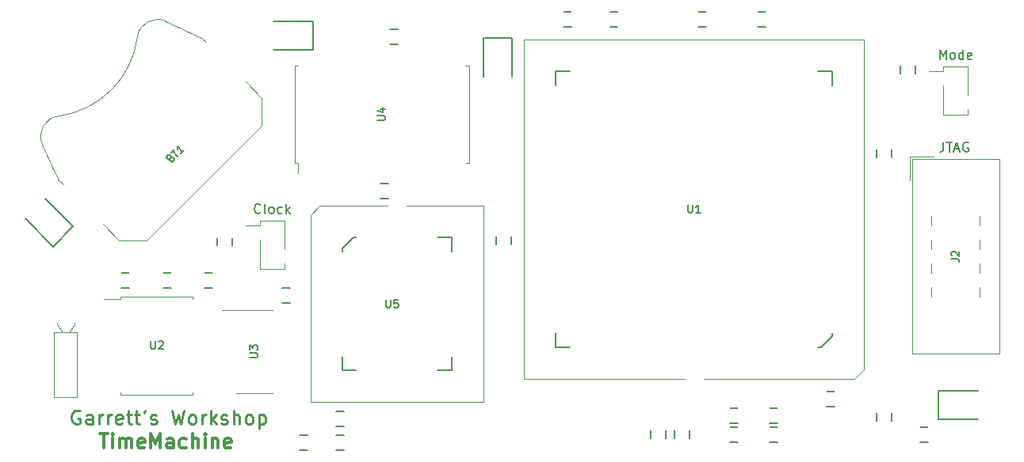
<source format=gto>
G04 #@! TF.GenerationSoftware,KiCad,Pcbnew,(5.1.5-0-10_14)*
G04 #@! TF.CreationDate,2021-04-12T03:54:55-04:00*
G04 #@! TF.ProjectId,TimeMachine,54696d65-4d61-4636-9869-6e652e6b6963,rev?*
G04 #@! TF.SameCoordinates,Original*
G04 #@! TF.FileFunction,Legend,Top*
G04 #@! TF.FilePolarity,Positive*
%FSLAX46Y46*%
G04 Gerber Fmt 4.6, Leading zero omitted, Abs format (unit mm)*
G04 Created by KiCad (PCBNEW (5.1.5-0-10_14)) date 2021-04-12 03:54:55*
%MOMM*%
%LPD*%
G04 APERTURE LIST*
%ADD10C,0.300000*%
%ADD11C,0.225000*%
%ADD12C,0.120000*%
%ADD13C,0.152400*%
%ADD14C,0.100000*%
%ADD15C,0.203200*%
%ADD16C,1.152400*%
%ADD17C,2.000000*%
%ADD18C,2.152400*%
G04 APERTURE END LIST*
D10*
X149896285Y-128197428D02*
X150767142Y-128197428D01*
X150331714Y-129721428D02*
X150331714Y-128197428D01*
X151275142Y-129721428D02*
X151275142Y-128705428D01*
X151275142Y-128197428D02*
X151202571Y-128270000D01*
X151275142Y-128342571D01*
X151347714Y-128270000D01*
X151275142Y-128197428D01*
X151275142Y-128342571D01*
X152000857Y-129721428D02*
X152000857Y-128705428D01*
X152000857Y-128850571D02*
X152073428Y-128778000D01*
X152218571Y-128705428D01*
X152436285Y-128705428D01*
X152581428Y-128778000D01*
X152654000Y-128923142D01*
X152654000Y-129721428D01*
X152654000Y-128923142D02*
X152726571Y-128778000D01*
X152871714Y-128705428D01*
X153089428Y-128705428D01*
X153234571Y-128778000D01*
X153307142Y-128923142D01*
X153307142Y-129721428D01*
X154613428Y-129648857D02*
X154468285Y-129721428D01*
X154178000Y-129721428D01*
X154032857Y-129648857D01*
X153960285Y-129503714D01*
X153960285Y-128923142D01*
X154032857Y-128778000D01*
X154178000Y-128705428D01*
X154468285Y-128705428D01*
X154613428Y-128778000D01*
X154686000Y-128923142D01*
X154686000Y-129068285D01*
X153960285Y-129213428D01*
X155339142Y-129721428D02*
X155339142Y-128197428D01*
X155847142Y-129286000D01*
X156355142Y-128197428D01*
X156355142Y-129721428D01*
X157734000Y-129721428D02*
X157734000Y-128923142D01*
X157661428Y-128778000D01*
X157516285Y-128705428D01*
X157226000Y-128705428D01*
X157080857Y-128778000D01*
X157734000Y-129648857D02*
X157588857Y-129721428D01*
X157226000Y-129721428D01*
X157080857Y-129648857D01*
X157008285Y-129503714D01*
X157008285Y-129358571D01*
X157080857Y-129213428D01*
X157226000Y-129140857D01*
X157588857Y-129140857D01*
X157734000Y-129068285D01*
X159112857Y-129648857D02*
X158967714Y-129721428D01*
X158677428Y-129721428D01*
X158532285Y-129648857D01*
X158459714Y-129576285D01*
X158387142Y-129431142D01*
X158387142Y-128995714D01*
X158459714Y-128850571D01*
X158532285Y-128778000D01*
X158677428Y-128705428D01*
X158967714Y-128705428D01*
X159112857Y-128778000D01*
X159766000Y-129721428D02*
X159766000Y-128197428D01*
X160419142Y-129721428D02*
X160419142Y-128923142D01*
X160346571Y-128778000D01*
X160201428Y-128705428D01*
X159983714Y-128705428D01*
X159838571Y-128778000D01*
X159766000Y-128850571D01*
X161144857Y-129721428D02*
X161144857Y-128705428D01*
X161144857Y-128197428D02*
X161072285Y-128270000D01*
X161144857Y-128342571D01*
X161217428Y-128270000D01*
X161144857Y-128197428D01*
X161144857Y-128342571D01*
X161870571Y-128705428D02*
X161870571Y-129721428D01*
X161870571Y-128850571D02*
X161943142Y-128778000D01*
X162088285Y-128705428D01*
X162306000Y-128705428D01*
X162451142Y-128778000D01*
X162523714Y-128923142D01*
X162523714Y-129721428D01*
X163830000Y-129648857D02*
X163684857Y-129721428D01*
X163394571Y-129721428D01*
X163249428Y-129648857D01*
X163176857Y-129503714D01*
X163176857Y-128923142D01*
X163249428Y-128778000D01*
X163394571Y-128705428D01*
X163684857Y-128705428D01*
X163830000Y-128778000D01*
X163902571Y-128923142D01*
X163902571Y-129068285D01*
X163176857Y-129213428D01*
D11*
X147726000Y-125742000D02*
X147583142Y-125670571D01*
X147368857Y-125670571D01*
X147154571Y-125742000D01*
X147011714Y-125884857D01*
X146940285Y-126027714D01*
X146868857Y-126313428D01*
X146868857Y-126527714D01*
X146940285Y-126813428D01*
X147011714Y-126956285D01*
X147154571Y-127099142D01*
X147368857Y-127170571D01*
X147511714Y-127170571D01*
X147726000Y-127099142D01*
X147797428Y-127027714D01*
X147797428Y-126527714D01*
X147511714Y-126527714D01*
X149083142Y-127170571D02*
X149083142Y-126384857D01*
X149011714Y-126242000D01*
X148868857Y-126170571D01*
X148583142Y-126170571D01*
X148440285Y-126242000D01*
X149083142Y-127099142D02*
X148940285Y-127170571D01*
X148583142Y-127170571D01*
X148440285Y-127099142D01*
X148368857Y-126956285D01*
X148368857Y-126813428D01*
X148440285Y-126670571D01*
X148583142Y-126599142D01*
X148940285Y-126599142D01*
X149083142Y-126527714D01*
X149797428Y-127170571D02*
X149797428Y-126170571D01*
X149797428Y-126456285D02*
X149868857Y-126313428D01*
X149940285Y-126242000D01*
X150083142Y-126170571D01*
X150226000Y-126170571D01*
X150726000Y-127170571D02*
X150726000Y-126170571D01*
X150726000Y-126456285D02*
X150797428Y-126313428D01*
X150868857Y-126242000D01*
X151011714Y-126170571D01*
X151154571Y-126170571D01*
X152226000Y-127099142D02*
X152083142Y-127170571D01*
X151797428Y-127170571D01*
X151654571Y-127099142D01*
X151583142Y-126956285D01*
X151583142Y-126384857D01*
X151654571Y-126242000D01*
X151797428Y-126170571D01*
X152083142Y-126170571D01*
X152226000Y-126242000D01*
X152297428Y-126384857D01*
X152297428Y-126527714D01*
X151583142Y-126670571D01*
X152726000Y-126170571D02*
X153297428Y-126170571D01*
X152940285Y-125670571D02*
X152940285Y-126956285D01*
X153011714Y-127099142D01*
X153154571Y-127170571D01*
X153297428Y-127170571D01*
X153583142Y-126170571D02*
X154154571Y-126170571D01*
X153797428Y-125670571D02*
X153797428Y-126956285D01*
X153868857Y-127099142D01*
X154011714Y-127170571D01*
X154154571Y-127170571D01*
X154726000Y-125670571D02*
X154726000Y-125742000D01*
X154654571Y-125884857D01*
X154583142Y-125956285D01*
X155297428Y-127099142D02*
X155440285Y-127170571D01*
X155726000Y-127170571D01*
X155868857Y-127099142D01*
X155940285Y-126956285D01*
X155940285Y-126884857D01*
X155868857Y-126742000D01*
X155726000Y-126670571D01*
X155511714Y-126670571D01*
X155368857Y-126599142D01*
X155297428Y-126456285D01*
X155297428Y-126384857D01*
X155368857Y-126242000D01*
X155511714Y-126170571D01*
X155726000Y-126170571D01*
X155868857Y-126242000D01*
X157583142Y-125670571D02*
X157940285Y-127170571D01*
X158226000Y-126099142D01*
X158511714Y-127170571D01*
X158868857Y-125670571D01*
X159654571Y-127170571D02*
X159511714Y-127099142D01*
X159440285Y-127027714D01*
X159368857Y-126884857D01*
X159368857Y-126456285D01*
X159440285Y-126313428D01*
X159511714Y-126242000D01*
X159654571Y-126170571D01*
X159868857Y-126170571D01*
X160011714Y-126242000D01*
X160083142Y-126313428D01*
X160154571Y-126456285D01*
X160154571Y-126884857D01*
X160083142Y-127027714D01*
X160011714Y-127099142D01*
X159868857Y-127170571D01*
X159654571Y-127170571D01*
X160797428Y-127170571D02*
X160797428Y-126170571D01*
X160797428Y-126456285D02*
X160868857Y-126313428D01*
X160940285Y-126242000D01*
X161083142Y-126170571D01*
X161226000Y-126170571D01*
X161726000Y-127170571D02*
X161726000Y-125670571D01*
X161868857Y-126599142D02*
X162297428Y-127170571D01*
X162297428Y-126170571D02*
X161726000Y-126742000D01*
X162868857Y-127099142D02*
X163011714Y-127170571D01*
X163297428Y-127170571D01*
X163440285Y-127099142D01*
X163511714Y-126956285D01*
X163511714Y-126884857D01*
X163440285Y-126742000D01*
X163297428Y-126670571D01*
X163083142Y-126670571D01*
X162940285Y-126599142D01*
X162868857Y-126456285D01*
X162868857Y-126384857D01*
X162940285Y-126242000D01*
X163083142Y-126170571D01*
X163297428Y-126170571D01*
X163440285Y-126242000D01*
X164154571Y-127170571D02*
X164154571Y-125670571D01*
X164797428Y-127170571D02*
X164797428Y-126384857D01*
X164726000Y-126242000D01*
X164583142Y-126170571D01*
X164368857Y-126170571D01*
X164226000Y-126242000D01*
X164154571Y-126313428D01*
X165726000Y-127170571D02*
X165583142Y-127099142D01*
X165511714Y-127027714D01*
X165440285Y-126884857D01*
X165440285Y-126456285D01*
X165511714Y-126313428D01*
X165583142Y-126242000D01*
X165726000Y-126170571D01*
X165940285Y-126170571D01*
X166083142Y-126242000D01*
X166154571Y-126313428D01*
X166226000Y-126456285D01*
X166226000Y-126884857D01*
X166154571Y-127027714D01*
X166083142Y-127099142D01*
X165940285Y-127170571D01*
X165726000Y-127170571D01*
X166868857Y-126170571D02*
X166868857Y-127670571D01*
X166868857Y-126242000D02*
X167011714Y-126170571D01*
X167297428Y-126170571D01*
X167440285Y-126242000D01*
X167511714Y-126313428D01*
X167583142Y-126456285D01*
X167583142Y-126884857D01*
X167511714Y-127027714D01*
X167440285Y-127099142D01*
X167297428Y-127170571D01*
X167011714Y-127170571D01*
X166868857Y-127099142D01*
D12*
X147188000Y-116470000D02*
X147188000Y-116270000D01*
X146588000Y-117370000D02*
X147188000Y-116470000D01*
X145288000Y-116470000D02*
X145288000Y-116270000D01*
X145888000Y-117370000D02*
X145288000Y-116470000D01*
X147468000Y-117370000D02*
X145008000Y-117370000D01*
X147468000Y-124270000D02*
X147468000Y-117370000D01*
X145008000Y-124270000D02*
X147468000Y-124270000D01*
X145008000Y-117370000D02*
X145008000Y-124270000D01*
X166945000Y-107440000D02*
X166945000Y-110550000D01*
X169605000Y-109980000D02*
X169605000Y-110550000D01*
X166945000Y-105350000D02*
X166945000Y-105920000D01*
X166945000Y-105920000D02*
X165425000Y-105920000D01*
X169605000Y-105350000D02*
X169605000Y-108460000D01*
X166945000Y-110550000D02*
X169605000Y-110550000D01*
X166945000Y-105350000D02*
X169605000Y-105350000D01*
X166370000Y-114955000D02*
X162920000Y-114955000D01*
X166370000Y-114955000D02*
X168320000Y-114955000D01*
X166370000Y-123805000D02*
X164420000Y-123805000D01*
X166370000Y-123805000D02*
X168320000Y-123805000D01*
D13*
X185980000Y-107205000D02*
X187435000Y-107205000D01*
X187435000Y-107205000D02*
X187435000Y-108660000D01*
X177240000Y-121395000D02*
X175785000Y-121395000D01*
X175785000Y-121395000D02*
X175785000Y-119940000D01*
X185980000Y-121395000D02*
X187435000Y-121395000D01*
X187435000Y-121395000D02*
X187435000Y-119940000D01*
X177240000Y-107205000D02*
X176957218Y-107205000D01*
X176957218Y-107205000D02*
X175785000Y-108377218D01*
X175785000Y-108377218D02*
X175785000Y-108660000D01*
D12*
X190850000Y-103790000D02*
X182610000Y-103790000D01*
X190850000Y-124810000D02*
X190850000Y-103790000D01*
X172370000Y-124810000D02*
X190850000Y-124810000D01*
X172370000Y-104790000D02*
X172370000Y-124810000D01*
X173370000Y-103790000D02*
X172370000Y-104790000D01*
X180610000Y-103790000D02*
X173370000Y-103790000D01*
X214360000Y-122290000D02*
X230510000Y-122290000D01*
X230510000Y-122290000D02*
X231510000Y-121290000D01*
X231510000Y-121290000D02*
X231510000Y-85990000D01*
X231510000Y-85990000D02*
X195210000Y-85990000D01*
X195210000Y-85990000D02*
X195210000Y-122290000D01*
X195210000Y-122290000D02*
X212360000Y-122290000D01*
D13*
X228125800Y-117730582D02*
X228125800Y-117400000D01*
X226950582Y-118905800D02*
X228125800Y-117730582D01*
X226620000Y-118905800D02*
X226950582Y-118905800D01*
X198594200Y-89374200D02*
X198594200Y-90880000D01*
X200100000Y-89374200D02*
X198594200Y-89374200D01*
X228125800Y-89374200D02*
X228125800Y-90880000D01*
X226620000Y-89374200D02*
X228125800Y-89374200D01*
X198594200Y-118905800D02*
X198594200Y-117400000D01*
X200100000Y-118905800D02*
X198594200Y-118905800D01*
X171209600Y-128359000D02*
X172022400Y-128359000D01*
X171209600Y-129959000D02*
X172022400Y-129959000D01*
X175959400Y-127419000D02*
X175146600Y-127419000D01*
X175959400Y-125819000D02*
X175146600Y-125819000D01*
X221423600Y-127038000D02*
X222236400Y-127038000D01*
X221423600Y-125438000D02*
X222236400Y-125438000D01*
X217183600Y-127038000D02*
X217996400Y-127038000D01*
X217183600Y-125438000D02*
X217996400Y-125438000D01*
D14*
X145958069Y-101513291D02*
X145512591Y-101067813D01*
X151940192Y-107495414D02*
X150200709Y-105755931D01*
X161203291Y-86268069D02*
X160757813Y-85822591D01*
X167185414Y-92250192D02*
X165445931Y-90510709D01*
X143742412Y-97240297D02*
G75*
G02X145413596Y-94208878I1946956J903028D01*
G01*
X145512591Y-101067813D02*
X143737753Y-97256508D01*
X154881756Y-107495414D02*
X151940192Y-107495414D01*
X154881756Y-107495414D02*
X167185414Y-95191756D01*
X167185414Y-95191756D02*
X167185414Y-92250192D01*
X160757813Y-85822591D02*
X156946508Y-84047753D01*
X153889560Y-85709536D02*
G75*
G02X156946508Y-84047753I2137709J-289832D01*
G01*
X153899630Y-85717843D02*
G75*
G02X145413596Y-94208878I-9765897J1274110D01*
G01*
D12*
X239970000Y-88840000D02*
X242630000Y-88840000D01*
X239970000Y-94040000D02*
X242630000Y-94040000D01*
X242630000Y-88840000D02*
X242630000Y-91950000D01*
X239970000Y-89410000D02*
X238450000Y-89410000D01*
X239970000Y-88840000D02*
X239970000Y-89410000D01*
X242630000Y-93470000D02*
X242630000Y-94040000D01*
X239970000Y-90930000D02*
X239970000Y-94040000D01*
X243900000Y-112520000D02*
X243900000Y-113540000D01*
X238700000Y-112520000D02*
X238700000Y-113540000D01*
X238700000Y-109980000D02*
X238700000Y-111000000D01*
X243900000Y-109980000D02*
X243900000Y-111000000D01*
X238700000Y-104900000D02*
X238700000Y-105920000D01*
X236625000Y-119650000D02*
X236625000Y-98790000D01*
X243900000Y-107440000D02*
X243900000Y-108460000D01*
X236625000Y-98790000D02*
X245975000Y-98790000D01*
X238700000Y-107440000D02*
X238700000Y-108460000D01*
X236375000Y-98540000D02*
X238915000Y-98540000D01*
X245975000Y-119650000D02*
X236625000Y-119650000D01*
X245975000Y-98790000D02*
X245975000Y-119650000D01*
X236375000Y-98540000D02*
X236375000Y-101080000D01*
X243900000Y-104900000D02*
X243900000Y-105920000D01*
D13*
X238316400Y-127470000D02*
X237503600Y-127470000D01*
X238316400Y-129070000D02*
X237503600Y-129070000D01*
X147008037Y-106010574D02*
X144031117Y-103033655D01*
X144872574Y-108146037D02*
X147008037Y-106010574D01*
X141895655Y-105169117D02*
X144872574Y-108146037D01*
X162395000Y-107228600D02*
X162395000Y-108041400D01*
X163995000Y-107228600D02*
X163995000Y-108041400D01*
X180910600Y-86525000D02*
X181723400Y-86525000D01*
X180910600Y-84925000D02*
X181723400Y-84925000D01*
X179894600Y-101435000D02*
X180707400Y-101435000D01*
X179894600Y-103035000D02*
X180707400Y-103035000D01*
X169353600Y-112611000D02*
X170166400Y-112611000D01*
X169353600Y-114211000D02*
X170166400Y-114211000D01*
X175959400Y-128359000D02*
X175146600Y-128359000D01*
X175959400Y-129959000D02*
X175146600Y-129959000D01*
X200216400Y-83020000D02*
X199403600Y-83020000D01*
X200216400Y-84620000D02*
X199403600Y-84620000D01*
X222236400Y-129070000D02*
X221423600Y-129070000D01*
X222236400Y-127470000D02*
X221423600Y-127470000D01*
X217183600Y-127470000D02*
X217996400Y-127470000D01*
X217183600Y-129070000D02*
X217996400Y-129070000D01*
X212890000Y-127863600D02*
X212890000Y-128676400D01*
X211290000Y-127863600D02*
X211290000Y-128676400D01*
X208750000Y-127863600D02*
X208750000Y-128676400D01*
X210350000Y-127863600D02*
X210350000Y-128676400D01*
X213803600Y-83020000D02*
X214616400Y-83020000D01*
X213803600Y-84620000D02*
X214616400Y-84620000D01*
X220153600Y-84620000D02*
X220966400Y-84620000D01*
X220153600Y-83020000D02*
X220966400Y-83020000D01*
X232880000Y-98616400D02*
X232880000Y-97803600D01*
X234480000Y-98616400D02*
X234480000Y-97803600D01*
X227558600Y-123660000D02*
X228371400Y-123660000D01*
X227558600Y-125260000D02*
X228371400Y-125260000D01*
X193840000Y-107123600D02*
X193840000Y-107936400D01*
X192240000Y-107123600D02*
X192240000Y-107936400D01*
X239475000Y-126605000D02*
X243685000Y-126605000D01*
X239475000Y-123585000D02*
X239475000Y-126605000D01*
X243685000Y-123585000D02*
X239475000Y-123585000D01*
D12*
X155956000Y-124005000D02*
X159816000Y-124005000D01*
X159816000Y-124005000D02*
X159816000Y-123750000D01*
X155956000Y-124005000D02*
X152096000Y-124005000D01*
X152096000Y-124005000D02*
X152096000Y-123750000D01*
X155956000Y-113485000D02*
X159816000Y-113485000D01*
X159816000Y-113485000D02*
X159816000Y-113740000D01*
X155956000Y-113485000D02*
X152096000Y-113485000D01*
X152096000Y-113485000D02*
X152096000Y-113740000D01*
X152096000Y-113740000D02*
X150281000Y-113740000D01*
D13*
X161098600Y-110960000D02*
X161911400Y-110960000D01*
X161098600Y-112560000D02*
X161911400Y-112560000D01*
X190895000Y-85805000D02*
X190895000Y-90015000D01*
X193915000Y-85805000D02*
X190895000Y-85805000D01*
X193915000Y-90015000D02*
X193915000Y-85805000D01*
X152208600Y-110960000D02*
X153021400Y-110960000D01*
X152208600Y-112560000D02*
X153021400Y-112560000D01*
X156653600Y-112560000D02*
X157466400Y-112560000D01*
X156653600Y-110960000D02*
X157466400Y-110960000D01*
X168430000Y-87108000D02*
X172640000Y-87108000D01*
X172640000Y-87108000D02*
X172640000Y-84088000D01*
X172640000Y-84088000D02*
X168430000Y-84088000D01*
D12*
X189315000Y-94000000D02*
X189315000Y-88810000D01*
X189315000Y-88810000D02*
X188935000Y-88810000D01*
X189315000Y-94000000D02*
X189315000Y-99190000D01*
X189315000Y-99190000D02*
X188935000Y-99190000D01*
X170685000Y-94000000D02*
X170685000Y-88810000D01*
X170685000Y-88810000D02*
X171065000Y-88810000D01*
X170685000Y-94000000D02*
X170685000Y-99190000D01*
X170685000Y-99190000D02*
X171065000Y-99190000D01*
X171065000Y-99190000D02*
X171065000Y-100350000D01*
D13*
X204383600Y-84620000D02*
X205196400Y-84620000D01*
X204383600Y-83020000D02*
X205196400Y-83020000D01*
X237020000Y-89626400D02*
X237020000Y-88813600D01*
X235420000Y-89626400D02*
X235420000Y-88813600D01*
X234480000Y-125958600D02*
X234480000Y-126771400D01*
X232880000Y-125958600D02*
X232880000Y-126771400D01*
D15*
X167017095Y-104502857D02*
X166968714Y-104551238D01*
X166823571Y-104599619D01*
X166726809Y-104599619D01*
X166581666Y-104551238D01*
X166484904Y-104454476D01*
X166436523Y-104357714D01*
X166388142Y-104164190D01*
X166388142Y-104019047D01*
X166436523Y-103825523D01*
X166484904Y-103728761D01*
X166581666Y-103632000D01*
X166726809Y-103583619D01*
X166823571Y-103583619D01*
X166968714Y-103632000D01*
X167017095Y-103680380D01*
X167597666Y-104599619D02*
X167500904Y-104551238D01*
X167452523Y-104454476D01*
X167452523Y-103583619D01*
X168129857Y-104599619D02*
X168033095Y-104551238D01*
X167984714Y-104502857D01*
X167936333Y-104406095D01*
X167936333Y-104115809D01*
X167984714Y-104019047D01*
X168033095Y-103970666D01*
X168129857Y-103922285D01*
X168275000Y-103922285D01*
X168371761Y-103970666D01*
X168420142Y-104019047D01*
X168468523Y-104115809D01*
X168468523Y-104406095D01*
X168420142Y-104502857D01*
X168371761Y-104551238D01*
X168275000Y-104599619D01*
X168129857Y-104599619D01*
X169339380Y-104551238D02*
X169242619Y-104599619D01*
X169049095Y-104599619D01*
X168952333Y-104551238D01*
X168903952Y-104502857D01*
X168855571Y-104406095D01*
X168855571Y-104115809D01*
X168903952Y-104019047D01*
X168952333Y-103970666D01*
X169049095Y-103922285D01*
X169242619Y-103922285D01*
X169339380Y-103970666D01*
X169774809Y-104599619D02*
X169774809Y-103583619D01*
X169871571Y-104212571D02*
X170161857Y-104599619D01*
X170161857Y-103922285D02*
X169774809Y-104309333D01*
X165924895Y-119999276D02*
X166582876Y-119999276D01*
X166660285Y-119960571D01*
X166698990Y-119921866D01*
X166737695Y-119844457D01*
X166737695Y-119689638D01*
X166698990Y-119612228D01*
X166660285Y-119573523D01*
X166582876Y-119534819D01*
X165924895Y-119534819D01*
X165924895Y-119225180D02*
X165924895Y-118722019D01*
X166234533Y-118992952D01*
X166234533Y-118876838D01*
X166273238Y-118799428D01*
X166311942Y-118760723D01*
X166389352Y-118722019D01*
X166582876Y-118722019D01*
X166660285Y-118760723D01*
X166698990Y-118799428D01*
X166737695Y-118876838D01*
X166737695Y-119109066D01*
X166698990Y-119186476D01*
X166660285Y-119225180D01*
X180482723Y-113854895D02*
X180482723Y-114512876D01*
X180521428Y-114590285D01*
X180560133Y-114628990D01*
X180637542Y-114667695D01*
X180792361Y-114667695D01*
X180869771Y-114628990D01*
X180908476Y-114590285D01*
X180947180Y-114512876D01*
X180947180Y-113854895D01*
X181721276Y-113854895D02*
X181334228Y-113854895D01*
X181295523Y-114241942D01*
X181334228Y-114203238D01*
X181411638Y-114164533D01*
X181605161Y-114164533D01*
X181682571Y-114203238D01*
X181721276Y-114241942D01*
X181759980Y-114319352D01*
X181759980Y-114512876D01*
X181721276Y-114590285D01*
X181682571Y-114628990D01*
X181605161Y-114667695D01*
X181411638Y-114667695D01*
X181334228Y-114628990D01*
X181295523Y-114590285D01*
X212740723Y-103694895D02*
X212740723Y-104352876D01*
X212779428Y-104430285D01*
X212818133Y-104468990D01*
X212895542Y-104507695D01*
X213050361Y-104507695D01*
X213127771Y-104468990D01*
X213166476Y-104430285D01*
X213205180Y-104352876D01*
X213205180Y-103694895D01*
X214017980Y-104507695D02*
X213553523Y-104507695D01*
X213785752Y-104507695D02*
X213785752Y-103694895D01*
X213708342Y-103811009D01*
X213630933Y-103888419D01*
X213553523Y-103927123D01*
X157454432Y-98667589D02*
X157563906Y-98612853D01*
X157618643Y-98612853D01*
X157700748Y-98640221D01*
X157782853Y-98722326D01*
X157810222Y-98804431D01*
X157810222Y-98859168D01*
X157782853Y-98941273D01*
X157563906Y-99160221D01*
X156989170Y-98585484D01*
X157180748Y-98393905D01*
X157262854Y-98366537D01*
X157317590Y-98366537D01*
X157399696Y-98393905D01*
X157454432Y-98448642D01*
X157481801Y-98530747D01*
X157481801Y-98585484D01*
X157454432Y-98667589D01*
X157262854Y-98859168D01*
X157481801Y-98092853D02*
X157810222Y-97764432D01*
X158220747Y-98503379D02*
X157646011Y-97928643D01*
X158877589Y-97846538D02*
X158549168Y-98174958D01*
X158713379Y-98010748D02*
X158138642Y-97436012D01*
X158166011Y-97572854D01*
X158166011Y-97682327D01*
X158138642Y-97764432D01*
X239606666Y-88089619D02*
X239606666Y-87073619D01*
X239945333Y-87799333D01*
X240284000Y-87073619D01*
X240284000Y-88089619D01*
X240912952Y-88089619D02*
X240816190Y-88041238D01*
X240767809Y-87992857D01*
X240719428Y-87896095D01*
X240719428Y-87605809D01*
X240767809Y-87509047D01*
X240816190Y-87460666D01*
X240912952Y-87412285D01*
X241058095Y-87412285D01*
X241154857Y-87460666D01*
X241203238Y-87509047D01*
X241251619Y-87605809D01*
X241251619Y-87896095D01*
X241203238Y-87992857D01*
X241154857Y-88041238D01*
X241058095Y-88089619D01*
X240912952Y-88089619D01*
X242122476Y-88089619D02*
X242122476Y-87073619D01*
X242122476Y-88041238D02*
X242025714Y-88089619D01*
X241832190Y-88089619D01*
X241735428Y-88041238D01*
X241687047Y-87992857D01*
X241638666Y-87896095D01*
X241638666Y-87605809D01*
X241687047Y-87509047D01*
X241735428Y-87460666D01*
X241832190Y-87412285D01*
X242025714Y-87412285D01*
X242122476Y-87460666D01*
X242993333Y-88041238D02*
X242896571Y-88089619D01*
X242703047Y-88089619D01*
X242606285Y-88041238D01*
X242557904Y-87944476D01*
X242557904Y-87557428D01*
X242606285Y-87460666D01*
X242703047Y-87412285D01*
X242896571Y-87412285D01*
X242993333Y-87460666D01*
X243041714Y-87557428D01*
X243041714Y-87654190D01*
X242557904Y-87750952D01*
X240854895Y-109490933D02*
X241435466Y-109490933D01*
X241551580Y-109529638D01*
X241628990Y-109607047D01*
X241667695Y-109723161D01*
X241667695Y-109800571D01*
X240932304Y-109142590D02*
X240893600Y-109103885D01*
X240854895Y-109026476D01*
X240854895Y-108832952D01*
X240893600Y-108755542D01*
X240932304Y-108716838D01*
X241009714Y-108678133D01*
X241087123Y-108678133D01*
X241203238Y-108716838D01*
X241667695Y-109181295D01*
X241667695Y-108678133D01*
X239987666Y-96979619D02*
X239987666Y-97705333D01*
X239939285Y-97850476D01*
X239842523Y-97947238D01*
X239697380Y-97995619D01*
X239600619Y-97995619D01*
X240326333Y-96979619D02*
X240906904Y-96979619D01*
X240616619Y-97995619D02*
X240616619Y-96979619D01*
X241197190Y-97705333D02*
X241681000Y-97705333D01*
X241100428Y-97995619D02*
X241439095Y-96979619D01*
X241777761Y-97995619D01*
X242648619Y-97028000D02*
X242551857Y-96979619D01*
X242406714Y-96979619D01*
X242261571Y-97028000D01*
X242164809Y-97124761D01*
X242116428Y-97221523D01*
X242068047Y-97415047D01*
X242068047Y-97560190D01*
X242116428Y-97753714D01*
X242164809Y-97850476D01*
X242261571Y-97947238D01*
X242406714Y-97995619D01*
X242503476Y-97995619D01*
X242648619Y-97947238D01*
X242697000Y-97898857D01*
X242697000Y-97560190D01*
X242503476Y-97560190D01*
X155336723Y-118299895D02*
X155336723Y-118957876D01*
X155375428Y-119035285D01*
X155414133Y-119073990D01*
X155491542Y-119112695D01*
X155646361Y-119112695D01*
X155723771Y-119073990D01*
X155762476Y-119035285D01*
X155801180Y-118957876D01*
X155801180Y-118299895D01*
X156149523Y-118377304D02*
X156188228Y-118338600D01*
X156265638Y-118299895D01*
X156459161Y-118299895D01*
X156536571Y-118338600D01*
X156575276Y-118377304D01*
X156613980Y-118454714D01*
X156613980Y-118532123D01*
X156575276Y-118648238D01*
X156110819Y-119112695D01*
X156613980Y-119112695D01*
X179554895Y-94619276D02*
X180212876Y-94619276D01*
X180290285Y-94580571D01*
X180328990Y-94541866D01*
X180367695Y-94464457D01*
X180367695Y-94309638D01*
X180328990Y-94232228D01*
X180290285Y-94193523D01*
X180212876Y-94154819D01*
X179554895Y-94154819D01*
X179825828Y-93419428D02*
X180367695Y-93419428D01*
X179516190Y-93612952D02*
X180096761Y-93806476D01*
X180096761Y-93303314D01*
%LPC*%
D14*
G36*
X241300000Y-139446000D02*
G01*
X240792000Y-139954000D01*
X175768000Y-139954000D01*
X175260000Y-139446000D01*
X175260000Y-132080000D01*
X241300000Y-132080000D01*
X241300000Y-139446000D01*
G37*
D16*
X147188000Y-115570000D03*
X145288000Y-115570000D03*
D14*
G36*
X171001339Y-108645187D02*
G01*
X171029306Y-108649336D01*
X171056731Y-108656205D01*
X171083351Y-108665730D01*
X171108909Y-108677818D01*
X171133160Y-108692354D01*
X171155869Y-108709196D01*
X171176817Y-108728183D01*
X171195804Y-108749131D01*
X171212646Y-108771840D01*
X171227182Y-108796091D01*
X171239270Y-108821649D01*
X171248795Y-108848269D01*
X171255664Y-108875694D01*
X171259813Y-108903661D01*
X171261200Y-108931900D01*
X171261200Y-109508100D01*
X171259813Y-109536339D01*
X171255664Y-109564306D01*
X171248795Y-109591731D01*
X171239270Y-109618351D01*
X171227182Y-109643909D01*
X171212646Y-109668160D01*
X171195804Y-109690869D01*
X171176817Y-109711817D01*
X171155869Y-109730804D01*
X171133160Y-109747646D01*
X171108909Y-109762182D01*
X171083351Y-109774270D01*
X171056731Y-109783795D01*
X171029306Y-109790664D01*
X171001339Y-109794813D01*
X170973100Y-109796200D01*
X168886900Y-109796200D01*
X168858661Y-109794813D01*
X168830694Y-109790664D01*
X168803269Y-109783795D01*
X168776649Y-109774270D01*
X168751091Y-109762182D01*
X168726840Y-109747646D01*
X168704131Y-109730804D01*
X168683183Y-109711817D01*
X168664196Y-109690869D01*
X168647354Y-109668160D01*
X168632818Y-109643909D01*
X168620730Y-109618351D01*
X168611205Y-109591731D01*
X168604336Y-109564306D01*
X168600187Y-109536339D01*
X168598800Y-109508100D01*
X168598800Y-108931900D01*
X168600187Y-108903661D01*
X168604336Y-108875694D01*
X168611205Y-108848269D01*
X168620730Y-108821649D01*
X168632818Y-108796091D01*
X168647354Y-108771840D01*
X168664196Y-108749131D01*
X168683183Y-108728183D01*
X168704131Y-108709196D01*
X168726840Y-108692354D01*
X168751091Y-108677818D01*
X168776649Y-108665730D01*
X168803269Y-108656205D01*
X168830694Y-108649336D01*
X168858661Y-108645187D01*
X168886900Y-108643800D01*
X170973100Y-108643800D01*
X171001339Y-108645187D01*
G37*
G36*
X167691339Y-106105187D02*
G01*
X167719306Y-106109336D01*
X167746731Y-106116205D01*
X167773351Y-106125730D01*
X167798909Y-106137818D01*
X167823160Y-106152354D01*
X167845869Y-106169196D01*
X167866817Y-106188183D01*
X167885804Y-106209131D01*
X167902646Y-106231840D01*
X167917182Y-106256091D01*
X167929270Y-106281649D01*
X167938795Y-106308269D01*
X167945664Y-106335694D01*
X167949813Y-106363661D01*
X167951200Y-106391900D01*
X167951200Y-106968100D01*
X167949813Y-106996339D01*
X167945664Y-107024306D01*
X167938795Y-107051731D01*
X167929270Y-107078351D01*
X167917182Y-107103909D01*
X167902646Y-107128160D01*
X167885804Y-107150869D01*
X167866817Y-107171817D01*
X167845869Y-107190804D01*
X167823160Y-107207646D01*
X167798909Y-107222182D01*
X167773351Y-107234270D01*
X167746731Y-107243795D01*
X167719306Y-107250664D01*
X167691339Y-107254813D01*
X167663100Y-107256200D01*
X165576900Y-107256200D01*
X165548661Y-107254813D01*
X165520694Y-107250664D01*
X165493269Y-107243795D01*
X165466649Y-107234270D01*
X165441091Y-107222182D01*
X165416840Y-107207646D01*
X165394131Y-107190804D01*
X165373183Y-107171817D01*
X165354196Y-107150869D01*
X165337354Y-107128160D01*
X165322818Y-107103909D01*
X165310730Y-107078351D01*
X165301205Y-107051731D01*
X165294336Y-107024306D01*
X165290187Y-106996339D01*
X165288800Y-106968100D01*
X165288800Y-106391900D01*
X165290187Y-106363661D01*
X165294336Y-106335694D01*
X165301205Y-106308269D01*
X165310730Y-106281649D01*
X165322818Y-106256091D01*
X165337354Y-106231840D01*
X165354196Y-106209131D01*
X165373183Y-106188183D01*
X165394131Y-106169196D01*
X165416840Y-106152354D01*
X165441091Y-106137818D01*
X165466649Y-106125730D01*
X165493269Y-106116205D01*
X165520694Y-106109336D01*
X165548661Y-106105187D01*
X165576900Y-106103800D01*
X167663100Y-106103800D01*
X167691339Y-106105187D01*
G37*
G36*
X164776537Y-120274706D02*
G01*
X164794796Y-120277414D01*
X164812703Y-120281900D01*
X164830083Y-120288118D01*
X164846770Y-120296011D01*
X164862603Y-120305501D01*
X164877429Y-120316497D01*
X164891107Y-120328893D01*
X164903503Y-120342571D01*
X164914499Y-120357397D01*
X164923989Y-120373230D01*
X164931882Y-120389917D01*
X164938100Y-120407297D01*
X164942586Y-120425204D01*
X164945294Y-120443463D01*
X164946200Y-120461900D01*
X164946200Y-120838100D01*
X164945294Y-120856537D01*
X164942586Y-120874796D01*
X164938100Y-120892703D01*
X164931882Y-120910083D01*
X164923989Y-120926770D01*
X164914499Y-120942603D01*
X164903503Y-120957429D01*
X164891107Y-120971107D01*
X164877429Y-120983503D01*
X164862603Y-120994499D01*
X164846770Y-121003989D01*
X164830083Y-121011882D01*
X164812703Y-121018100D01*
X164794796Y-121022586D01*
X164776537Y-121025294D01*
X164758100Y-121026200D01*
X163031900Y-121026200D01*
X163013463Y-121025294D01*
X162995204Y-121022586D01*
X162977297Y-121018100D01*
X162959917Y-121011882D01*
X162943230Y-121003989D01*
X162927397Y-120994499D01*
X162912571Y-120983503D01*
X162898893Y-120971107D01*
X162886497Y-120957429D01*
X162875501Y-120942603D01*
X162866011Y-120926770D01*
X162858118Y-120910083D01*
X162851900Y-120892703D01*
X162847414Y-120874796D01*
X162844706Y-120856537D01*
X162843800Y-120838100D01*
X162843800Y-120461900D01*
X162844706Y-120443463D01*
X162847414Y-120425204D01*
X162851900Y-120407297D01*
X162858118Y-120389917D01*
X162866011Y-120373230D01*
X162875501Y-120357397D01*
X162886497Y-120342571D01*
X162898893Y-120328893D01*
X162912571Y-120316497D01*
X162927397Y-120305501D01*
X162943230Y-120296011D01*
X162959917Y-120288118D01*
X162977297Y-120281900D01*
X162995204Y-120277414D01*
X163013463Y-120274706D01*
X163031900Y-120273800D01*
X164758100Y-120273800D01*
X164776537Y-120274706D01*
G37*
G36*
X164776537Y-117734706D02*
G01*
X164794796Y-117737414D01*
X164812703Y-117741900D01*
X164830083Y-117748118D01*
X164846770Y-117756011D01*
X164862603Y-117765501D01*
X164877429Y-117776497D01*
X164891107Y-117788893D01*
X164903503Y-117802571D01*
X164914499Y-117817397D01*
X164923989Y-117833230D01*
X164931882Y-117849917D01*
X164938100Y-117867297D01*
X164942586Y-117885204D01*
X164945294Y-117903463D01*
X164946200Y-117921900D01*
X164946200Y-118298100D01*
X164945294Y-118316537D01*
X164942586Y-118334796D01*
X164938100Y-118352703D01*
X164931882Y-118370083D01*
X164923989Y-118386770D01*
X164914499Y-118402603D01*
X164903503Y-118417429D01*
X164891107Y-118431107D01*
X164877429Y-118443503D01*
X164862603Y-118454499D01*
X164846770Y-118463989D01*
X164830083Y-118471882D01*
X164812703Y-118478100D01*
X164794796Y-118482586D01*
X164776537Y-118485294D01*
X164758100Y-118486200D01*
X163031900Y-118486200D01*
X163013463Y-118485294D01*
X162995204Y-118482586D01*
X162977297Y-118478100D01*
X162959917Y-118471882D01*
X162943230Y-118463989D01*
X162927397Y-118454499D01*
X162912571Y-118443503D01*
X162898893Y-118431107D01*
X162886497Y-118417429D01*
X162875501Y-118402603D01*
X162866011Y-118386770D01*
X162858118Y-118370083D01*
X162851900Y-118352703D01*
X162847414Y-118334796D01*
X162844706Y-118316537D01*
X162843800Y-118298100D01*
X162843800Y-117921900D01*
X162844706Y-117903463D01*
X162847414Y-117885204D01*
X162851900Y-117867297D01*
X162858118Y-117849917D01*
X162866011Y-117833230D01*
X162875501Y-117817397D01*
X162886497Y-117802571D01*
X162898893Y-117788893D01*
X162912571Y-117776497D01*
X162927397Y-117765501D01*
X162943230Y-117756011D01*
X162959917Y-117748118D01*
X162977297Y-117741900D01*
X162995204Y-117737414D01*
X163013463Y-117734706D01*
X163031900Y-117733800D01*
X164758100Y-117733800D01*
X164776537Y-117734706D01*
G37*
G36*
X164776537Y-119004706D02*
G01*
X164794796Y-119007414D01*
X164812703Y-119011900D01*
X164830083Y-119018118D01*
X164846770Y-119026011D01*
X164862603Y-119035501D01*
X164877429Y-119046497D01*
X164891107Y-119058893D01*
X164903503Y-119072571D01*
X164914499Y-119087397D01*
X164923989Y-119103230D01*
X164931882Y-119119917D01*
X164938100Y-119137297D01*
X164942586Y-119155204D01*
X164945294Y-119173463D01*
X164946200Y-119191900D01*
X164946200Y-119568100D01*
X164945294Y-119586537D01*
X164942586Y-119604796D01*
X164938100Y-119622703D01*
X164931882Y-119640083D01*
X164923989Y-119656770D01*
X164914499Y-119672603D01*
X164903503Y-119687429D01*
X164891107Y-119701107D01*
X164877429Y-119713503D01*
X164862603Y-119724499D01*
X164846770Y-119733989D01*
X164830083Y-119741882D01*
X164812703Y-119748100D01*
X164794796Y-119752586D01*
X164776537Y-119755294D01*
X164758100Y-119756200D01*
X163031900Y-119756200D01*
X163013463Y-119755294D01*
X162995204Y-119752586D01*
X162977297Y-119748100D01*
X162959917Y-119741882D01*
X162943230Y-119733989D01*
X162927397Y-119724499D01*
X162912571Y-119713503D01*
X162898893Y-119701107D01*
X162886497Y-119687429D01*
X162875501Y-119672603D01*
X162866011Y-119656770D01*
X162858118Y-119640083D01*
X162851900Y-119622703D01*
X162847414Y-119604796D01*
X162844706Y-119586537D01*
X162843800Y-119568100D01*
X162843800Y-119191900D01*
X162844706Y-119173463D01*
X162847414Y-119155204D01*
X162851900Y-119137297D01*
X162858118Y-119119917D01*
X162866011Y-119103230D01*
X162875501Y-119087397D01*
X162886497Y-119072571D01*
X162898893Y-119058893D01*
X162912571Y-119046497D01*
X162927397Y-119035501D01*
X162943230Y-119026011D01*
X162959917Y-119018118D01*
X162977297Y-119011900D01*
X162995204Y-119007414D01*
X163013463Y-119004706D01*
X163031900Y-119003800D01*
X164758100Y-119003800D01*
X164776537Y-119004706D01*
G37*
G36*
X164776537Y-115194706D02*
G01*
X164794796Y-115197414D01*
X164812703Y-115201900D01*
X164830083Y-115208118D01*
X164846770Y-115216011D01*
X164862603Y-115225501D01*
X164877429Y-115236497D01*
X164891107Y-115248893D01*
X164903503Y-115262571D01*
X164914499Y-115277397D01*
X164923989Y-115293230D01*
X164931882Y-115309917D01*
X164938100Y-115327297D01*
X164942586Y-115345204D01*
X164945294Y-115363463D01*
X164946200Y-115381900D01*
X164946200Y-115758100D01*
X164945294Y-115776537D01*
X164942586Y-115794796D01*
X164938100Y-115812703D01*
X164931882Y-115830083D01*
X164923989Y-115846770D01*
X164914499Y-115862603D01*
X164903503Y-115877429D01*
X164891107Y-115891107D01*
X164877429Y-115903503D01*
X164862603Y-115914499D01*
X164846770Y-115923989D01*
X164830083Y-115931882D01*
X164812703Y-115938100D01*
X164794796Y-115942586D01*
X164776537Y-115945294D01*
X164758100Y-115946200D01*
X163031900Y-115946200D01*
X163013463Y-115945294D01*
X162995204Y-115942586D01*
X162977297Y-115938100D01*
X162959917Y-115931882D01*
X162943230Y-115923989D01*
X162927397Y-115914499D01*
X162912571Y-115903503D01*
X162898893Y-115891107D01*
X162886497Y-115877429D01*
X162875501Y-115862603D01*
X162866011Y-115846770D01*
X162858118Y-115830083D01*
X162851900Y-115812703D01*
X162847414Y-115794796D01*
X162844706Y-115776537D01*
X162843800Y-115758100D01*
X162843800Y-115381900D01*
X162844706Y-115363463D01*
X162847414Y-115345204D01*
X162851900Y-115327297D01*
X162858118Y-115309917D01*
X162866011Y-115293230D01*
X162875501Y-115277397D01*
X162886497Y-115262571D01*
X162898893Y-115248893D01*
X162912571Y-115236497D01*
X162927397Y-115225501D01*
X162943230Y-115216011D01*
X162959917Y-115208118D01*
X162977297Y-115201900D01*
X162995204Y-115197414D01*
X163013463Y-115194706D01*
X163031900Y-115193800D01*
X164758100Y-115193800D01*
X164776537Y-115194706D01*
G37*
G36*
X164776537Y-116464706D02*
G01*
X164794796Y-116467414D01*
X164812703Y-116471900D01*
X164830083Y-116478118D01*
X164846770Y-116486011D01*
X164862603Y-116495501D01*
X164877429Y-116506497D01*
X164891107Y-116518893D01*
X164903503Y-116532571D01*
X164914499Y-116547397D01*
X164923989Y-116563230D01*
X164931882Y-116579917D01*
X164938100Y-116597297D01*
X164942586Y-116615204D01*
X164945294Y-116633463D01*
X164946200Y-116651900D01*
X164946200Y-117028100D01*
X164945294Y-117046537D01*
X164942586Y-117064796D01*
X164938100Y-117082703D01*
X164931882Y-117100083D01*
X164923989Y-117116770D01*
X164914499Y-117132603D01*
X164903503Y-117147429D01*
X164891107Y-117161107D01*
X164877429Y-117173503D01*
X164862603Y-117184499D01*
X164846770Y-117193989D01*
X164830083Y-117201882D01*
X164812703Y-117208100D01*
X164794796Y-117212586D01*
X164776537Y-117215294D01*
X164758100Y-117216200D01*
X163031900Y-117216200D01*
X163013463Y-117215294D01*
X162995204Y-117212586D01*
X162977297Y-117208100D01*
X162959917Y-117201882D01*
X162943230Y-117193989D01*
X162927397Y-117184499D01*
X162912571Y-117173503D01*
X162898893Y-117161107D01*
X162886497Y-117147429D01*
X162875501Y-117132603D01*
X162866011Y-117116770D01*
X162858118Y-117100083D01*
X162851900Y-117082703D01*
X162847414Y-117064796D01*
X162844706Y-117046537D01*
X162843800Y-117028100D01*
X162843800Y-116651900D01*
X162844706Y-116633463D01*
X162847414Y-116615204D01*
X162851900Y-116597297D01*
X162858118Y-116579917D01*
X162866011Y-116563230D01*
X162875501Y-116547397D01*
X162886497Y-116532571D01*
X162898893Y-116518893D01*
X162912571Y-116506497D01*
X162927397Y-116495501D01*
X162943230Y-116486011D01*
X162959917Y-116478118D01*
X162977297Y-116471900D01*
X162995204Y-116467414D01*
X163013463Y-116464706D01*
X163031900Y-116463800D01*
X164758100Y-116463800D01*
X164776537Y-116464706D01*
G37*
G36*
X169726537Y-119004706D02*
G01*
X169744796Y-119007414D01*
X169762703Y-119011900D01*
X169780083Y-119018118D01*
X169796770Y-119026011D01*
X169812603Y-119035501D01*
X169827429Y-119046497D01*
X169841107Y-119058893D01*
X169853503Y-119072571D01*
X169864499Y-119087397D01*
X169873989Y-119103230D01*
X169881882Y-119119917D01*
X169888100Y-119137297D01*
X169892586Y-119155204D01*
X169895294Y-119173463D01*
X169896200Y-119191900D01*
X169896200Y-119568100D01*
X169895294Y-119586537D01*
X169892586Y-119604796D01*
X169888100Y-119622703D01*
X169881882Y-119640083D01*
X169873989Y-119656770D01*
X169864499Y-119672603D01*
X169853503Y-119687429D01*
X169841107Y-119701107D01*
X169827429Y-119713503D01*
X169812603Y-119724499D01*
X169796770Y-119733989D01*
X169780083Y-119741882D01*
X169762703Y-119748100D01*
X169744796Y-119752586D01*
X169726537Y-119755294D01*
X169708100Y-119756200D01*
X167981900Y-119756200D01*
X167963463Y-119755294D01*
X167945204Y-119752586D01*
X167927297Y-119748100D01*
X167909917Y-119741882D01*
X167893230Y-119733989D01*
X167877397Y-119724499D01*
X167862571Y-119713503D01*
X167848893Y-119701107D01*
X167836497Y-119687429D01*
X167825501Y-119672603D01*
X167816011Y-119656770D01*
X167808118Y-119640083D01*
X167801900Y-119622703D01*
X167797414Y-119604796D01*
X167794706Y-119586537D01*
X167793800Y-119568100D01*
X167793800Y-119191900D01*
X167794706Y-119173463D01*
X167797414Y-119155204D01*
X167801900Y-119137297D01*
X167808118Y-119119917D01*
X167816011Y-119103230D01*
X167825501Y-119087397D01*
X167836497Y-119072571D01*
X167848893Y-119058893D01*
X167862571Y-119046497D01*
X167877397Y-119035501D01*
X167893230Y-119026011D01*
X167909917Y-119018118D01*
X167927297Y-119011900D01*
X167945204Y-119007414D01*
X167963463Y-119004706D01*
X167981900Y-119003800D01*
X169708100Y-119003800D01*
X169726537Y-119004706D01*
G37*
G36*
X169726537Y-120274706D02*
G01*
X169744796Y-120277414D01*
X169762703Y-120281900D01*
X169780083Y-120288118D01*
X169796770Y-120296011D01*
X169812603Y-120305501D01*
X169827429Y-120316497D01*
X169841107Y-120328893D01*
X169853503Y-120342571D01*
X169864499Y-120357397D01*
X169873989Y-120373230D01*
X169881882Y-120389917D01*
X169888100Y-120407297D01*
X169892586Y-120425204D01*
X169895294Y-120443463D01*
X169896200Y-120461900D01*
X169896200Y-120838100D01*
X169895294Y-120856537D01*
X169892586Y-120874796D01*
X169888100Y-120892703D01*
X169881882Y-120910083D01*
X169873989Y-120926770D01*
X169864499Y-120942603D01*
X169853503Y-120957429D01*
X169841107Y-120971107D01*
X169827429Y-120983503D01*
X169812603Y-120994499D01*
X169796770Y-121003989D01*
X169780083Y-121011882D01*
X169762703Y-121018100D01*
X169744796Y-121022586D01*
X169726537Y-121025294D01*
X169708100Y-121026200D01*
X167981900Y-121026200D01*
X167963463Y-121025294D01*
X167945204Y-121022586D01*
X167927297Y-121018100D01*
X167909917Y-121011882D01*
X167893230Y-121003989D01*
X167877397Y-120994499D01*
X167862571Y-120983503D01*
X167848893Y-120971107D01*
X167836497Y-120957429D01*
X167825501Y-120942603D01*
X167816011Y-120926770D01*
X167808118Y-120910083D01*
X167801900Y-120892703D01*
X167797414Y-120874796D01*
X167794706Y-120856537D01*
X167793800Y-120838100D01*
X167793800Y-120461900D01*
X167794706Y-120443463D01*
X167797414Y-120425204D01*
X167801900Y-120407297D01*
X167808118Y-120389917D01*
X167816011Y-120373230D01*
X167825501Y-120357397D01*
X167836497Y-120342571D01*
X167848893Y-120328893D01*
X167862571Y-120316497D01*
X167877397Y-120305501D01*
X167893230Y-120296011D01*
X167909917Y-120288118D01*
X167927297Y-120281900D01*
X167945204Y-120277414D01*
X167963463Y-120274706D01*
X167981900Y-120273800D01*
X169708100Y-120273800D01*
X169726537Y-120274706D01*
G37*
G36*
X169726537Y-121544706D02*
G01*
X169744796Y-121547414D01*
X169762703Y-121551900D01*
X169780083Y-121558118D01*
X169796770Y-121566011D01*
X169812603Y-121575501D01*
X169827429Y-121586497D01*
X169841107Y-121598893D01*
X169853503Y-121612571D01*
X169864499Y-121627397D01*
X169873989Y-121643230D01*
X169881882Y-121659917D01*
X169888100Y-121677297D01*
X169892586Y-121695204D01*
X169895294Y-121713463D01*
X169896200Y-121731900D01*
X169896200Y-122108100D01*
X169895294Y-122126537D01*
X169892586Y-122144796D01*
X169888100Y-122162703D01*
X169881882Y-122180083D01*
X169873989Y-122196770D01*
X169864499Y-122212603D01*
X169853503Y-122227429D01*
X169841107Y-122241107D01*
X169827429Y-122253503D01*
X169812603Y-122264499D01*
X169796770Y-122273989D01*
X169780083Y-122281882D01*
X169762703Y-122288100D01*
X169744796Y-122292586D01*
X169726537Y-122295294D01*
X169708100Y-122296200D01*
X167981900Y-122296200D01*
X167963463Y-122295294D01*
X167945204Y-122292586D01*
X167927297Y-122288100D01*
X167909917Y-122281882D01*
X167893230Y-122273989D01*
X167877397Y-122264499D01*
X167862571Y-122253503D01*
X167848893Y-122241107D01*
X167836497Y-122227429D01*
X167825501Y-122212603D01*
X167816011Y-122196770D01*
X167808118Y-122180083D01*
X167801900Y-122162703D01*
X167797414Y-122144796D01*
X167794706Y-122126537D01*
X167793800Y-122108100D01*
X167793800Y-121731900D01*
X167794706Y-121713463D01*
X167797414Y-121695204D01*
X167801900Y-121677297D01*
X167808118Y-121659917D01*
X167816011Y-121643230D01*
X167825501Y-121627397D01*
X167836497Y-121612571D01*
X167848893Y-121598893D01*
X167862571Y-121586497D01*
X167877397Y-121575501D01*
X167893230Y-121566011D01*
X167909917Y-121558118D01*
X167927297Y-121551900D01*
X167945204Y-121547414D01*
X167963463Y-121544706D01*
X167981900Y-121543800D01*
X169708100Y-121543800D01*
X169726537Y-121544706D01*
G37*
G36*
X164776537Y-121544706D02*
G01*
X164794796Y-121547414D01*
X164812703Y-121551900D01*
X164830083Y-121558118D01*
X164846770Y-121566011D01*
X164862603Y-121575501D01*
X164877429Y-121586497D01*
X164891107Y-121598893D01*
X164903503Y-121612571D01*
X164914499Y-121627397D01*
X164923989Y-121643230D01*
X164931882Y-121659917D01*
X164938100Y-121677297D01*
X164942586Y-121695204D01*
X164945294Y-121713463D01*
X164946200Y-121731900D01*
X164946200Y-122108100D01*
X164945294Y-122126537D01*
X164942586Y-122144796D01*
X164938100Y-122162703D01*
X164931882Y-122180083D01*
X164923989Y-122196770D01*
X164914499Y-122212603D01*
X164903503Y-122227429D01*
X164891107Y-122241107D01*
X164877429Y-122253503D01*
X164862603Y-122264499D01*
X164846770Y-122273989D01*
X164830083Y-122281882D01*
X164812703Y-122288100D01*
X164794796Y-122292586D01*
X164776537Y-122295294D01*
X164758100Y-122296200D01*
X163031900Y-122296200D01*
X163013463Y-122295294D01*
X162995204Y-122292586D01*
X162977297Y-122288100D01*
X162959917Y-122281882D01*
X162943230Y-122273989D01*
X162927397Y-122264499D01*
X162912571Y-122253503D01*
X162898893Y-122241107D01*
X162886497Y-122227429D01*
X162875501Y-122212603D01*
X162866011Y-122196770D01*
X162858118Y-122180083D01*
X162851900Y-122162703D01*
X162847414Y-122144796D01*
X162844706Y-122126537D01*
X162843800Y-122108100D01*
X162843800Y-121731900D01*
X162844706Y-121713463D01*
X162847414Y-121695204D01*
X162851900Y-121677297D01*
X162858118Y-121659917D01*
X162866011Y-121643230D01*
X162875501Y-121627397D01*
X162886497Y-121612571D01*
X162898893Y-121598893D01*
X162912571Y-121586497D01*
X162927397Y-121575501D01*
X162943230Y-121566011D01*
X162959917Y-121558118D01*
X162977297Y-121551900D01*
X162995204Y-121547414D01*
X163013463Y-121544706D01*
X163031900Y-121543800D01*
X164758100Y-121543800D01*
X164776537Y-121544706D01*
G37*
G36*
X169726537Y-116464706D02*
G01*
X169744796Y-116467414D01*
X169762703Y-116471900D01*
X169780083Y-116478118D01*
X169796770Y-116486011D01*
X169812603Y-116495501D01*
X169827429Y-116506497D01*
X169841107Y-116518893D01*
X169853503Y-116532571D01*
X169864499Y-116547397D01*
X169873989Y-116563230D01*
X169881882Y-116579917D01*
X169888100Y-116597297D01*
X169892586Y-116615204D01*
X169895294Y-116633463D01*
X169896200Y-116651900D01*
X169896200Y-117028100D01*
X169895294Y-117046537D01*
X169892586Y-117064796D01*
X169888100Y-117082703D01*
X169881882Y-117100083D01*
X169873989Y-117116770D01*
X169864499Y-117132603D01*
X169853503Y-117147429D01*
X169841107Y-117161107D01*
X169827429Y-117173503D01*
X169812603Y-117184499D01*
X169796770Y-117193989D01*
X169780083Y-117201882D01*
X169762703Y-117208100D01*
X169744796Y-117212586D01*
X169726537Y-117215294D01*
X169708100Y-117216200D01*
X167981900Y-117216200D01*
X167963463Y-117215294D01*
X167945204Y-117212586D01*
X167927297Y-117208100D01*
X167909917Y-117201882D01*
X167893230Y-117193989D01*
X167877397Y-117184499D01*
X167862571Y-117173503D01*
X167848893Y-117161107D01*
X167836497Y-117147429D01*
X167825501Y-117132603D01*
X167816011Y-117116770D01*
X167808118Y-117100083D01*
X167801900Y-117082703D01*
X167797414Y-117064796D01*
X167794706Y-117046537D01*
X167793800Y-117028100D01*
X167793800Y-116651900D01*
X167794706Y-116633463D01*
X167797414Y-116615204D01*
X167801900Y-116597297D01*
X167808118Y-116579917D01*
X167816011Y-116563230D01*
X167825501Y-116547397D01*
X167836497Y-116532571D01*
X167848893Y-116518893D01*
X167862571Y-116506497D01*
X167877397Y-116495501D01*
X167893230Y-116486011D01*
X167909917Y-116478118D01*
X167927297Y-116471900D01*
X167945204Y-116467414D01*
X167963463Y-116464706D01*
X167981900Y-116463800D01*
X169708100Y-116463800D01*
X169726537Y-116464706D01*
G37*
G36*
X169726537Y-122814706D02*
G01*
X169744796Y-122817414D01*
X169762703Y-122821900D01*
X169780083Y-122828118D01*
X169796770Y-122836011D01*
X169812603Y-122845501D01*
X169827429Y-122856497D01*
X169841107Y-122868893D01*
X169853503Y-122882571D01*
X169864499Y-122897397D01*
X169873989Y-122913230D01*
X169881882Y-122929917D01*
X169888100Y-122947297D01*
X169892586Y-122965204D01*
X169895294Y-122983463D01*
X169896200Y-123001900D01*
X169896200Y-123378100D01*
X169895294Y-123396537D01*
X169892586Y-123414796D01*
X169888100Y-123432703D01*
X169881882Y-123450083D01*
X169873989Y-123466770D01*
X169864499Y-123482603D01*
X169853503Y-123497429D01*
X169841107Y-123511107D01*
X169827429Y-123523503D01*
X169812603Y-123534499D01*
X169796770Y-123543989D01*
X169780083Y-123551882D01*
X169762703Y-123558100D01*
X169744796Y-123562586D01*
X169726537Y-123565294D01*
X169708100Y-123566200D01*
X167981900Y-123566200D01*
X167963463Y-123565294D01*
X167945204Y-123562586D01*
X167927297Y-123558100D01*
X167909917Y-123551882D01*
X167893230Y-123543989D01*
X167877397Y-123534499D01*
X167862571Y-123523503D01*
X167848893Y-123511107D01*
X167836497Y-123497429D01*
X167825501Y-123482603D01*
X167816011Y-123466770D01*
X167808118Y-123450083D01*
X167801900Y-123432703D01*
X167797414Y-123414796D01*
X167794706Y-123396537D01*
X167793800Y-123378100D01*
X167793800Y-123001900D01*
X167794706Y-122983463D01*
X167797414Y-122965204D01*
X167801900Y-122947297D01*
X167808118Y-122929917D01*
X167816011Y-122913230D01*
X167825501Y-122897397D01*
X167836497Y-122882571D01*
X167848893Y-122868893D01*
X167862571Y-122856497D01*
X167877397Y-122845501D01*
X167893230Y-122836011D01*
X167909917Y-122828118D01*
X167927297Y-122821900D01*
X167945204Y-122817414D01*
X167963463Y-122814706D01*
X167981900Y-122813800D01*
X169708100Y-122813800D01*
X169726537Y-122814706D01*
G37*
G36*
X169726537Y-117734706D02*
G01*
X169744796Y-117737414D01*
X169762703Y-117741900D01*
X169780083Y-117748118D01*
X169796770Y-117756011D01*
X169812603Y-117765501D01*
X169827429Y-117776497D01*
X169841107Y-117788893D01*
X169853503Y-117802571D01*
X169864499Y-117817397D01*
X169873989Y-117833230D01*
X169881882Y-117849917D01*
X169888100Y-117867297D01*
X169892586Y-117885204D01*
X169895294Y-117903463D01*
X169896200Y-117921900D01*
X169896200Y-118298100D01*
X169895294Y-118316537D01*
X169892586Y-118334796D01*
X169888100Y-118352703D01*
X169881882Y-118370083D01*
X169873989Y-118386770D01*
X169864499Y-118402603D01*
X169853503Y-118417429D01*
X169841107Y-118431107D01*
X169827429Y-118443503D01*
X169812603Y-118454499D01*
X169796770Y-118463989D01*
X169780083Y-118471882D01*
X169762703Y-118478100D01*
X169744796Y-118482586D01*
X169726537Y-118485294D01*
X169708100Y-118486200D01*
X167981900Y-118486200D01*
X167963463Y-118485294D01*
X167945204Y-118482586D01*
X167927297Y-118478100D01*
X167909917Y-118471882D01*
X167893230Y-118463989D01*
X167877397Y-118454499D01*
X167862571Y-118443503D01*
X167848893Y-118431107D01*
X167836497Y-118417429D01*
X167825501Y-118402603D01*
X167816011Y-118386770D01*
X167808118Y-118370083D01*
X167801900Y-118352703D01*
X167797414Y-118334796D01*
X167794706Y-118316537D01*
X167793800Y-118298100D01*
X167793800Y-117921900D01*
X167794706Y-117903463D01*
X167797414Y-117885204D01*
X167801900Y-117867297D01*
X167808118Y-117849917D01*
X167816011Y-117833230D01*
X167825501Y-117817397D01*
X167836497Y-117802571D01*
X167848893Y-117788893D01*
X167862571Y-117776497D01*
X167877397Y-117765501D01*
X167893230Y-117756011D01*
X167909917Y-117748118D01*
X167927297Y-117741900D01*
X167945204Y-117737414D01*
X167963463Y-117734706D01*
X167981900Y-117733800D01*
X169708100Y-117733800D01*
X169726537Y-117734706D01*
G37*
G36*
X164776537Y-122814706D02*
G01*
X164794796Y-122817414D01*
X164812703Y-122821900D01*
X164830083Y-122828118D01*
X164846770Y-122836011D01*
X164862603Y-122845501D01*
X164877429Y-122856497D01*
X164891107Y-122868893D01*
X164903503Y-122882571D01*
X164914499Y-122897397D01*
X164923989Y-122913230D01*
X164931882Y-122929917D01*
X164938100Y-122947297D01*
X164942586Y-122965204D01*
X164945294Y-122983463D01*
X164946200Y-123001900D01*
X164946200Y-123378100D01*
X164945294Y-123396537D01*
X164942586Y-123414796D01*
X164938100Y-123432703D01*
X164931882Y-123450083D01*
X164923989Y-123466770D01*
X164914499Y-123482603D01*
X164903503Y-123497429D01*
X164891107Y-123511107D01*
X164877429Y-123523503D01*
X164862603Y-123534499D01*
X164846770Y-123543989D01*
X164830083Y-123551882D01*
X164812703Y-123558100D01*
X164794796Y-123562586D01*
X164776537Y-123565294D01*
X164758100Y-123566200D01*
X163031900Y-123566200D01*
X163013463Y-123565294D01*
X162995204Y-123562586D01*
X162977297Y-123558100D01*
X162959917Y-123551882D01*
X162943230Y-123543989D01*
X162927397Y-123534499D01*
X162912571Y-123523503D01*
X162898893Y-123511107D01*
X162886497Y-123497429D01*
X162875501Y-123482603D01*
X162866011Y-123466770D01*
X162858118Y-123450083D01*
X162851900Y-123432703D01*
X162847414Y-123414796D01*
X162844706Y-123396537D01*
X162843800Y-123378100D01*
X162843800Y-123001900D01*
X162844706Y-122983463D01*
X162847414Y-122965204D01*
X162851900Y-122947297D01*
X162858118Y-122929917D01*
X162866011Y-122913230D01*
X162875501Y-122897397D01*
X162886497Y-122882571D01*
X162898893Y-122868893D01*
X162912571Y-122856497D01*
X162927397Y-122845501D01*
X162943230Y-122836011D01*
X162959917Y-122828118D01*
X162977297Y-122821900D01*
X162995204Y-122817414D01*
X163013463Y-122814706D01*
X163031900Y-122813800D01*
X164758100Y-122813800D01*
X164776537Y-122814706D01*
G37*
G36*
X169726537Y-115194706D02*
G01*
X169744796Y-115197414D01*
X169762703Y-115201900D01*
X169780083Y-115208118D01*
X169796770Y-115216011D01*
X169812603Y-115225501D01*
X169827429Y-115236497D01*
X169841107Y-115248893D01*
X169853503Y-115262571D01*
X169864499Y-115277397D01*
X169873989Y-115293230D01*
X169881882Y-115309917D01*
X169888100Y-115327297D01*
X169892586Y-115345204D01*
X169895294Y-115363463D01*
X169896200Y-115381900D01*
X169896200Y-115758100D01*
X169895294Y-115776537D01*
X169892586Y-115794796D01*
X169888100Y-115812703D01*
X169881882Y-115830083D01*
X169873989Y-115846770D01*
X169864499Y-115862603D01*
X169853503Y-115877429D01*
X169841107Y-115891107D01*
X169827429Y-115903503D01*
X169812603Y-115914499D01*
X169796770Y-115923989D01*
X169780083Y-115931882D01*
X169762703Y-115938100D01*
X169744796Y-115942586D01*
X169726537Y-115945294D01*
X169708100Y-115946200D01*
X167981900Y-115946200D01*
X167963463Y-115945294D01*
X167945204Y-115942586D01*
X167927297Y-115938100D01*
X167909917Y-115931882D01*
X167893230Y-115923989D01*
X167877397Y-115914499D01*
X167862571Y-115903503D01*
X167848893Y-115891107D01*
X167836497Y-115877429D01*
X167825501Y-115862603D01*
X167816011Y-115846770D01*
X167808118Y-115830083D01*
X167801900Y-115812703D01*
X167797414Y-115794796D01*
X167794706Y-115776537D01*
X167793800Y-115758100D01*
X167793800Y-115381900D01*
X167794706Y-115363463D01*
X167797414Y-115345204D01*
X167801900Y-115327297D01*
X167808118Y-115309917D01*
X167816011Y-115293230D01*
X167825501Y-115277397D01*
X167836497Y-115262571D01*
X167848893Y-115248893D01*
X167862571Y-115236497D01*
X167877397Y-115225501D01*
X167893230Y-115216011D01*
X167909917Y-115208118D01*
X167927297Y-115201900D01*
X167945204Y-115197414D01*
X167963463Y-115194706D01*
X167981900Y-115193800D01*
X169708100Y-115193800D01*
X169726537Y-115194706D01*
G37*
G36*
X181816537Y-106649706D02*
G01*
X181834796Y-106652414D01*
X181852703Y-106656900D01*
X181870083Y-106663118D01*
X181886770Y-106671011D01*
X181902603Y-106680501D01*
X181917429Y-106691497D01*
X181931107Y-106703893D01*
X181943503Y-106717571D01*
X181954499Y-106732397D01*
X181963989Y-106748230D01*
X181971882Y-106764917D01*
X181978100Y-106782297D01*
X181982586Y-106800204D01*
X181985294Y-106818463D01*
X181986200Y-106836900D01*
X181986200Y-108088100D01*
X181985294Y-108106537D01*
X181982586Y-108124796D01*
X181978100Y-108142703D01*
X181971882Y-108160083D01*
X181963989Y-108176770D01*
X181954499Y-108192603D01*
X181943503Y-108207429D01*
X181931107Y-108221107D01*
X181917429Y-108233503D01*
X181902603Y-108244499D01*
X181886770Y-108253989D01*
X181870083Y-108261882D01*
X181852703Y-108268100D01*
X181834796Y-108272586D01*
X181816537Y-108275294D01*
X181798100Y-108276200D01*
X181421900Y-108276200D01*
X181403463Y-108275294D01*
X181385204Y-108272586D01*
X181367297Y-108268100D01*
X181349917Y-108261882D01*
X181333230Y-108253989D01*
X181317397Y-108244499D01*
X181302571Y-108233503D01*
X181288893Y-108221107D01*
X181276497Y-108207429D01*
X181265501Y-108192603D01*
X181256011Y-108176770D01*
X181248118Y-108160083D01*
X181241900Y-108142703D01*
X181237414Y-108124796D01*
X181234706Y-108106537D01*
X181233800Y-108088100D01*
X181233800Y-106836900D01*
X181234706Y-106818463D01*
X181237414Y-106800204D01*
X181241900Y-106782297D01*
X181248118Y-106764917D01*
X181256011Y-106748230D01*
X181265501Y-106732397D01*
X181276497Y-106717571D01*
X181288893Y-106703893D01*
X181302571Y-106691497D01*
X181317397Y-106680501D01*
X181333230Y-106671011D01*
X181349917Y-106663118D01*
X181367297Y-106656900D01*
X181385204Y-106652414D01*
X181403463Y-106649706D01*
X181421900Y-106648800D01*
X181798100Y-106648800D01*
X181816537Y-106649706D01*
G37*
G36*
X180546537Y-106649706D02*
G01*
X180564796Y-106652414D01*
X180582703Y-106656900D01*
X180600083Y-106663118D01*
X180616770Y-106671011D01*
X180632603Y-106680501D01*
X180647429Y-106691497D01*
X180661107Y-106703893D01*
X180673503Y-106717571D01*
X180684499Y-106732397D01*
X180693989Y-106748230D01*
X180701882Y-106764917D01*
X180708100Y-106782297D01*
X180712586Y-106800204D01*
X180715294Y-106818463D01*
X180716200Y-106836900D01*
X180716200Y-108088100D01*
X180715294Y-108106537D01*
X180712586Y-108124796D01*
X180708100Y-108142703D01*
X180701882Y-108160083D01*
X180693989Y-108176770D01*
X180684499Y-108192603D01*
X180673503Y-108207429D01*
X180661107Y-108221107D01*
X180647429Y-108233503D01*
X180632603Y-108244499D01*
X180616770Y-108253989D01*
X180600083Y-108261882D01*
X180582703Y-108268100D01*
X180564796Y-108272586D01*
X180546537Y-108275294D01*
X180528100Y-108276200D01*
X180151900Y-108276200D01*
X180133463Y-108275294D01*
X180115204Y-108272586D01*
X180097297Y-108268100D01*
X180079917Y-108261882D01*
X180063230Y-108253989D01*
X180047397Y-108244499D01*
X180032571Y-108233503D01*
X180018893Y-108221107D01*
X180006497Y-108207429D01*
X179995501Y-108192603D01*
X179986011Y-108176770D01*
X179978118Y-108160083D01*
X179971900Y-108142703D01*
X179967414Y-108124796D01*
X179964706Y-108106537D01*
X179963800Y-108088100D01*
X179963800Y-106836900D01*
X179964706Y-106818463D01*
X179967414Y-106800204D01*
X179971900Y-106782297D01*
X179978118Y-106764917D01*
X179986011Y-106748230D01*
X179995501Y-106732397D01*
X180006497Y-106717571D01*
X180018893Y-106703893D01*
X180032571Y-106691497D01*
X180047397Y-106680501D01*
X180063230Y-106671011D01*
X180079917Y-106663118D01*
X180097297Y-106656900D01*
X180115204Y-106652414D01*
X180133463Y-106649706D01*
X180151900Y-106648800D01*
X180528100Y-106648800D01*
X180546537Y-106649706D01*
G37*
G36*
X179276537Y-106649706D02*
G01*
X179294796Y-106652414D01*
X179312703Y-106656900D01*
X179330083Y-106663118D01*
X179346770Y-106671011D01*
X179362603Y-106680501D01*
X179377429Y-106691497D01*
X179391107Y-106703893D01*
X179403503Y-106717571D01*
X179414499Y-106732397D01*
X179423989Y-106748230D01*
X179431882Y-106764917D01*
X179438100Y-106782297D01*
X179442586Y-106800204D01*
X179445294Y-106818463D01*
X179446200Y-106836900D01*
X179446200Y-108088100D01*
X179445294Y-108106537D01*
X179442586Y-108124796D01*
X179438100Y-108142703D01*
X179431882Y-108160083D01*
X179423989Y-108176770D01*
X179414499Y-108192603D01*
X179403503Y-108207429D01*
X179391107Y-108221107D01*
X179377429Y-108233503D01*
X179362603Y-108244499D01*
X179346770Y-108253989D01*
X179330083Y-108261882D01*
X179312703Y-108268100D01*
X179294796Y-108272586D01*
X179276537Y-108275294D01*
X179258100Y-108276200D01*
X178881900Y-108276200D01*
X178863463Y-108275294D01*
X178845204Y-108272586D01*
X178827297Y-108268100D01*
X178809917Y-108261882D01*
X178793230Y-108253989D01*
X178777397Y-108244499D01*
X178762571Y-108233503D01*
X178748893Y-108221107D01*
X178736497Y-108207429D01*
X178725501Y-108192603D01*
X178716011Y-108176770D01*
X178708118Y-108160083D01*
X178701900Y-108142703D01*
X178697414Y-108124796D01*
X178694706Y-108106537D01*
X178693800Y-108088100D01*
X178693800Y-106836900D01*
X178694706Y-106818463D01*
X178697414Y-106800204D01*
X178701900Y-106782297D01*
X178708118Y-106764917D01*
X178716011Y-106748230D01*
X178725501Y-106732397D01*
X178736497Y-106717571D01*
X178748893Y-106703893D01*
X178762571Y-106691497D01*
X178777397Y-106680501D01*
X178793230Y-106671011D01*
X178809917Y-106663118D01*
X178827297Y-106656900D01*
X178845204Y-106652414D01*
X178863463Y-106649706D01*
X178881900Y-106648800D01*
X179258100Y-106648800D01*
X179276537Y-106649706D01*
G37*
G36*
X178006537Y-106649706D02*
G01*
X178024796Y-106652414D01*
X178042703Y-106656900D01*
X178060083Y-106663118D01*
X178076770Y-106671011D01*
X178092603Y-106680501D01*
X178107429Y-106691497D01*
X178121107Y-106703893D01*
X178133503Y-106717571D01*
X178144499Y-106732397D01*
X178153989Y-106748230D01*
X178161882Y-106764917D01*
X178168100Y-106782297D01*
X178172586Y-106800204D01*
X178175294Y-106818463D01*
X178176200Y-106836900D01*
X178176200Y-108088100D01*
X178175294Y-108106537D01*
X178172586Y-108124796D01*
X178168100Y-108142703D01*
X178161882Y-108160083D01*
X178153989Y-108176770D01*
X178144499Y-108192603D01*
X178133503Y-108207429D01*
X178121107Y-108221107D01*
X178107429Y-108233503D01*
X178092603Y-108244499D01*
X178076770Y-108253989D01*
X178060083Y-108261882D01*
X178042703Y-108268100D01*
X178024796Y-108272586D01*
X178006537Y-108275294D01*
X177988100Y-108276200D01*
X177611900Y-108276200D01*
X177593463Y-108275294D01*
X177575204Y-108272586D01*
X177557297Y-108268100D01*
X177539917Y-108261882D01*
X177523230Y-108253989D01*
X177507397Y-108244499D01*
X177492571Y-108233503D01*
X177478893Y-108221107D01*
X177466497Y-108207429D01*
X177455501Y-108192603D01*
X177446011Y-108176770D01*
X177438118Y-108160083D01*
X177431900Y-108142703D01*
X177427414Y-108124796D01*
X177424706Y-108106537D01*
X177423800Y-108088100D01*
X177423800Y-106836900D01*
X177424706Y-106818463D01*
X177427414Y-106800204D01*
X177431900Y-106782297D01*
X177438118Y-106764917D01*
X177446011Y-106748230D01*
X177455501Y-106732397D01*
X177466497Y-106717571D01*
X177478893Y-106703893D01*
X177492571Y-106691497D01*
X177507397Y-106680501D01*
X177523230Y-106671011D01*
X177539917Y-106663118D01*
X177557297Y-106656900D01*
X177575204Y-106652414D01*
X177593463Y-106649706D01*
X177611900Y-106648800D01*
X177988100Y-106648800D01*
X178006537Y-106649706D01*
G37*
G36*
X176691537Y-108844706D02*
G01*
X176709796Y-108847414D01*
X176727703Y-108851900D01*
X176745083Y-108858118D01*
X176761770Y-108866011D01*
X176777603Y-108875501D01*
X176792429Y-108886497D01*
X176806107Y-108898893D01*
X176818503Y-108912571D01*
X176829499Y-108927397D01*
X176838989Y-108943230D01*
X176846882Y-108959917D01*
X176853100Y-108977297D01*
X176857586Y-108995204D01*
X176860294Y-109013463D01*
X176861200Y-109031900D01*
X176861200Y-109408100D01*
X176860294Y-109426537D01*
X176857586Y-109444796D01*
X176853100Y-109462703D01*
X176846882Y-109480083D01*
X176838989Y-109496770D01*
X176829499Y-109512603D01*
X176818503Y-109527429D01*
X176806107Y-109541107D01*
X176792429Y-109553503D01*
X176777603Y-109564499D01*
X176761770Y-109573989D01*
X176745083Y-109581882D01*
X176727703Y-109588100D01*
X176709796Y-109592586D01*
X176691537Y-109595294D01*
X176673100Y-109596200D01*
X175421900Y-109596200D01*
X175403463Y-109595294D01*
X175385204Y-109592586D01*
X175367297Y-109588100D01*
X175349917Y-109581882D01*
X175333230Y-109573989D01*
X175317397Y-109564499D01*
X175302571Y-109553503D01*
X175288893Y-109541107D01*
X175276497Y-109527429D01*
X175265501Y-109512603D01*
X175256011Y-109496770D01*
X175248118Y-109480083D01*
X175241900Y-109462703D01*
X175237414Y-109444796D01*
X175234706Y-109426537D01*
X175233800Y-109408100D01*
X175233800Y-109031900D01*
X175234706Y-109013463D01*
X175237414Y-108995204D01*
X175241900Y-108977297D01*
X175248118Y-108959917D01*
X175256011Y-108943230D01*
X175265501Y-108927397D01*
X175276497Y-108912571D01*
X175288893Y-108898893D01*
X175302571Y-108886497D01*
X175317397Y-108875501D01*
X175333230Y-108866011D01*
X175349917Y-108858118D01*
X175367297Y-108851900D01*
X175385204Y-108847414D01*
X175403463Y-108844706D01*
X175421900Y-108843800D01*
X176673100Y-108843800D01*
X176691537Y-108844706D01*
G37*
G36*
X176691537Y-110114706D02*
G01*
X176709796Y-110117414D01*
X176727703Y-110121900D01*
X176745083Y-110128118D01*
X176761770Y-110136011D01*
X176777603Y-110145501D01*
X176792429Y-110156497D01*
X176806107Y-110168893D01*
X176818503Y-110182571D01*
X176829499Y-110197397D01*
X176838989Y-110213230D01*
X176846882Y-110229917D01*
X176853100Y-110247297D01*
X176857586Y-110265204D01*
X176860294Y-110283463D01*
X176861200Y-110301900D01*
X176861200Y-110678100D01*
X176860294Y-110696537D01*
X176857586Y-110714796D01*
X176853100Y-110732703D01*
X176846882Y-110750083D01*
X176838989Y-110766770D01*
X176829499Y-110782603D01*
X176818503Y-110797429D01*
X176806107Y-110811107D01*
X176792429Y-110823503D01*
X176777603Y-110834499D01*
X176761770Y-110843989D01*
X176745083Y-110851882D01*
X176727703Y-110858100D01*
X176709796Y-110862586D01*
X176691537Y-110865294D01*
X176673100Y-110866200D01*
X175421900Y-110866200D01*
X175403463Y-110865294D01*
X175385204Y-110862586D01*
X175367297Y-110858100D01*
X175349917Y-110851882D01*
X175333230Y-110843989D01*
X175317397Y-110834499D01*
X175302571Y-110823503D01*
X175288893Y-110811107D01*
X175276497Y-110797429D01*
X175265501Y-110782603D01*
X175256011Y-110766770D01*
X175248118Y-110750083D01*
X175241900Y-110732703D01*
X175237414Y-110714796D01*
X175234706Y-110696537D01*
X175233800Y-110678100D01*
X175233800Y-110301900D01*
X175234706Y-110283463D01*
X175237414Y-110265204D01*
X175241900Y-110247297D01*
X175248118Y-110229917D01*
X175256011Y-110213230D01*
X175265501Y-110197397D01*
X175276497Y-110182571D01*
X175288893Y-110168893D01*
X175302571Y-110156497D01*
X175317397Y-110145501D01*
X175333230Y-110136011D01*
X175349917Y-110128118D01*
X175367297Y-110121900D01*
X175385204Y-110117414D01*
X175403463Y-110114706D01*
X175421900Y-110113800D01*
X176673100Y-110113800D01*
X176691537Y-110114706D01*
G37*
G36*
X176691537Y-111384706D02*
G01*
X176709796Y-111387414D01*
X176727703Y-111391900D01*
X176745083Y-111398118D01*
X176761770Y-111406011D01*
X176777603Y-111415501D01*
X176792429Y-111426497D01*
X176806107Y-111438893D01*
X176818503Y-111452571D01*
X176829499Y-111467397D01*
X176838989Y-111483230D01*
X176846882Y-111499917D01*
X176853100Y-111517297D01*
X176857586Y-111535204D01*
X176860294Y-111553463D01*
X176861200Y-111571900D01*
X176861200Y-111948100D01*
X176860294Y-111966537D01*
X176857586Y-111984796D01*
X176853100Y-112002703D01*
X176846882Y-112020083D01*
X176838989Y-112036770D01*
X176829499Y-112052603D01*
X176818503Y-112067429D01*
X176806107Y-112081107D01*
X176792429Y-112093503D01*
X176777603Y-112104499D01*
X176761770Y-112113989D01*
X176745083Y-112121882D01*
X176727703Y-112128100D01*
X176709796Y-112132586D01*
X176691537Y-112135294D01*
X176673100Y-112136200D01*
X175421900Y-112136200D01*
X175403463Y-112135294D01*
X175385204Y-112132586D01*
X175367297Y-112128100D01*
X175349917Y-112121882D01*
X175333230Y-112113989D01*
X175317397Y-112104499D01*
X175302571Y-112093503D01*
X175288893Y-112081107D01*
X175276497Y-112067429D01*
X175265501Y-112052603D01*
X175256011Y-112036770D01*
X175248118Y-112020083D01*
X175241900Y-112002703D01*
X175237414Y-111984796D01*
X175234706Y-111966537D01*
X175233800Y-111948100D01*
X175233800Y-111571900D01*
X175234706Y-111553463D01*
X175237414Y-111535204D01*
X175241900Y-111517297D01*
X175248118Y-111499917D01*
X175256011Y-111483230D01*
X175265501Y-111467397D01*
X175276497Y-111452571D01*
X175288893Y-111438893D01*
X175302571Y-111426497D01*
X175317397Y-111415501D01*
X175333230Y-111406011D01*
X175349917Y-111398118D01*
X175367297Y-111391900D01*
X175385204Y-111387414D01*
X175403463Y-111384706D01*
X175421900Y-111383800D01*
X176673100Y-111383800D01*
X176691537Y-111384706D01*
G37*
G36*
X176691537Y-112654706D02*
G01*
X176709796Y-112657414D01*
X176727703Y-112661900D01*
X176745083Y-112668118D01*
X176761770Y-112676011D01*
X176777603Y-112685501D01*
X176792429Y-112696497D01*
X176806107Y-112708893D01*
X176818503Y-112722571D01*
X176829499Y-112737397D01*
X176838989Y-112753230D01*
X176846882Y-112769917D01*
X176853100Y-112787297D01*
X176857586Y-112805204D01*
X176860294Y-112823463D01*
X176861200Y-112841900D01*
X176861200Y-113218100D01*
X176860294Y-113236537D01*
X176857586Y-113254796D01*
X176853100Y-113272703D01*
X176846882Y-113290083D01*
X176838989Y-113306770D01*
X176829499Y-113322603D01*
X176818503Y-113337429D01*
X176806107Y-113351107D01*
X176792429Y-113363503D01*
X176777603Y-113374499D01*
X176761770Y-113383989D01*
X176745083Y-113391882D01*
X176727703Y-113398100D01*
X176709796Y-113402586D01*
X176691537Y-113405294D01*
X176673100Y-113406200D01*
X175421900Y-113406200D01*
X175403463Y-113405294D01*
X175385204Y-113402586D01*
X175367297Y-113398100D01*
X175349917Y-113391882D01*
X175333230Y-113383989D01*
X175317397Y-113374499D01*
X175302571Y-113363503D01*
X175288893Y-113351107D01*
X175276497Y-113337429D01*
X175265501Y-113322603D01*
X175256011Y-113306770D01*
X175248118Y-113290083D01*
X175241900Y-113272703D01*
X175237414Y-113254796D01*
X175234706Y-113236537D01*
X175233800Y-113218100D01*
X175233800Y-112841900D01*
X175234706Y-112823463D01*
X175237414Y-112805204D01*
X175241900Y-112787297D01*
X175248118Y-112769917D01*
X175256011Y-112753230D01*
X175265501Y-112737397D01*
X175276497Y-112722571D01*
X175288893Y-112708893D01*
X175302571Y-112696497D01*
X175317397Y-112685501D01*
X175333230Y-112676011D01*
X175349917Y-112668118D01*
X175367297Y-112661900D01*
X175385204Y-112657414D01*
X175403463Y-112654706D01*
X175421900Y-112653800D01*
X176673100Y-112653800D01*
X176691537Y-112654706D01*
G37*
G36*
X176691537Y-113924706D02*
G01*
X176709796Y-113927414D01*
X176727703Y-113931900D01*
X176745083Y-113938118D01*
X176761770Y-113946011D01*
X176777603Y-113955501D01*
X176792429Y-113966497D01*
X176806107Y-113978893D01*
X176818503Y-113992571D01*
X176829499Y-114007397D01*
X176838989Y-114023230D01*
X176846882Y-114039917D01*
X176853100Y-114057297D01*
X176857586Y-114075204D01*
X176860294Y-114093463D01*
X176861200Y-114111900D01*
X176861200Y-114488100D01*
X176860294Y-114506537D01*
X176857586Y-114524796D01*
X176853100Y-114542703D01*
X176846882Y-114560083D01*
X176838989Y-114576770D01*
X176829499Y-114592603D01*
X176818503Y-114607429D01*
X176806107Y-114621107D01*
X176792429Y-114633503D01*
X176777603Y-114644499D01*
X176761770Y-114653989D01*
X176745083Y-114661882D01*
X176727703Y-114668100D01*
X176709796Y-114672586D01*
X176691537Y-114675294D01*
X176673100Y-114676200D01*
X175421900Y-114676200D01*
X175403463Y-114675294D01*
X175385204Y-114672586D01*
X175367297Y-114668100D01*
X175349917Y-114661882D01*
X175333230Y-114653989D01*
X175317397Y-114644499D01*
X175302571Y-114633503D01*
X175288893Y-114621107D01*
X175276497Y-114607429D01*
X175265501Y-114592603D01*
X175256011Y-114576770D01*
X175248118Y-114560083D01*
X175241900Y-114542703D01*
X175237414Y-114524796D01*
X175234706Y-114506537D01*
X175233800Y-114488100D01*
X175233800Y-114111900D01*
X175234706Y-114093463D01*
X175237414Y-114075204D01*
X175241900Y-114057297D01*
X175248118Y-114039917D01*
X175256011Y-114023230D01*
X175265501Y-114007397D01*
X175276497Y-113992571D01*
X175288893Y-113978893D01*
X175302571Y-113966497D01*
X175317397Y-113955501D01*
X175333230Y-113946011D01*
X175349917Y-113938118D01*
X175367297Y-113931900D01*
X175385204Y-113927414D01*
X175403463Y-113924706D01*
X175421900Y-113923800D01*
X176673100Y-113923800D01*
X176691537Y-113924706D01*
G37*
G36*
X176691537Y-115194706D02*
G01*
X176709796Y-115197414D01*
X176727703Y-115201900D01*
X176745083Y-115208118D01*
X176761770Y-115216011D01*
X176777603Y-115225501D01*
X176792429Y-115236497D01*
X176806107Y-115248893D01*
X176818503Y-115262571D01*
X176829499Y-115277397D01*
X176838989Y-115293230D01*
X176846882Y-115309917D01*
X176853100Y-115327297D01*
X176857586Y-115345204D01*
X176860294Y-115363463D01*
X176861200Y-115381900D01*
X176861200Y-115758100D01*
X176860294Y-115776537D01*
X176857586Y-115794796D01*
X176853100Y-115812703D01*
X176846882Y-115830083D01*
X176838989Y-115846770D01*
X176829499Y-115862603D01*
X176818503Y-115877429D01*
X176806107Y-115891107D01*
X176792429Y-115903503D01*
X176777603Y-115914499D01*
X176761770Y-115923989D01*
X176745083Y-115931882D01*
X176727703Y-115938100D01*
X176709796Y-115942586D01*
X176691537Y-115945294D01*
X176673100Y-115946200D01*
X175421900Y-115946200D01*
X175403463Y-115945294D01*
X175385204Y-115942586D01*
X175367297Y-115938100D01*
X175349917Y-115931882D01*
X175333230Y-115923989D01*
X175317397Y-115914499D01*
X175302571Y-115903503D01*
X175288893Y-115891107D01*
X175276497Y-115877429D01*
X175265501Y-115862603D01*
X175256011Y-115846770D01*
X175248118Y-115830083D01*
X175241900Y-115812703D01*
X175237414Y-115794796D01*
X175234706Y-115776537D01*
X175233800Y-115758100D01*
X175233800Y-115381900D01*
X175234706Y-115363463D01*
X175237414Y-115345204D01*
X175241900Y-115327297D01*
X175248118Y-115309917D01*
X175256011Y-115293230D01*
X175265501Y-115277397D01*
X175276497Y-115262571D01*
X175288893Y-115248893D01*
X175302571Y-115236497D01*
X175317397Y-115225501D01*
X175333230Y-115216011D01*
X175349917Y-115208118D01*
X175367297Y-115201900D01*
X175385204Y-115197414D01*
X175403463Y-115194706D01*
X175421900Y-115193800D01*
X176673100Y-115193800D01*
X176691537Y-115194706D01*
G37*
G36*
X176691537Y-116464706D02*
G01*
X176709796Y-116467414D01*
X176727703Y-116471900D01*
X176745083Y-116478118D01*
X176761770Y-116486011D01*
X176777603Y-116495501D01*
X176792429Y-116506497D01*
X176806107Y-116518893D01*
X176818503Y-116532571D01*
X176829499Y-116547397D01*
X176838989Y-116563230D01*
X176846882Y-116579917D01*
X176853100Y-116597297D01*
X176857586Y-116615204D01*
X176860294Y-116633463D01*
X176861200Y-116651900D01*
X176861200Y-117028100D01*
X176860294Y-117046537D01*
X176857586Y-117064796D01*
X176853100Y-117082703D01*
X176846882Y-117100083D01*
X176838989Y-117116770D01*
X176829499Y-117132603D01*
X176818503Y-117147429D01*
X176806107Y-117161107D01*
X176792429Y-117173503D01*
X176777603Y-117184499D01*
X176761770Y-117193989D01*
X176745083Y-117201882D01*
X176727703Y-117208100D01*
X176709796Y-117212586D01*
X176691537Y-117215294D01*
X176673100Y-117216200D01*
X175421900Y-117216200D01*
X175403463Y-117215294D01*
X175385204Y-117212586D01*
X175367297Y-117208100D01*
X175349917Y-117201882D01*
X175333230Y-117193989D01*
X175317397Y-117184499D01*
X175302571Y-117173503D01*
X175288893Y-117161107D01*
X175276497Y-117147429D01*
X175265501Y-117132603D01*
X175256011Y-117116770D01*
X175248118Y-117100083D01*
X175241900Y-117082703D01*
X175237414Y-117064796D01*
X175234706Y-117046537D01*
X175233800Y-117028100D01*
X175233800Y-116651900D01*
X175234706Y-116633463D01*
X175237414Y-116615204D01*
X175241900Y-116597297D01*
X175248118Y-116579917D01*
X175256011Y-116563230D01*
X175265501Y-116547397D01*
X175276497Y-116532571D01*
X175288893Y-116518893D01*
X175302571Y-116506497D01*
X175317397Y-116495501D01*
X175333230Y-116486011D01*
X175349917Y-116478118D01*
X175367297Y-116471900D01*
X175385204Y-116467414D01*
X175403463Y-116464706D01*
X175421900Y-116463800D01*
X176673100Y-116463800D01*
X176691537Y-116464706D01*
G37*
G36*
X176691537Y-117734706D02*
G01*
X176709796Y-117737414D01*
X176727703Y-117741900D01*
X176745083Y-117748118D01*
X176761770Y-117756011D01*
X176777603Y-117765501D01*
X176792429Y-117776497D01*
X176806107Y-117788893D01*
X176818503Y-117802571D01*
X176829499Y-117817397D01*
X176838989Y-117833230D01*
X176846882Y-117849917D01*
X176853100Y-117867297D01*
X176857586Y-117885204D01*
X176860294Y-117903463D01*
X176861200Y-117921900D01*
X176861200Y-118298100D01*
X176860294Y-118316537D01*
X176857586Y-118334796D01*
X176853100Y-118352703D01*
X176846882Y-118370083D01*
X176838989Y-118386770D01*
X176829499Y-118402603D01*
X176818503Y-118417429D01*
X176806107Y-118431107D01*
X176792429Y-118443503D01*
X176777603Y-118454499D01*
X176761770Y-118463989D01*
X176745083Y-118471882D01*
X176727703Y-118478100D01*
X176709796Y-118482586D01*
X176691537Y-118485294D01*
X176673100Y-118486200D01*
X175421900Y-118486200D01*
X175403463Y-118485294D01*
X175385204Y-118482586D01*
X175367297Y-118478100D01*
X175349917Y-118471882D01*
X175333230Y-118463989D01*
X175317397Y-118454499D01*
X175302571Y-118443503D01*
X175288893Y-118431107D01*
X175276497Y-118417429D01*
X175265501Y-118402603D01*
X175256011Y-118386770D01*
X175248118Y-118370083D01*
X175241900Y-118352703D01*
X175237414Y-118334796D01*
X175234706Y-118316537D01*
X175233800Y-118298100D01*
X175233800Y-117921900D01*
X175234706Y-117903463D01*
X175237414Y-117885204D01*
X175241900Y-117867297D01*
X175248118Y-117849917D01*
X175256011Y-117833230D01*
X175265501Y-117817397D01*
X175276497Y-117802571D01*
X175288893Y-117788893D01*
X175302571Y-117776497D01*
X175317397Y-117765501D01*
X175333230Y-117756011D01*
X175349917Y-117748118D01*
X175367297Y-117741900D01*
X175385204Y-117737414D01*
X175403463Y-117734706D01*
X175421900Y-117733800D01*
X176673100Y-117733800D01*
X176691537Y-117734706D01*
G37*
G36*
X176691537Y-119004706D02*
G01*
X176709796Y-119007414D01*
X176727703Y-119011900D01*
X176745083Y-119018118D01*
X176761770Y-119026011D01*
X176777603Y-119035501D01*
X176792429Y-119046497D01*
X176806107Y-119058893D01*
X176818503Y-119072571D01*
X176829499Y-119087397D01*
X176838989Y-119103230D01*
X176846882Y-119119917D01*
X176853100Y-119137297D01*
X176857586Y-119155204D01*
X176860294Y-119173463D01*
X176861200Y-119191900D01*
X176861200Y-119568100D01*
X176860294Y-119586537D01*
X176857586Y-119604796D01*
X176853100Y-119622703D01*
X176846882Y-119640083D01*
X176838989Y-119656770D01*
X176829499Y-119672603D01*
X176818503Y-119687429D01*
X176806107Y-119701107D01*
X176792429Y-119713503D01*
X176777603Y-119724499D01*
X176761770Y-119733989D01*
X176745083Y-119741882D01*
X176727703Y-119748100D01*
X176709796Y-119752586D01*
X176691537Y-119755294D01*
X176673100Y-119756200D01*
X175421900Y-119756200D01*
X175403463Y-119755294D01*
X175385204Y-119752586D01*
X175367297Y-119748100D01*
X175349917Y-119741882D01*
X175333230Y-119733989D01*
X175317397Y-119724499D01*
X175302571Y-119713503D01*
X175288893Y-119701107D01*
X175276497Y-119687429D01*
X175265501Y-119672603D01*
X175256011Y-119656770D01*
X175248118Y-119640083D01*
X175241900Y-119622703D01*
X175237414Y-119604796D01*
X175234706Y-119586537D01*
X175233800Y-119568100D01*
X175233800Y-119191900D01*
X175234706Y-119173463D01*
X175237414Y-119155204D01*
X175241900Y-119137297D01*
X175248118Y-119119917D01*
X175256011Y-119103230D01*
X175265501Y-119087397D01*
X175276497Y-119072571D01*
X175288893Y-119058893D01*
X175302571Y-119046497D01*
X175317397Y-119035501D01*
X175333230Y-119026011D01*
X175349917Y-119018118D01*
X175367297Y-119011900D01*
X175385204Y-119007414D01*
X175403463Y-119004706D01*
X175421900Y-119003800D01*
X176673100Y-119003800D01*
X176691537Y-119004706D01*
G37*
G36*
X178006537Y-120324706D02*
G01*
X178024796Y-120327414D01*
X178042703Y-120331900D01*
X178060083Y-120338118D01*
X178076770Y-120346011D01*
X178092603Y-120355501D01*
X178107429Y-120366497D01*
X178121107Y-120378893D01*
X178133503Y-120392571D01*
X178144499Y-120407397D01*
X178153989Y-120423230D01*
X178161882Y-120439917D01*
X178168100Y-120457297D01*
X178172586Y-120475204D01*
X178175294Y-120493463D01*
X178176200Y-120511900D01*
X178176200Y-121763100D01*
X178175294Y-121781537D01*
X178172586Y-121799796D01*
X178168100Y-121817703D01*
X178161882Y-121835083D01*
X178153989Y-121851770D01*
X178144499Y-121867603D01*
X178133503Y-121882429D01*
X178121107Y-121896107D01*
X178107429Y-121908503D01*
X178092603Y-121919499D01*
X178076770Y-121928989D01*
X178060083Y-121936882D01*
X178042703Y-121943100D01*
X178024796Y-121947586D01*
X178006537Y-121950294D01*
X177988100Y-121951200D01*
X177611900Y-121951200D01*
X177593463Y-121950294D01*
X177575204Y-121947586D01*
X177557297Y-121943100D01*
X177539917Y-121936882D01*
X177523230Y-121928989D01*
X177507397Y-121919499D01*
X177492571Y-121908503D01*
X177478893Y-121896107D01*
X177466497Y-121882429D01*
X177455501Y-121867603D01*
X177446011Y-121851770D01*
X177438118Y-121835083D01*
X177431900Y-121817703D01*
X177427414Y-121799796D01*
X177424706Y-121781537D01*
X177423800Y-121763100D01*
X177423800Y-120511900D01*
X177424706Y-120493463D01*
X177427414Y-120475204D01*
X177431900Y-120457297D01*
X177438118Y-120439917D01*
X177446011Y-120423230D01*
X177455501Y-120407397D01*
X177466497Y-120392571D01*
X177478893Y-120378893D01*
X177492571Y-120366497D01*
X177507397Y-120355501D01*
X177523230Y-120346011D01*
X177539917Y-120338118D01*
X177557297Y-120331900D01*
X177575204Y-120327414D01*
X177593463Y-120324706D01*
X177611900Y-120323800D01*
X177988100Y-120323800D01*
X178006537Y-120324706D01*
G37*
G36*
X179276537Y-120324706D02*
G01*
X179294796Y-120327414D01*
X179312703Y-120331900D01*
X179330083Y-120338118D01*
X179346770Y-120346011D01*
X179362603Y-120355501D01*
X179377429Y-120366497D01*
X179391107Y-120378893D01*
X179403503Y-120392571D01*
X179414499Y-120407397D01*
X179423989Y-120423230D01*
X179431882Y-120439917D01*
X179438100Y-120457297D01*
X179442586Y-120475204D01*
X179445294Y-120493463D01*
X179446200Y-120511900D01*
X179446200Y-121763100D01*
X179445294Y-121781537D01*
X179442586Y-121799796D01*
X179438100Y-121817703D01*
X179431882Y-121835083D01*
X179423989Y-121851770D01*
X179414499Y-121867603D01*
X179403503Y-121882429D01*
X179391107Y-121896107D01*
X179377429Y-121908503D01*
X179362603Y-121919499D01*
X179346770Y-121928989D01*
X179330083Y-121936882D01*
X179312703Y-121943100D01*
X179294796Y-121947586D01*
X179276537Y-121950294D01*
X179258100Y-121951200D01*
X178881900Y-121951200D01*
X178863463Y-121950294D01*
X178845204Y-121947586D01*
X178827297Y-121943100D01*
X178809917Y-121936882D01*
X178793230Y-121928989D01*
X178777397Y-121919499D01*
X178762571Y-121908503D01*
X178748893Y-121896107D01*
X178736497Y-121882429D01*
X178725501Y-121867603D01*
X178716011Y-121851770D01*
X178708118Y-121835083D01*
X178701900Y-121817703D01*
X178697414Y-121799796D01*
X178694706Y-121781537D01*
X178693800Y-121763100D01*
X178693800Y-120511900D01*
X178694706Y-120493463D01*
X178697414Y-120475204D01*
X178701900Y-120457297D01*
X178708118Y-120439917D01*
X178716011Y-120423230D01*
X178725501Y-120407397D01*
X178736497Y-120392571D01*
X178748893Y-120378893D01*
X178762571Y-120366497D01*
X178777397Y-120355501D01*
X178793230Y-120346011D01*
X178809917Y-120338118D01*
X178827297Y-120331900D01*
X178845204Y-120327414D01*
X178863463Y-120324706D01*
X178881900Y-120323800D01*
X179258100Y-120323800D01*
X179276537Y-120324706D01*
G37*
G36*
X180546537Y-120324706D02*
G01*
X180564796Y-120327414D01*
X180582703Y-120331900D01*
X180600083Y-120338118D01*
X180616770Y-120346011D01*
X180632603Y-120355501D01*
X180647429Y-120366497D01*
X180661107Y-120378893D01*
X180673503Y-120392571D01*
X180684499Y-120407397D01*
X180693989Y-120423230D01*
X180701882Y-120439917D01*
X180708100Y-120457297D01*
X180712586Y-120475204D01*
X180715294Y-120493463D01*
X180716200Y-120511900D01*
X180716200Y-121763100D01*
X180715294Y-121781537D01*
X180712586Y-121799796D01*
X180708100Y-121817703D01*
X180701882Y-121835083D01*
X180693989Y-121851770D01*
X180684499Y-121867603D01*
X180673503Y-121882429D01*
X180661107Y-121896107D01*
X180647429Y-121908503D01*
X180632603Y-121919499D01*
X180616770Y-121928989D01*
X180600083Y-121936882D01*
X180582703Y-121943100D01*
X180564796Y-121947586D01*
X180546537Y-121950294D01*
X180528100Y-121951200D01*
X180151900Y-121951200D01*
X180133463Y-121950294D01*
X180115204Y-121947586D01*
X180097297Y-121943100D01*
X180079917Y-121936882D01*
X180063230Y-121928989D01*
X180047397Y-121919499D01*
X180032571Y-121908503D01*
X180018893Y-121896107D01*
X180006497Y-121882429D01*
X179995501Y-121867603D01*
X179986011Y-121851770D01*
X179978118Y-121835083D01*
X179971900Y-121817703D01*
X179967414Y-121799796D01*
X179964706Y-121781537D01*
X179963800Y-121763100D01*
X179963800Y-120511900D01*
X179964706Y-120493463D01*
X179967414Y-120475204D01*
X179971900Y-120457297D01*
X179978118Y-120439917D01*
X179986011Y-120423230D01*
X179995501Y-120407397D01*
X180006497Y-120392571D01*
X180018893Y-120378893D01*
X180032571Y-120366497D01*
X180047397Y-120355501D01*
X180063230Y-120346011D01*
X180079917Y-120338118D01*
X180097297Y-120331900D01*
X180115204Y-120327414D01*
X180133463Y-120324706D01*
X180151900Y-120323800D01*
X180528100Y-120323800D01*
X180546537Y-120324706D01*
G37*
G36*
X181816537Y-120324706D02*
G01*
X181834796Y-120327414D01*
X181852703Y-120331900D01*
X181870083Y-120338118D01*
X181886770Y-120346011D01*
X181902603Y-120355501D01*
X181917429Y-120366497D01*
X181931107Y-120378893D01*
X181943503Y-120392571D01*
X181954499Y-120407397D01*
X181963989Y-120423230D01*
X181971882Y-120439917D01*
X181978100Y-120457297D01*
X181982586Y-120475204D01*
X181985294Y-120493463D01*
X181986200Y-120511900D01*
X181986200Y-121763100D01*
X181985294Y-121781537D01*
X181982586Y-121799796D01*
X181978100Y-121817703D01*
X181971882Y-121835083D01*
X181963989Y-121851770D01*
X181954499Y-121867603D01*
X181943503Y-121882429D01*
X181931107Y-121896107D01*
X181917429Y-121908503D01*
X181902603Y-121919499D01*
X181886770Y-121928989D01*
X181870083Y-121936882D01*
X181852703Y-121943100D01*
X181834796Y-121947586D01*
X181816537Y-121950294D01*
X181798100Y-121951200D01*
X181421900Y-121951200D01*
X181403463Y-121950294D01*
X181385204Y-121947586D01*
X181367297Y-121943100D01*
X181349917Y-121936882D01*
X181333230Y-121928989D01*
X181317397Y-121919499D01*
X181302571Y-121908503D01*
X181288893Y-121896107D01*
X181276497Y-121882429D01*
X181265501Y-121867603D01*
X181256011Y-121851770D01*
X181248118Y-121835083D01*
X181241900Y-121817703D01*
X181237414Y-121799796D01*
X181234706Y-121781537D01*
X181233800Y-121763100D01*
X181233800Y-120511900D01*
X181234706Y-120493463D01*
X181237414Y-120475204D01*
X181241900Y-120457297D01*
X181248118Y-120439917D01*
X181256011Y-120423230D01*
X181265501Y-120407397D01*
X181276497Y-120392571D01*
X181288893Y-120378893D01*
X181302571Y-120366497D01*
X181317397Y-120355501D01*
X181333230Y-120346011D01*
X181349917Y-120338118D01*
X181367297Y-120331900D01*
X181385204Y-120327414D01*
X181403463Y-120324706D01*
X181421900Y-120323800D01*
X181798100Y-120323800D01*
X181816537Y-120324706D01*
G37*
G36*
X183086537Y-120324706D02*
G01*
X183104796Y-120327414D01*
X183122703Y-120331900D01*
X183140083Y-120338118D01*
X183156770Y-120346011D01*
X183172603Y-120355501D01*
X183187429Y-120366497D01*
X183201107Y-120378893D01*
X183213503Y-120392571D01*
X183224499Y-120407397D01*
X183233989Y-120423230D01*
X183241882Y-120439917D01*
X183248100Y-120457297D01*
X183252586Y-120475204D01*
X183255294Y-120493463D01*
X183256200Y-120511900D01*
X183256200Y-121763100D01*
X183255294Y-121781537D01*
X183252586Y-121799796D01*
X183248100Y-121817703D01*
X183241882Y-121835083D01*
X183233989Y-121851770D01*
X183224499Y-121867603D01*
X183213503Y-121882429D01*
X183201107Y-121896107D01*
X183187429Y-121908503D01*
X183172603Y-121919499D01*
X183156770Y-121928989D01*
X183140083Y-121936882D01*
X183122703Y-121943100D01*
X183104796Y-121947586D01*
X183086537Y-121950294D01*
X183068100Y-121951200D01*
X182691900Y-121951200D01*
X182673463Y-121950294D01*
X182655204Y-121947586D01*
X182637297Y-121943100D01*
X182619917Y-121936882D01*
X182603230Y-121928989D01*
X182587397Y-121919499D01*
X182572571Y-121908503D01*
X182558893Y-121896107D01*
X182546497Y-121882429D01*
X182535501Y-121867603D01*
X182526011Y-121851770D01*
X182518118Y-121835083D01*
X182511900Y-121817703D01*
X182507414Y-121799796D01*
X182504706Y-121781537D01*
X182503800Y-121763100D01*
X182503800Y-120511900D01*
X182504706Y-120493463D01*
X182507414Y-120475204D01*
X182511900Y-120457297D01*
X182518118Y-120439917D01*
X182526011Y-120423230D01*
X182535501Y-120407397D01*
X182546497Y-120392571D01*
X182558893Y-120378893D01*
X182572571Y-120366497D01*
X182587397Y-120355501D01*
X182603230Y-120346011D01*
X182619917Y-120338118D01*
X182637297Y-120331900D01*
X182655204Y-120327414D01*
X182673463Y-120324706D01*
X182691900Y-120323800D01*
X183068100Y-120323800D01*
X183086537Y-120324706D01*
G37*
G36*
X184356537Y-120324706D02*
G01*
X184374796Y-120327414D01*
X184392703Y-120331900D01*
X184410083Y-120338118D01*
X184426770Y-120346011D01*
X184442603Y-120355501D01*
X184457429Y-120366497D01*
X184471107Y-120378893D01*
X184483503Y-120392571D01*
X184494499Y-120407397D01*
X184503989Y-120423230D01*
X184511882Y-120439917D01*
X184518100Y-120457297D01*
X184522586Y-120475204D01*
X184525294Y-120493463D01*
X184526200Y-120511900D01*
X184526200Y-121763100D01*
X184525294Y-121781537D01*
X184522586Y-121799796D01*
X184518100Y-121817703D01*
X184511882Y-121835083D01*
X184503989Y-121851770D01*
X184494499Y-121867603D01*
X184483503Y-121882429D01*
X184471107Y-121896107D01*
X184457429Y-121908503D01*
X184442603Y-121919499D01*
X184426770Y-121928989D01*
X184410083Y-121936882D01*
X184392703Y-121943100D01*
X184374796Y-121947586D01*
X184356537Y-121950294D01*
X184338100Y-121951200D01*
X183961900Y-121951200D01*
X183943463Y-121950294D01*
X183925204Y-121947586D01*
X183907297Y-121943100D01*
X183889917Y-121936882D01*
X183873230Y-121928989D01*
X183857397Y-121919499D01*
X183842571Y-121908503D01*
X183828893Y-121896107D01*
X183816497Y-121882429D01*
X183805501Y-121867603D01*
X183796011Y-121851770D01*
X183788118Y-121835083D01*
X183781900Y-121817703D01*
X183777414Y-121799796D01*
X183774706Y-121781537D01*
X183773800Y-121763100D01*
X183773800Y-120511900D01*
X183774706Y-120493463D01*
X183777414Y-120475204D01*
X183781900Y-120457297D01*
X183788118Y-120439917D01*
X183796011Y-120423230D01*
X183805501Y-120407397D01*
X183816497Y-120392571D01*
X183828893Y-120378893D01*
X183842571Y-120366497D01*
X183857397Y-120355501D01*
X183873230Y-120346011D01*
X183889917Y-120338118D01*
X183907297Y-120331900D01*
X183925204Y-120327414D01*
X183943463Y-120324706D01*
X183961900Y-120323800D01*
X184338100Y-120323800D01*
X184356537Y-120324706D01*
G37*
G36*
X185626537Y-120324706D02*
G01*
X185644796Y-120327414D01*
X185662703Y-120331900D01*
X185680083Y-120338118D01*
X185696770Y-120346011D01*
X185712603Y-120355501D01*
X185727429Y-120366497D01*
X185741107Y-120378893D01*
X185753503Y-120392571D01*
X185764499Y-120407397D01*
X185773989Y-120423230D01*
X185781882Y-120439917D01*
X185788100Y-120457297D01*
X185792586Y-120475204D01*
X185795294Y-120493463D01*
X185796200Y-120511900D01*
X185796200Y-121763100D01*
X185795294Y-121781537D01*
X185792586Y-121799796D01*
X185788100Y-121817703D01*
X185781882Y-121835083D01*
X185773989Y-121851770D01*
X185764499Y-121867603D01*
X185753503Y-121882429D01*
X185741107Y-121896107D01*
X185727429Y-121908503D01*
X185712603Y-121919499D01*
X185696770Y-121928989D01*
X185680083Y-121936882D01*
X185662703Y-121943100D01*
X185644796Y-121947586D01*
X185626537Y-121950294D01*
X185608100Y-121951200D01*
X185231900Y-121951200D01*
X185213463Y-121950294D01*
X185195204Y-121947586D01*
X185177297Y-121943100D01*
X185159917Y-121936882D01*
X185143230Y-121928989D01*
X185127397Y-121919499D01*
X185112571Y-121908503D01*
X185098893Y-121896107D01*
X185086497Y-121882429D01*
X185075501Y-121867603D01*
X185066011Y-121851770D01*
X185058118Y-121835083D01*
X185051900Y-121817703D01*
X185047414Y-121799796D01*
X185044706Y-121781537D01*
X185043800Y-121763100D01*
X185043800Y-120511900D01*
X185044706Y-120493463D01*
X185047414Y-120475204D01*
X185051900Y-120457297D01*
X185058118Y-120439917D01*
X185066011Y-120423230D01*
X185075501Y-120407397D01*
X185086497Y-120392571D01*
X185098893Y-120378893D01*
X185112571Y-120366497D01*
X185127397Y-120355501D01*
X185143230Y-120346011D01*
X185159917Y-120338118D01*
X185177297Y-120331900D01*
X185195204Y-120327414D01*
X185213463Y-120324706D01*
X185231900Y-120323800D01*
X185608100Y-120323800D01*
X185626537Y-120324706D01*
G37*
G36*
X187816537Y-119004706D02*
G01*
X187834796Y-119007414D01*
X187852703Y-119011900D01*
X187870083Y-119018118D01*
X187886770Y-119026011D01*
X187902603Y-119035501D01*
X187917429Y-119046497D01*
X187931107Y-119058893D01*
X187943503Y-119072571D01*
X187954499Y-119087397D01*
X187963989Y-119103230D01*
X187971882Y-119119917D01*
X187978100Y-119137297D01*
X187982586Y-119155204D01*
X187985294Y-119173463D01*
X187986200Y-119191900D01*
X187986200Y-119568100D01*
X187985294Y-119586537D01*
X187982586Y-119604796D01*
X187978100Y-119622703D01*
X187971882Y-119640083D01*
X187963989Y-119656770D01*
X187954499Y-119672603D01*
X187943503Y-119687429D01*
X187931107Y-119701107D01*
X187917429Y-119713503D01*
X187902603Y-119724499D01*
X187886770Y-119733989D01*
X187870083Y-119741882D01*
X187852703Y-119748100D01*
X187834796Y-119752586D01*
X187816537Y-119755294D01*
X187798100Y-119756200D01*
X186546900Y-119756200D01*
X186528463Y-119755294D01*
X186510204Y-119752586D01*
X186492297Y-119748100D01*
X186474917Y-119741882D01*
X186458230Y-119733989D01*
X186442397Y-119724499D01*
X186427571Y-119713503D01*
X186413893Y-119701107D01*
X186401497Y-119687429D01*
X186390501Y-119672603D01*
X186381011Y-119656770D01*
X186373118Y-119640083D01*
X186366900Y-119622703D01*
X186362414Y-119604796D01*
X186359706Y-119586537D01*
X186358800Y-119568100D01*
X186358800Y-119191900D01*
X186359706Y-119173463D01*
X186362414Y-119155204D01*
X186366900Y-119137297D01*
X186373118Y-119119917D01*
X186381011Y-119103230D01*
X186390501Y-119087397D01*
X186401497Y-119072571D01*
X186413893Y-119058893D01*
X186427571Y-119046497D01*
X186442397Y-119035501D01*
X186458230Y-119026011D01*
X186474917Y-119018118D01*
X186492297Y-119011900D01*
X186510204Y-119007414D01*
X186528463Y-119004706D01*
X186546900Y-119003800D01*
X187798100Y-119003800D01*
X187816537Y-119004706D01*
G37*
G36*
X187816537Y-117734706D02*
G01*
X187834796Y-117737414D01*
X187852703Y-117741900D01*
X187870083Y-117748118D01*
X187886770Y-117756011D01*
X187902603Y-117765501D01*
X187917429Y-117776497D01*
X187931107Y-117788893D01*
X187943503Y-117802571D01*
X187954499Y-117817397D01*
X187963989Y-117833230D01*
X187971882Y-117849917D01*
X187978100Y-117867297D01*
X187982586Y-117885204D01*
X187985294Y-117903463D01*
X187986200Y-117921900D01*
X187986200Y-118298100D01*
X187985294Y-118316537D01*
X187982586Y-118334796D01*
X187978100Y-118352703D01*
X187971882Y-118370083D01*
X187963989Y-118386770D01*
X187954499Y-118402603D01*
X187943503Y-118417429D01*
X187931107Y-118431107D01*
X187917429Y-118443503D01*
X187902603Y-118454499D01*
X187886770Y-118463989D01*
X187870083Y-118471882D01*
X187852703Y-118478100D01*
X187834796Y-118482586D01*
X187816537Y-118485294D01*
X187798100Y-118486200D01*
X186546900Y-118486200D01*
X186528463Y-118485294D01*
X186510204Y-118482586D01*
X186492297Y-118478100D01*
X186474917Y-118471882D01*
X186458230Y-118463989D01*
X186442397Y-118454499D01*
X186427571Y-118443503D01*
X186413893Y-118431107D01*
X186401497Y-118417429D01*
X186390501Y-118402603D01*
X186381011Y-118386770D01*
X186373118Y-118370083D01*
X186366900Y-118352703D01*
X186362414Y-118334796D01*
X186359706Y-118316537D01*
X186358800Y-118298100D01*
X186358800Y-117921900D01*
X186359706Y-117903463D01*
X186362414Y-117885204D01*
X186366900Y-117867297D01*
X186373118Y-117849917D01*
X186381011Y-117833230D01*
X186390501Y-117817397D01*
X186401497Y-117802571D01*
X186413893Y-117788893D01*
X186427571Y-117776497D01*
X186442397Y-117765501D01*
X186458230Y-117756011D01*
X186474917Y-117748118D01*
X186492297Y-117741900D01*
X186510204Y-117737414D01*
X186528463Y-117734706D01*
X186546900Y-117733800D01*
X187798100Y-117733800D01*
X187816537Y-117734706D01*
G37*
G36*
X187816537Y-116464706D02*
G01*
X187834796Y-116467414D01*
X187852703Y-116471900D01*
X187870083Y-116478118D01*
X187886770Y-116486011D01*
X187902603Y-116495501D01*
X187917429Y-116506497D01*
X187931107Y-116518893D01*
X187943503Y-116532571D01*
X187954499Y-116547397D01*
X187963989Y-116563230D01*
X187971882Y-116579917D01*
X187978100Y-116597297D01*
X187982586Y-116615204D01*
X187985294Y-116633463D01*
X187986200Y-116651900D01*
X187986200Y-117028100D01*
X187985294Y-117046537D01*
X187982586Y-117064796D01*
X187978100Y-117082703D01*
X187971882Y-117100083D01*
X187963989Y-117116770D01*
X187954499Y-117132603D01*
X187943503Y-117147429D01*
X187931107Y-117161107D01*
X187917429Y-117173503D01*
X187902603Y-117184499D01*
X187886770Y-117193989D01*
X187870083Y-117201882D01*
X187852703Y-117208100D01*
X187834796Y-117212586D01*
X187816537Y-117215294D01*
X187798100Y-117216200D01*
X186546900Y-117216200D01*
X186528463Y-117215294D01*
X186510204Y-117212586D01*
X186492297Y-117208100D01*
X186474917Y-117201882D01*
X186458230Y-117193989D01*
X186442397Y-117184499D01*
X186427571Y-117173503D01*
X186413893Y-117161107D01*
X186401497Y-117147429D01*
X186390501Y-117132603D01*
X186381011Y-117116770D01*
X186373118Y-117100083D01*
X186366900Y-117082703D01*
X186362414Y-117064796D01*
X186359706Y-117046537D01*
X186358800Y-117028100D01*
X186358800Y-116651900D01*
X186359706Y-116633463D01*
X186362414Y-116615204D01*
X186366900Y-116597297D01*
X186373118Y-116579917D01*
X186381011Y-116563230D01*
X186390501Y-116547397D01*
X186401497Y-116532571D01*
X186413893Y-116518893D01*
X186427571Y-116506497D01*
X186442397Y-116495501D01*
X186458230Y-116486011D01*
X186474917Y-116478118D01*
X186492297Y-116471900D01*
X186510204Y-116467414D01*
X186528463Y-116464706D01*
X186546900Y-116463800D01*
X187798100Y-116463800D01*
X187816537Y-116464706D01*
G37*
G36*
X187816537Y-115194706D02*
G01*
X187834796Y-115197414D01*
X187852703Y-115201900D01*
X187870083Y-115208118D01*
X187886770Y-115216011D01*
X187902603Y-115225501D01*
X187917429Y-115236497D01*
X187931107Y-115248893D01*
X187943503Y-115262571D01*
X187954499Y-115277397D01*
X187963989Y-115293230D01*
X187971882Y-115309917D01*
X187978100Y-115327297D01*
X187982586Y-115345204D01*
X187985294Y-115363463D01*
X187986200Y-115381900D01*
X187986200Y-115758100D01*
X187985294Y-115776537D01*
X187982586Y-115794796D01*
X187978100Y-115812703D01*
X187971882Y-115830083D01*
X187963989Y-115846770D01*
X187954499Y-115862603D01*
X187943503Y-115877429D01*
X187931107Y-115891107D01*
X187917429Y-115903503D01*
X187902603Y-115914499D01*
X187886770Y-115923989D01*
X187870083Y-115931882D01*
X187852703Y-115938100D01*
X187834796Y-115942586D01*
X187816537Y-115945294D01*
X187798100Y-115946200D01*
X186546900Y-115946200D01*
X186528463Y-115945294D01*
X186510204Y-115942586D01*
X186492297Y-115938100D01*
X186474917Y-115931882D01*
X186458230Y-115923989D01*
X186442397Y-115914499D01*
X186427571Y-115903503D01*
X186413893Y-115891107D01*
X186401497Y-115877429D01*
X186390501Y-115862603D01*
X186381011Y-115846770D01*
X186373118Y-115830083D01*
X186366900Y-115812703D01*
X186362414Y-115794796D01*
X186359706Y-115776537D01*
X186358800Y-115758100D01*
X186358800Y-115381900D01*
X186359706Y-115363463D01*
X186362414Y-115345204D01*
X186366900Y-115327297D01*
X186373118Y-115309917D01*
X186381011Y-115293230D01*
X186390501Y-115277397D01*
X186401497Y-115262571D01*
X186413893Y-115248893D01*
X186427571Y-115236497D01*
X186442397Y-115225501D01*
X186458230Y-115216011D01*
X186474917Y-115208118D01*
X186492297Y-115201900D01*
X186510204Y-115197414D01*
X186528463Y-115194706D01*
X186546900Y-115193800D01*
X187798100Y-115193800D01*
X187816537Y-115194706D01*
G37*
G36*
X187816537Y-113924706D02*
G01*
X187834796Y-113927414D01*
X187852703Y-113931900D01*
X187870083Y-113938118D01*
X187886770Y-113946011D01*
X187902603Y-113955501D01*
X187917429Y-113966497D01*
X187931107Y-113978893D01*
X187943503Y-113992571D01*
X187954499Y-114007397D01*
X187963989Y-114023230D01*
X187971882Y-114039917D01*
X187978100Y-114057297D01*
X187982586Y-114075204D01*
X187985294Y-114093463D01*
X187986200Y-114111900D01*
X187986200Y-114488100D01*
X187985294Y-114506537D01*
X187982586Y-114524796D01*
X187978100Y-114542703D01*
X187971882Y-114560083D01*
X187963989Y-114576770D01*
X187954499Y-114592603D01*
X187943503Y-114607429D01*
X187931107Y-114621107D01*
X187917429Y-114633503D01*
X187902603Y-114644499D01*
X187886770Y-114653989D01*
X187870083Y-114661882D01*
X187852703Y-114668100D01*
X187834796Y-114672586D01*
X187816537Y-114675294D01*
X187798100Y-114676200D01*
X186546900Y-114676200D01*
X186528463Y-114675294D01*
X186510204Y-114672586D01*
X186492297Y-114668100D01*
X186474917Y-114661882D01*
X186458230Y-114653989D01*
X186442397Y-114644499D01*
X186427571Y-114633503D01*
X186413893Y-114621107D01*
X186401497Y-114607429D01*
X186390501Y-114592603D01*
X186381011Y-114576770D01*
X186373118Y-114560083D01*
X186366900Y-114542703D01*
X186362414Y-114524796D01*
X186359706Y-114506537D01*
X186358800Y-114488100D01*
X186358800Y-114111900D01*
X186359706Y-114093463D01*
X186362414Y-114075204D01*
X186366900Y-114057297D01*
X186373118Y-114039917D01*
X186381011Y-114023230D01*
X186390501Y-114007397D01*
X186401497Y-113992571D01*
X186413893Y-113978893D01*
X186427571Y-113966497D01*
X186442397Y-113955501D01*
X186458230Y-113946011D01*
X186474917Y-113938118D01*
X186492297Y-113931900D01*
X186510204Y-113927414D01*
X186528463Y-113924706D01*
X186546900Y-113923800D01*
X187798100Y-113923800D01*
X187816537Y-113924706D01*
G37*
G36*
X187816537Y-112654706D02*
G01*
X187834796Y-112657414D01*
X187852703Y-112661900D01*
X187870083Y-112668118D01*
X187886770Y-112676011D01*
X187902603Y-112685501D01*
X187917429Y-112696497D01*
X187931107Y-112708893D01*
X187943503Y-112722571D01*
X187954499Y-112737397D01*
X187963989Y-112753230D01*
X187971882Y-112769917D01*
X187978100Y-112787297D01*
X187982586Y-112805204D01*
X187985294Y-112823463D01*
X187986200Y-112841900D01*
X187986200Y-113218100D01*
X187985294Y-113236537D01*
X187982586Y-113254796D01*
X187978100Y-113272703D01*
X187971882Y-113290083D01*
X187963989Y-113306770D01*
X187954499Y-113322603D01*
X187943503Y-113337429D01*
X187931107Y-113351107D01*
X187917429Y-113363503D01*
X187902603Y-113374499D01*
X187886770Y-113383989D01*
X187870083Y-113391882D01*
X187852703Y-113398100D01*
X187834796Y-113402586D01*
X187816537Y-113405294D01*
X187798100Y-113406200D01*
X186546900Y-113406200D01*
X186528463Y-113405294D01*
X186510204Y-113402586D01*
X186492297Y-113398100D01*
X186474917Y-113391882D01*
X186458230Y-113383989D01*
X186442397Y-113374499D01*
X186427571Y-113363503D01*
X186413893Y-113351107D01*
X186401497Y-113337429D01*
X186390501Y-113322603D01*
X186381011Y-113306770D01*
X186373118Y-113290083D01*
X186366900Y-113272703D01*
X186362414Y-113254796D01*
X186359706Y-113236537D01*
X186358800Y-113218100D01*
X186358800Y-112841900D01*
X186359706Y-112823463D01*
X186362414Y-112805204D01*
X186366900Y-112787297D01*
X186373118Y-112769917D01*
X186381011Y-112753230D01*
X186390501Y-112737397D01*
X186401497Y-112722571D01*
X186413893Y-112708893D01*
X186427571Y-112696497D01*
X186442397Y-112685501D01*
X186458230Y-112676011D01*
X186474917Y-112668118D01*
X186492297Y-112661900D01*
X186510204Y-112657414D01*
X186528463Y-112654706D01*
X186546900Y-112653800D01*
X187798100Y-112653800D01*
X187816537Y-112654706D01*
G37*
G36*
X187816537Y-111384706D02*
G01*
X187834796Y-111387414D01*
X187852703Y-111391900D01*
X187870083Y-111398118D01*
X187886770Y-111406011D01*
X187902603Y-111415501D01*
X187917429Y-111426497D01*
X187931107Y-111438893D01*
X187943503Y-111452571D01*
X187954499Y-111467397D01*
X187963989Y-111483230D01*
X187971882Y-111499917D01*
X187978100Y-111517297D01*
X187982586Y-111535204D01*
X187985294Y-111553463D01*
X187986200Y-111571900D01*
X187986200Y-111948100D01*
X187985294Y-111966537D01*
X187982586Y-111984796D01*
X187978100Y-112002703D01*
X187971882Y-112020083D01*
X187963989Y-112036770D01*
X187954499Y-112052603D01*
X187943503Y-112067429D01*
X187931107Y-112081107D01*
X187917429Y-112093503D01*
X187902603Y-112104499D01*
X187886770Y-112113989D01*
X187870083Y-112121882D01*
X187852703Y-112128100D01*
X187834796Y-112132586D01*
X187816537Y-112135294D01*
X187798100Y-112136200D01*
X186546900Y-112136200D01*
X186528463Y-112135294D01*
X186510204Y-112132586D01*
X186492297Y-112128100D01*
X186474917Y-112121882D01*
X186458230Y-112113989D01*
X186442397Y-112104499D01*
X186427571Y-112093503D01*
X186413893Y-112081107D01*
X186401497Y-112067429D01*
X186390501Y-112052603D01*
X186381011Y-112036770D01*
X186373118Y-112020083D01*
X186366900Y-112002703D01*
X186362414Y-111984796D01*
X186359706Y-111966537D01*
X186358800Y-111948100D01*
X186358800Y-111571900D01*
X186359706Y-111553463D01*
X186362414Y-111535204D01*
X186366900Y-111517297D01*
X186373118Y-111499917D01*
X186381011Y-111483230D01*
X186390501Y-111467397D01*
X186401497Y-111452571D01*
X186413893Y-111438893D01*
X186427571Y-111426497D01*
X186442397Y-111415501D01*
X186458230Y-111406011D01*
X186474917Y-111398118D01*
X186492297Y-111391900D01*
X186510204Y-111387414D01*
X186528463Y-111384706D01*
X186546900Y-111383800D01*
X187798100Y-111383800D01*
X187816537Y-111384706D01*
G37*
G36*
X187816537Y-110114706D02*
G01*
X187834796Y-110117414D01*
X187852703Y-110121900D01*
X187870083Y-110128118D01*
X187886770Y-110136011D01*
X187902603Y-110145501D01*
X187917429Y-110156497D01*
X187931107Y-110168893D01*
X187943503Y-110182571D01*
X187954499Y-110197397D01*
X187963989Y-110213230D01*
X187971882Y-110229917D01*
X187978100Y-110247297D01*
X187982586Y-110265204D01*
X187985294Y-110283463D01*
X187986200Y-110301900D01*
X187986200Y-110678100D01*
X187985294Y-110696537D01*
X187982586Y-110714796D01*
X187978100Y-110732703D01*
X187971882Y-110750083D01*
X187963989Y-110766770D01*
X187954499Y-110782603D01*
X187943503Y-110797429D01*
X187931107Y-110811107D01*
X187917429Y-110823503D01*
X187902603Y-110834499D01*
X187886770Y-110843989D01*
X187870083Y-110851882D01*
X187852703Y-110858100D01*
X187834796Y-110862586D01*
X187816537Y-110865294D01*
X187798100Y-110866200D01*
X186546900Y-110866200D01*
X186528463Y-110865294D01*
X186510204Y-110862586D01*
X186492297Y-110858100D01*
X186474917Y-110851882D01*
X186458230Y-110843989D01*
X186442397Y-110834499D01*
X186427571Y-110823503D01*
X186413893Y-110811107D01*
X186401497Y-110797429D01*
X186390501Y-110782603D01*
X186381011Y-110766770D01*
X186373118Y-110750083D01*
X186366900Y-110732703D01*
X186362414Y-110714796D01*
X186359706Y-110696537D01*
X186358800Y-110678100D01*
X186358800Y-110301900D01*
X186359706Y-110283463D01*
X186362414Y-110265204D01*
X186366900Y-110247297D01*
X186373118Y-110229917D01*
X186381011Y-110213230D01*
X186390501Y-110197397D01*
X186401497Y-110182571D01*
X186413893Y-110168893D01*
X186427571Y-110156497D01*
X186442397Y-110145501D01*
X186458230Y-110136011D01*
X186474917Y-110128118D01*
X186492297Y-110121900D01*
X186510204Y-110117414D01*
X186528463Y-110114706D01*
X186546900Y-110113800D01*
X187798100Y-110113800D01*
X187816537Y-110114706D01*
G37*
G36*
X187816537Y-108844706D02*
G01*
X187834796Y-108847414D01*
X187852703Y-108851900D01*
X187870083Y-108858118D01*
X187886770Y-108866011D01*
X187902603Y-108875501D01*
X187917429Y-108886497D01*
X187931107Y-108898893D01*
X187943503Y-108912571D01*
X187954499Y-108927397D01*
X187963989Y-108943230D01*
X187971882Y-108959917D01*
X187978100Y-108977297D01*
X187982586Y-108995204D01*
X187985294Y-109013463D01*
X187986200Y-109031900D01*
X187986200Y-109408100D01*
X187985294Y-109426537D01*
X187982586Y-109444796D01*
X187978100Y-109462703D01*
X187971882Y-109480083D01*
X187963989Y-109496770D01*
X187954499Y-109512603D01*
X187943503Y-109527429D01*
X187931107Y-109541107D01*
X187917429Y-109553503D01*
X187902603Y-109564499D01*
X187886770Y-109573989D01*
X187870083Y-109581882D01*
X187852703Y-109588100D01*
X187834796Y-109592586D01*
X187816537Y-109595294D01*
X187798100Y-109596200D01*
X186546900Y-109596200D01*
X186528463Y-109595294D01*
X186510204Y-109592586D01*
X186492297Y-109588100D01*
X186474917Y-109581882D01*
X186458230Y-109573989D01*
X186442397Y-109564499D01*
X186427571Y-109553503D01*
X186413893Y-109541107D01*
X186401497Y-109527429D01*
X186390501Y-109512603D01*
X186381011Y-109496770D01*
X186373118Y-109480083D01*
X186366900Y-109462703D01*
X186362414Y-109444796D01*
X186359706Y-109426537D01*
X186358800Y-109408100D01*
X186358800Y-109031900D01*
X186359706Y-109013463D01*
X186362414Y-108995204D01*
X186366900Y-108977297D01*
X186373118Y-108959917D01*
X186381011Y-108943230D01*
X186390501Y-108927397D01*
X186401497Y-108912571D01*
X186413893Y-108898893D01*
X186427571Y-108886497D01*
X186442397Y-108875501D01*
X186458230Y-108866011D01*
X186474917Y-108858118D01*
X186492297Y-108851900D01*
X186510204Y-108847414D01*
X186528463Y-108844706D01*
X186546900Y-108843800D01*
X187798100Y-108843800D01*
X187816537Y-108844706D01*
G37*
G36*
X185626537Y-106649706D02*
G01*
X185644796Y-106652414D01*
X185662703Y-106656900D01*
X185680083Y-106663118D01*
X185696770Y-106671011D01*
X185712603Y-106680501D01*
X185727429Y-106691497D01*
X185741107Y-106703893D01*
X185753503Y-106717571D01*
X185764499Y-106732397D01*
X185773989Y-106748230D01*
X185781882Y-106764917D01*
X185788100Y-106782297D01*
X185792586Y-106800204D01*
X185795294Y-106818463D01*
X185796200Y-106836900D01*
X185796200Y-108088100D01*
X185795294Y-108106537D01*
X185792586Y-108124796D01*
X185788100Y-108142703D01*
X185781882Y-108160083D01*
X185773989Y-108176770D01*
X185764499Y-108192603D01*
X185753503Y-108207429D01*
X185741107Y-108221107D01*
X185727429Y-108233503D01*
X185712603Y-108244499D01*
X185696770Y-108253989D01*
X185680083Y-108261882D01*
X185662703Y-108268100D01*
X185644796Y-108272586D01*
X185626537Y-108275294D01*
X185608100Y-108276200D01*
X185231900Y-108276200D01*
X185213463Y-108275294D01*
X185195204Y-108272586D01*
X185177297Y-108268100D01*
X185159917Y-108261882D01*
X185143230Y-108253989D01*
X185127397Y-108244499D01*
X185112571Y-108233503D01*
X185098893Y-108221107D01*
X185086497Y-108207429D01*
X185075501Y-108192603D01*
X185066011Y-108176770D01*
X185058118Y-108160083D01*
X185051900Y-108142703D01*
X185047414Y-108124796D01*
X185044706Y-108106537D01*
X185043800Y-108088100D01*
X185043800Y-106836900D01*
X185044706Y-106818463D01*
X185047414Y-106800204D01*
X185051900Y-106782297D01*
X185058118Y-106764917D01*
X185066011Y-106748230D01*
X185075501Y-106732397D01*
X185086497Y-106717571D01*
X185098893Y-106703893D01*
X185112571Y-106691497D01*
X185127397Y-106680501D01*
X185143230Y-106671011D01*
X185159917Y-106663118D01*
X185177297Y-106656900D01*
X185195204Y-106652414D01*
X185213463Y-106649706D01*
X185231900Y-106648800D01*
X185608100Y-106648800D01*
X185626537Y-106649706D01*
G37*
G36*
X184356537Y-106649706D02*
G01*
X184374796Y-106652414D01*
X184392703Y-106656900D01*
X184410083Y-106663118D01*
X184426770Y-106671011D01*
X184442603Y-106680501D01*
X184457429Y-106691497D01*
X184471107Y-106703893D01*
X184483503Y-106717571D01*
X184494499Y-106732397D01*
X184503989Y-106748230D01*
X184511882Y-106764917D01*
X184518100Y-106782297D01*
X184522586Y-106800204D01*
X184525294Y-106818463D01*
X184526200Y-106836900D01*
X184526200Y-108088100D01*
X184525294Y-108106537D01*
X184522586Y-108124796D01*
X184518100Y-108142703D01*
X184511882Y-108160083D01*
X184503989Y-108176770D01*
X184494499Y-108192603D01*
X184483503Y-108207429D01*
X184471107Y-108221107D01*
X184457429Y-108233503D01*
X184442603Y-108244499D01*
X184426770Y-108253989D01*
X184410083Y-108261882D01*
X184392703Y-108268100D01*
X184374796Y-108272586D01*
X184356537Y-108275294D01*
X184338100Y-108276200D01*
X183961900Y-108276200D01*
X183943463Y-108275294D01*
X183925204Y-108272586D01*
X183907297Y-108268100D01*
X183889917Y-108261882D01*
X183873230Y-108253989D01*
X183857397Y-108244499D01*
X183842571Y-108233503D01*
X183828893Y-108221107D01*
X183816497Y-108207429D01*
X183805501Y-108192603D01*
X183796011Y-108176770D01*
X183788118Y-108160083D01*
X183781900Y-108142703D01*
X183777414Y-108124796D01*
X183774706Y-108106537D01*
X183773800Y-108088100D01*
X183773800Y-106836900D01*
X183774706Y-106818463D01*
X183777414Y-106800204D01*
X183781900Y-106782297D01*
X183788118Y-106764917D01*
X183796011Y-106748230D01*
X183805501Y-106732397D01*
X183816497Y-106717571D01*
X183828893Y-106703893D01*
X183842571Y-106691497D01*
X183857397Y-106680501D01*
X183873230Y-106671011D01*
X183889917Y-106663118D01*
X183907297Y-106656900D01*
X183925204Y-106652414D01*
X183943463Y-106649706D01*
X183961900Y-106648800D01*
X184338100Y-106648800D01*
X184356537Y-106649706D01*
G37*
G36*
X183086537Y-106649706D02*
G01*
X183104796Y-106652414D01*
X183122703Y-106656900D01*
X183140083Y-106663118D01*
X183156770Y-106671011D01*
X183172603Y-106680501D01*
X183187429Y-106691497D01*
X183201107Y-106703893D01*
X183213503Y-106717571D01*
X183224499Y-106732397D01*
X183233989Y-106748230D01*
X183241882Y-106764917D01*
X183248100Y-106782297D01*
X183252586Y-106800204D01*
X183255294Y-106818463D01*
X183256200Y-106836900D01*
X183256200Y-108088100D01*
X183255294Y-108106537D01*
X183252586Y-108124796D01*
X183248100Y-108142703D01*
X183241882Y-108160083D01*
X183233989Y-108176770D01*
X183224499Y-108192603D01*
X183213503Y-108207429D01*
X183201107Y-108221107D01*
X183187429Y-108233503D01*
X183172603Y-108244499D01*
X183156770Y-108253989D01*
X183140083Y-108261882D01*
X183122703Y-108268100D01*
X183104796Y-108272586D01*
X183086537Y-108275294D01*
X183068100Y-108276200D01*
X182691900Y-108276200D01*
X182673463Y-108275294D01*
X182655204Y-108272586D01*
X182637297Y-108268100D01*
X182619917Y-108261882D01*
X182603230Y-108253989D01*
X182587397Y-108244499D01*
X182572571Y-108233503D01*
X182558893Y-108221107D01*
X182546497Y-108207429D01*
X182535501Y-108192603D01*
X182526011Y-108176770D01*
X182518118Y-108160083D01*
X182511900Y-108142703D01*
X182507414Y-108124796D01*
X182504706Y-108106537D01*
X182503800Y-108088100D01*
X182503800Y-106836900D01*
X182504706Y-106818463D01*
X182507414Y-106800204D01*
X182511900Y-106782297D01*
X182518118Y-106764917D01*
X182526011Y-106748230D01*
X182535501Y-106732397D01*
X182546497Y-106717571D01*
X182558893Y-106703893D01*
X182572571Y-106691497D01*
X182587397Y-106680501D01*
X182603230Y-106671011D01*
X182619917Y-106663118D01*
X182637297Y-106656900D01*
X182655204Y-106652414D01*
X182673463Y-106649706D01*
X182691900Y-106648800D01*
X183068100Y-106648800D01*
X183086537Y-106649706D01*
G37*
G36*
X212296537Y-117564706D02*
G01*
X212314796Y-117567414D01*
X212332703Y-117571900D01*
X212350083Y-117578118D01*
X212366770Y-117586011D01*
X212382603Y-117595501D01*
X212397429Y-117606497D01*
X212411107Y-117618893D01*
X212423503Y-117632571D01*
X212434499Y-117647397D01*
X212443989Y-117663230D01*
X212451882Y-117679917D01*
X212458100Y-117697297D01*
X212462586Y-117715204D01*
X212465294Y-117733463D01*
X212466200Y-117751900D01*
X212466200Y-119228100D01*
X212465294Y-119246537D01*
X212462586Y-119264796D01*
X212458100Y-119282703D01*
X212451882Y-119300083D01*
X212443989Y-119316770D01*
X212434499Y-119332603D01*
X212423503Y-119347429D01*
X212411107Y-119361107D01*
X212397429Y-119373503D01*
X212382603Y-119384499D01*
X212366770Y-119393989D01*
X212350083Y-119401882D01*
X212332703Y-119408100D01*
X212314796Y-119412586D01*
X212296537Y-119415294D01*
X212278100Y-119416200D01*
X211901900Y-119416200D01*
X211883463Y-119415294D01*
X211865204Y-119412586D01*
X211847297Y-119408100D01*
X211829917Y-119401882D01*
X211813230Y-119393989D01*
X211797397Y-119384499D01*
X211782571Y-119373503D01*
X211768893Y-119361107D01*
X211756497Y-119347429D01*
X211745501Y-119332603D01*
X211736011Y-119316770D01*
X211728118Y-119300083D01*
X211721900Y-119282703D01*
X211717414Y-119264796D01*
X211714706Y-119246537D01*
X211713800Y-119228100D01*
X211713800Y-117751900D01*
X211714706Y-117733463D01*
X211717414Y-117715204D01*
X211721900Y-117697297D01*
X211728118Y-117679917D01*
X211736011Y-117663230D01*
X211745501Y-117647397D01*
X211756497Y-117632571D01*
X211768893Y-117618893D01*
X211782571Y-117606497D01*
X211797397Y-117595501D01*
X211813230Y-117586011D01*
X211829917Y-117578118D01*
X211847297Y-117571900D01*
X211865204Y-117567414D01*
X211883463Y-117564706D01*
X211901900Y-117563800D01*
X212278100Y-117563800D01*
X212296537Y-117564706D01*
G37*
G36*
X211026537Y-117564706D02*
G01*
X211044796Y-117567414D01*
X211062703Y-117571900D01*
X211080083Y-117578118D01*
X211096770Y-117586011D01*
X211112603Y-117595501D01*
X211127429Y-117606497D01*
X211141107Y-117618893D01*
X211153503Y-117632571D01*
X211164499Y-117647397D01*
X211173989Y-117663230D01*
X211181882Y-117679917D01*
X211188100Y-117697297D01*
X211192586Y-117715204D01*
X211195294Y-117733463D01*
X211196200Y-117751900D01*
X211196200Y-119228100D01*
X211195294Y-119246537D01*
X211192586Y-119264796D01*
X211188100Y-119282703D01*
X211181882Y-119300083D01*
X211173989Y-119316770D01*
X211164499Y-119332603D01*
X211153503Y-119347429D01*
X211141107Y-119361107D01*
X211127429Y-119373503D01*
X211112603Y-119384499D01*
X211096770Y-119393989D01*
X211080083Y-119401882D01*
X211062703Y-119408100D01*
X211044796Y-119412586D01*
X211026537Y-119415294D01*
X211008100Y-119416200D01*
X210631900Y-119416200D01*
X210613463Y-119415294D01*
X210595204Y-119412586D01*
X210577297Y-119408100D01*
X210559917Y-119401882D01*
X210543230Y-119393989D01*
X210527397Y-119384499D01*
X210512571Y-119373503D01*
X210498893Y-119361107D01*
X210486497Y-119347429D01*
X210475501Y-119332603D01*
X210466011Y-119316770D01*
X210458118Y-119300083D01*
X210451900Y-119282703D01*
X210447414Y-119264796D01*
X210444706Y-119246537D01*
X210443800Y-119228100D01*
X210443800Y-117751900D01*
X210444706Y-117733463D01*
X210447414Y-117715204D01*
X210451900Y-117697297D01*
X210458118Y-117679917D01*
X210466011Y-117663230D01*
X210475501Y-117647397D01*
X210486497Y-117632571D01*
X210498893Y-117618893D01*
X210512571Y-117606497D01*
X210527397Y-117595501D01*
X210543230Y-117586011D01*
X210559917Y-117578118D01*
X210577297Y-117571900D01*
X210595204Y-117567414D01*
X210613463Y-117564706D01*
X210631900Y-117563800D01*
X211008100Y-117563800D01*
X211026537Y-117564706D01*
G37*
G36*
X209756537Y-117564706D02*
G01*
X209774796Y-117567414D01*
X209792703Y-117571900D01*
X209810083Y-117578118D01*
X209826770Y-117586011D01*
X209842603Y-117595501D01*
X209857429Y-117606497D01*
X209871107Y-117618893D01*
X209883503Y-117632571D01*
X209894499Y-117647397D01*
X209903989Y-117663230D01*
X209911882Y-117679917D01*
X209918100Y-117697297D01*
X209922586Y-117715204D01*
X209925294Y-117733463D01*
X209926200Y-117751900D01*
X209926200Y-119228100D01*
X209925294Y-119246537D01*
X209922586Y-119264796D01*
X209918100Y-119282703D01*
X209911882Y-119300083D01*
X209903989Y-119316770D01*
X209894499Y-119332603D01*
X209883503Y-119347429D01*
X209871107Y-119361107D01*
X209857429Y-119373503D01*
X209842603Y-119384499D01*
X209826770Y-119393989D01*
X209810083Y-119401882D01*
X209792703Y-119408100D01*
X209774796Y-119412586D01*
X209756537Y-119415294D01*
X209738100Y-119416200D01*
X209361900Y-119416200D01*
X209343463Y-119415294D01*
X209325204Y-119412586D01*
X209307297Y-119408100D01*
X209289917Y-119401882D01*
X209273230Y-119393989D01*
X209257397Y-119384499D01*
X209242571Y-119373503D01*
X209228893Y-119361107D01*
X209216497Y-119347429D01*
X209205501Y-119332603D01*
X209196011Y-119316770D01*
X209188118Y-119300083D01*
X209181900Y-119282703D01*
X209177414Y-119264796D01*
X209174706Y-119246537D01*
X209173800Y-119228100D01*
X209173800Y-117751900D01*
X209174706Y-117733463D01*
X209177414Y-117715204D01*
X209181900Y-117697297D01*
X209188118Y-117679917D01*
X209196011Y-117663230D01*
X209205501Y-117647397D01*
X209216497Y-117632571D01*
X209228893Y-117618893D01*
X209242571Y-117606497D01*
X209257397Y-117595501D01*
X209273230Y-117586011D01*
X209289917Y-117578118D01*
X209307297Y-117571900D01*
X209325204Y-117567414D01*
X209343463Y-117564706D01*
X209361900Y-117563800D01*
X209738100Y-117563800D01*
X209756537Y-117564706D01*
G37*
G36*
X208486537Y-117564706D02*
G01*
X208504796Y-117567414D01*
X208522703Y-117571900D01*
X208540083Y-117578118D01*
X208556770Y-117586011D01*
X208572603Y-117595501D01*
X208587429Y-117606497D01*
X208601107Y-117618893D01*
X208613503Y-117632571D01*
X208624499Y-117647397D01*
X208633989Y-117663230D01*
X208641882Y-117679917D01*
X208648100Y-117697297D01*
X208652586Y-117715204D01*
X208655294Y-117733463D01*
X208656200Y-117751900D01*
X208656200Y-119228100D01*
X208655294Y-119246537D01*
X208652586Y-119264796D01*
X208648100Y-119282703D01*
X208641882Y-119300083D01*
X208633989Y-119316770D01*
X208624499Y-119332603D01*
X208613503Y-119347429D01*
X208601107Y-119361107D01*
X208587429Y-119373503D01*
X208572603Y-119384499D01*
X208556770Y-119393989D01*
X208540083Y-119401882D01*
X208522703Y-119408100D01*
X208504796Y-119412586D01*
X208486537Y-119415294D01*
X208468100Y-119416200D01*
X208091900Y-119416200D01*
X208073463Y-119415294D01*
X208055204Y-119412586D01*
X208037297Y-119408100D01*
X208019917Y-119401882D01*
X208003230Y-119393989D01*
X207987397Y-119384499D01*
X207972571Y-119373503D01*
X207958893Y-119361107D01*
X207946497Y-119347429D01*
X207935501Y-119332603D01*
X207926011Y-119316770D01*
X207918118Y-119300083D01*
X207911900Y-119282703D01*
X207907414Y-119264796D01*
X207904706Y-119246537D01*
X207903800Y-119228100D01*
X207903800Y-117751900D01*
X207904706Y-117733463D01*
X207907414Y-117715204D01*
X207911900Y-117697297D01*
X207918118Y-117679917D01*
X207926011Y-117663230D01*
X207935501Y-117647397D01*
X207946497Y-117632571D01*
X207958893Y-117618893D01*
X207972571Y-117606497D01*
X207987397Y-117595501D01*
X208003230Y-117586011D01*
X208019917Y-117578118D01*
X208037297Y-117571900D01*
X208055204Y-117567414D01*
X208073463Y-117564706D01*
X208091900Y-117563800D01*
X208468100Y-117563800D01*
X208486537Y-117564706D01*
G37*
G36*
X207216537Y-117564706D02*
G01*
X207234796Y-117567414D01*
X207252703Y-117571900D01*
X207270083Y-117578118D01*
X207286770Y-117586011D01*
X207302603Y-117595501D01*
X207317429Y-117606497D01*
X207331107Y-117618893D01*
X207343503Y-117632571D01*
X207354499Y-117647397D01*
X207363989Y-117663230D01*
X207371882Y-117679917D01*
X207378100Y-117697297D01*
X207382586Y-117715204D01*
X207385294Y-117733463D01*
X207386200Y-117751900D01*
X207386200Y-119228100D01*
X207385294Y-119246537D01*
X207382586Y-119264796D01*
X207378100Y-119282703D01*
X207371882Y-119300083D01*
X207363989Y-119316770D01*
X207354499Y-119332603D01*
X207343503Y-119347429D01*
X207331107Y-119361107D01*
X207317429Y-119373503D01*
X207302603Y-119384499D01*
X207286770Y-119393989D01*
X207270083Y-119401882D01*
X207252703Y-119408100D01*
X207234796Y-119412586D01*
X207216537Y-119415294D01*
X207198100Y-119416200D01*
X206821900Y-119416200D01*
X206803463Y-119415294D01*
X206785204Y-119412586D01*
X206767297Y-119408100D01*
X206749917Y-119401882D01*
X206733230Y-119393989D01*
X206717397Y-119384499D01*
X206702571Y-119373503D01*
X206688893Y-119361107D01*
X206676497Y-119347429D01*
X206665501Y-119332603D01*
X206656011Y-119316770D01*
X206648118Y-119300083D01*
X206641900Y-119282703D01*
X206637414Y-119264796D01*
X206634706Y-119246537D01*
X206633800Y-119228100D01*
X206633800Y-117751900D01*
X206634706Y-117733463D01*
X206637414Y-117715204D01*
X206641900Y-117697297D01*
X206648118Y-117679917D01*
X206656011Y-117663230D01*
X206665501Y-117647397D01*
X206676497Y-117632571D01*
X206688893Y-117618893D01*
X206702571Y-117606497D01*
X206717397Y-117595501D01*
X206733230Y-117586011D01*
X206749917Y-117578118D01*
X206767297Y-117571900D01*
X206785204Y-117567414D01*
X206803463Y-117564706D01*
X206821900Y-117563800D01*
X207198100Y-117563800D01*
X207216537Y-117564706D01*
G37*
G36*
X205946537Y-117564706D02*
G01*
X205964796Y-117567414D01*
X205982703Y-117571900D01*
X206000083Y-117578118D01*
X206016770Y-117586011D01*
X206032603Y-117595501D01*
X206047429Y-117606497D01*
X206061107Y-117618893D01*
X206073503Y-117632571D01*
X206084499Y-117647397D01*
X206093989Y-117663230D01*
X206101882Y-117679917D01*
X206108100Y-117697297D01*
X206112586Y-117715204D01*
X206115294Y-117733463D01*
X206116200Y-117751900D01*
X206116200Y-119228100D01*
X206115294Y-119246537D01*
X206112586Y-119264796D01*
X206108100Y-119282703D01*
X206101882Y-119300083D01*
X206093989Y-119316770D01*
X206084499Y-119332603D01*
X206073503Y-119347429D01*
X206061107Y-119361107D01*
X206047429Y-119373503D01*
X206032603Y-119384499D01*
X206016770Y-119393989D01*
X206000083Y-119401882D01*
X205982703Y-119408100D01*
X205964796Y-119412586D01*
X205946537Y-119415294D01*
X205928100Y-119416200D01*
X205551900Y-119416200D01*
X205533463Y-119415294D01*
X205515204Y-119412586D01*
X205497297Y-119408100D01*
X205479917Y-119401882D01*
X205463230Y-119393989D01*
X205447397Y-119384499D01*
X205432571Y-119373503D01*
X205418893Y-119361107D01*
X205406497Y-119347429D01*
X205395501Y-119332603D01*
X205386011Y-119316770D01*
X205378118Y-119300083D01*
X205371900Y-119282703D01*
X205367414Y-119264796D01*
X205364706Y-119246537D01*
X205363800Y-119228100D01*
X205363800Y-117751900D01*
X205364706Y-117733463D01*
X205367414Y-117715204D01*
X205371900Y-117697297D01*
X205378118Y-117679917D01*
X205386011Y-117663230D01*
X205395501Y-117647397D01*
X205406497Y-117632571D01*
X205418893Y-117618893D01*
X205432571Y-117606497D01*
X205447397Y-117595501D01*
X205463230Y-117586011D01*
X205479917Y-117578118D01*
X205497297Y-117571900D01*
X205515204Y-117567414D01*
X205533463Y-117564706D01*
X205551900Y-117563800D01*
X205928100Y-117563800D01*
X205946537Y-117564706D01*
G37*
G36*
X204676537Y-117564706D02*
G01*
X204694796Y-117567414D01*
X204712703Y-117571900D01*
X204730083Y-117578118D01*
X204746770Y-117586011D01*
X204762603Y-117595501D01*
X204777429Y-117606497D01*
X204791107Y-117618893D01*
X204803503Y-117632571D01*
X204814499Y-117647397D01*
X204823989Y-117663230D01*
X204831882Y-117679917D01*
X204838100Y-117697297D01*
X204842586Y-117715204D01*
X204845294Y-117733463D01*
X204846200Y-117751900D01*
X204846200Y-119228100D01*
X204845294Y-119246537D01*
X204842586Y-119264796D01*
X204838100Y-119282703D01*
X204831882Y-119300083D01*
X204823989Y-119316770D01*
X204814499Y-119332603D01*
X204803503Y-119347429D01*
X204791107Y-119361107D01*
X204777429Y-119373503D01*
X204762603Y-119384499D01*
X204746770Y-119393989D01*
X204730083Y-119401882D01*
X204712703Y-119408100D01*
X204694796Y-119412586D01*
X204676537Y-119415294D01*
X204658100Y-119416200D01*
X204281900Y-119416200D01*
X204263463Y-119415294D01*
X204245204Y-119412586D01*
X204227297Y-119408100D01*
X204209917Y-119401882D01*
X204193230Y-119393989D01*
X204177397Y-119384499D01*
X204162571Y-119373503D01*
X204148893Y-119361107D01*
X204136497Y-119347429D01*
X204125501Y-119332603D01*
X204116011Y-119316770D01*
X204108118Y-119300083D01*
X204101900Y-119282703D01*
X204097414Y-119264796D01*
X204094706Y-119246537D01*
X204093800Y-119228100D01*
X204093800Y-117751900D01*
X204094706Y-117733463D01*
X204097414Y-117715204D01*
X204101900Y-117697297D01*
X204108118Y-117679917D01*
X204116011Y-117663230D01*
X204125501Y-117647397D01*
X204136497Y-117632571D01*
X204148893Y-117618893D01*
X204162571Y-117606497D01*
X204177397Y-117595501D01*
X204193230Y-117586011D01*
X204209917Y-117578118D01*
X204227297Y-117571900D01*
X204245204Y-117567414D01*
X204263463Y-117564706D01*
X204281900Y-117563800D01*
X204658100Y-117563800D01*
X204676537Y-117564706D01*
G37*
G36*
X203406537Y-117564706D02*
G01*
X203424796Y-117567414D01*
X203442703Y-117571900D01*
X203460083Y-117578118D01*
X203476770Y-117586011D01*
X203492603Y-117595501D01*
X203507429Y-117606497D01*
X203521107Y-117618893D01*
X203533503Y-117632571D01*
X203544499Y-117647397D01*
X203553989Y-117663230D01*
X203561882Y-117679917D01*
X203568100Y-117697297D01*
X203572586Y-117715204D01*
X203575294Y-117733463D01*
X203576200Y-117751900D01*
X203576200Y-119228100D01*
X203575294Y-119246537D01*
X203572586Y-119264796D01*
X203568100Y-119282703D01*
X203561882Y-119300083D01*
X203553989Y-119316770D01*
X203544499Y-119332603D01*
X203533503Y-119347429D01*
X203521107Y-119361107D01*
X203507429Y-119373503D01*
X203492603Y-119384499D01*
X203476770Y-119393989D01*
X203460083Y-119401882D01*
X203442703Y-119408100D01*
X203424796Y-119412586D01*
X203406537Y-119415294D01*
X203388100Y-119416200D01*
X203011900Y-119416200D01*
X202993463Y-119415294D01*
X202975204Y-119412586D01*
X202957297Y-119408100D01*
X202939917Y-119401882D01*
X202923230Y-119393989D01*
X202907397Y-119384499D01*
X202892571Y-119373503D01*
X202878893Y-119361107D01*
X202866497Y-119347429D01*
X202855501Y-119332603D01*
X202846011Y-119316770D01*
X202838118Y-119300083D01*
X202831900Y-119282703D01*
X202827414Y-119264796D01*
X202824706Y-119246537D01*
X202823800Y-119228100D01*
X202823800Y-117751900D01*
X202824706Y-117733463D01*
X202827414Y-117715204D01*
X202831900Y-117697297D01*
X202838118Y-117679917D01*
X202846011Y-117663230D01*
X202855501Y-117647397D01*
X202866497Y-117632571D01*
X202878893Y-117618893D01*
X202892571Y-117606497D01*
X202907397Y-117595501D01*
X202923230Y-117586011D01*
X202939917Y-117578118D01*
X202957297Y-117571900D01*
X202975204Y-117567414D01*
X202993463Y-117564706D01*
X203011900Y-117563800D01*
X203388100Y-117563800D01*
X203406537Y-117564706D01*
G37*
G36*
X202136537Y-117564706D02*
G01*
X202154796Y-117567414D01*
X202172703Y-117571900D01*
X202190083Y-117578118D01*
X202206770Y-117586011D01*
X202222603Y-117595501D01*
X202237429Y-117606497D01*
X202251107Y-117618893D01*
X202263503Y-117632571D01*
X202274499Y-117647397D01*
X202283989Y-117663230D01*
X202291882Y-117679917D01*
X202298100Y-117697297D01*
X202302586Y-117715204D01*
X202305294Y-117733463D01*
X202306200Y-117751900D01*
X202306200Y-119228100D01*
X202305294Y-119246537D01*
X202302586Y-119264796D01*
X202298100Y-119282703D01*
X202291882Y-119300083D01*
X202283989Y-119316770D01*
X202274499Y-119332603D01*
X202263503Y-119347429D01*
X202251107Y-119361107D01*
X202237429Y-119373503D01*
X202222603Y-119384499D01*
X202206770Y-119393989D01*
X202190083Y-119401882D01*
X202172703Y-119408100D01*
X202154796Y-119412586D01*
X202136537Y-119415294D01*
X202118100Y-119416200D01*
X201741900Y-119416200D01*
X201723463Y-119415294D01*
X201705204Y-119412586D01*
X201687297Y-119408100D01*
X201669917Y-119401882D01*
X201653230Y-119393989D01*
X201637397Y-119384499D01*
X201622571Y-119373503D01*
X201608893Y-119361107D01*
X201596497Y-119347429D01*
X201585501Y-119332603D01*
X201576011Y-119316770D01*
X201568118Y-119300083D01*
X201561900Y-119282703D01*
X201557414Y-119264796D01*
X201554706Y-119246537D01*
X201553800Y-119228100D01*
X201553800Y-117751900D01*
X201554706Y-117733463D01*
X201557414Y-117715204D01*
X201561900Y-117697297D01*
X201568118Y-117679917D01*
X201576011Y-117663230D01*
X201585501Y-117647397D01*
X201596497Y-117632571D01*
X201608893Y-117618893D01*
X201622571Y-117606497D01*
X201637397Y-117595501D01*
X201653230Y-117586011D01*
X201669917Y-117578118D01*
X201687297Y-117571900D01*
X201705204Y-117567414D01*
X201723463Y-117564706D01*
X201741900Y-117563800D01*
X202118100Y-117563800D01*
X202136537Y-117564706D01*
G37*
G36*
X200866537Y-117564706D02*
G01*
X200884796Y-117567414D01*
X200902703Y-117571900D01*
X200920083Y-117578118D01*
X200936770Y-117586011D01*
X200952603Y-117595501D01*
X200967429Y-117606497D01*
X200981107Y-117618893D01*
X200993503Y-117632571D01*
X201004499Y-117647397D01*
X201013989Y-117663230D01*
X201021882Y-117679917D01*
X201028100Y-117697297D01*
X201032586Y-117715204D01*
X201035294Y-117733463D01*
X201036200Y-117751900D01*
X201036200Y-119228100D01*
X201035294Y-119246537D01*
X201032586Y-119264796D01*
X201028100Y-119282703D01*
X201021882Y-119300083D01*
X201013989Y-119316770D01*
X201004499Y-119332603D01*
X200993503Y-119347429D01*
X200981107Y-119361107D01*
X200967429Y-119373503D01*
X200952603Y-119384499D01*
X200936770Y-119393989D01*
X200920083Y-119401882D01*
X200902703Y-119408100D01*
X200884796Y-119412586D01*
X200866537Y-119415294D01*
X200848100Y-119416200D01*
X200471900Y-119416200D01*
X200453463Y-119415294D01*
X200435204Y-119412586D01*
X200417297Y-119408100D01*
X200399917Y-119401882D01*
X200383230Y-119393989D01*
X200367397Y-119384499D01*
X200352571Y-119373503D01*
X200338893Y-119361107D01*
X200326497Y-119347429D01*
X200315501Y-119332603D01*
X200306011Y-119316770D01*
X200298118Y-119300083D01*
X200291900Y-119282703D01*
X200287414Y-119264796D01*
X200284706Y-119246537D01*
X200283800Y-119228100D01*
X200283800Y-117751900D01*
X200284706Y-117733463D01*
X200287414Y-117715204D01*
X200291900Y-117697297D01*
X200298118Y-117679917D01*
X200306011Y-117663230D01*
X200315501Y-117647397D01*
X200326497Y-117632571D01*
X200338893Y-117618893D01*
X200352571Y-117606497D01*
X200367397Y-117595501D01*
X200383230Y-117586011D01*
X200399917Y-117578118D01*
X200417297Y-117571900D01*
X200435204Y-117567414D01*
X200453463Y-117564706D01*
X200471900Y-117563800D01*
X200848100Y-117563800D01*
X200866537Y-117564706D01*
G37*
G36*
X199766537Y-116464706D02*
G01*
X199784796Y-116467414D01*
X199802703Y-116471900D01*
X199820083Y-116478118D01*
X199836770Y-116486011D01*
X199852603Y-116495501D01*
X199867429Y-116506497D01*
X199881107Y-116518893D01*
X199893503Y-116532571D01*
X199904499Y-116547397D01*
X199913989Y-116563230D01*
X199921882Y-116579917D01*
X199928100Y-116597297D01*
X199932586Y-116615204D01*
X199935294Y-116633463D01*
X199936200Y-116651900D01*
X199936200Y-117028100D01*
X199935294Y-117046537D01*
X199932586Y-117064796D01*
X199928100Y-117082703D01*
X199921882Y-117100083D01*
X199913989Y-117116770D01*
X199904499Y-117132603D01*
X199893503Y-117147429D01*
X199881107Y-117161107D01*
X199867429Y-117173503D01*
X199852603Y-117184499D01*
X199836770Y-117193989D01*
X199820083Y-117201882D01*
X199802703Y-117208100D01*
X199784796Y-117212586D01*
X199766537Y-117215294D01*
X199748100Y-117216200D01*
X198271900Y-117216200D01*
X198253463Y-117215294D01*
X198235204Y-117212586D01*
X198217297Y-117208100D01*
X198199917Y-117201882D01*
X198183230Y-117193989D01*
X198167397Y-117184499D01*
X198152571Y-117173503D01*
X198138893Y-117161107D01*
X198126497Y-117147429D01*
X198115501Y-117132603D01*
X198106011Y-117116770D01*
X198098118Y-117100083D01*
X198091900Y-117082703D01*
X198087414Y-117064796D01*
X198084706Y-117046537D01*
X198083800Y-117028100D01*
X198083800Y-116651900D01*
X198084706Y-116633463D01*
X198087414Y-116615204D01*
X198091900Y-116597297D01*
X198098118Y-116579917D01*
X198106011Y-116563230D01*
X198115501Y-116547397D01*
X198126497Y-116532571D01*
X198138893Y-116518893D01*
X198152571Y-116506497D01*
X198167397Y-116495501D01*
X198183230Y-116486011D01*
X198199917Y-116478118D01*
X198217297Y-116471900D01*
X198235204Y-116467414D01*
X198253463Y-116464706D01*
X198271900Y-116463800D01*
X199748100Y-116463800D01*
X199766537Y-116464706D01*
G37*
G36*
X199766537Y-115194706D02*
G01*
X199784796Y-115197414D01*
X199802703Y-115201900D01*
X199820083Y-115208118D01*
X199836770Y-115216011D01*
X199852603Y-115225501D01*
X199867429Y-115236497D01*
X199881107Y-115248893D01*
X199893503Y-115262571D01*
X199904499Y-115277397D01*
X199913989Y-115293230D01*
X199921882Y-115309917D01*
X199928100Y-115327297D01*
X199932586Y-115345204D01*
X199935294Y-115363463D01*
X199936200Y-115381900D01*
X199936200Y-115758100D01*
X199935294Y-115776537D01*
X199932586Y-115794796D01*
X199928100Y-115812703D01*
X199921882Y-115830083D01*
X199913989Y-115846770D01*
X199904499Y-115862603D01*
X199893503Y-115877429D01*
X199881107Y-115891107D01*
X199867429Y-115903503D01*
X199852603Y-115914499D01*
X199836770Y-115923989D01*
X199820083Y-115931882D01*
X199802703Y-115938100D01*
X199784796Y-115942586D01*
X199766537Y-115945294D01*
X199748100Y-115946200D01*
X198271900Y-115946200D01*
X198253463Y-115945294D01*
X198235204Y-115942586D01*
X198217297Y-115938100D01*
X198199917Y-115931882D01*
X198183230Y-115923989D01*
X198167397Y-115914499D01*
X198152571Y-115903503D01*
X198138893Y-115891107D01*
X198126497Y-115877429D01*
X198115501Y-115862603D01*
X198106011Y-115846770D01*
X198098118Y-115830083D01*
X198091900Y-115812703D01*
X198087414Y-115794796D01*
X198084706Y-115776537D01*
X198083800Y-115758100D01*
X198083800Y-115381900D01*
X198084706Y-115363463D01*
X198087414Y-115345204D01*
X198091900Y-115327297D01*
X198098118Y-115309917D01*
X198106011Y-115293230D01*
X198115501Y-115277397D01*
X198126497Y-115262571D01*
X198138893Y-115248893D01*
X198152571Y-115236497D01*
X198167397Y-115225501D01*
X198183230Y-115216011D01*
X198199917Y-115208118D01*
X198217297Y-115201900D01*
X198235204Y-115197414D01*
X198253463Y-115194706D01*
X198271900Y-115193800D01*
X199748100Y-115193800D01*
X199766537Y-115194706D01*
G37*
G36*
X199766537Y-113924706D02*
G01*
X199784796Y-113927414D01*
X199802703Y-113931900D01*
X199820083Y-113938118D01*
X199836770Y-113946011D01*
X199852603Y-113955501D01*
X199867429Y-113966497D01*
X199881107Y-113978893D01*
X199893503Y-113992571D01*
X199904499Y-114007397D01*
X199913989Y-114023230D01*
X199921882Y-114039917D01*
X199928100Y-114057297D01*
X199932586Y-114075204D01*
X199935294Y-114093463D01*
X199936200Y-114111900D01*
X199936200Y-114488100D01*
X199935294Y-114506537D01*
X199932586Y-114524796D01*
X199928100Y-114542703D01*
X199921882Y-114560083D01*
X199913989Y-114576770D01*
X199904499Y-114592603D01*
X199893503Y-114607429D01*
X199881107Y-114621107D01*
X199867429Y-114633503D01*
X199852603Y-114644499D01*
X199836770Y-114653989D01*
X199820083Y-114661882D01*
X199802703Y-114668100D01*
X199784796Y-114672586D01*
X199766537Y-114675294D01*
X199748100Y-114676200D01*
X198271900Y-114676200D01*
X198253463Y-114675294D01*
X198235204Y-114672586D01*
X198217297Y-114668100D01*
X198199917Y-114661882D01*
X198183230Y-114653989D01*
X198167397Y-114644499D01*
X198152571Y-114633503D01*
X198138893Y-114621107D01*
X198126497Y-114607429D01*
X198115501Y-114592603D01*
X198106011Y-114576770D01*
X198098118Y-114560083D01*
X198091900Y-114542703D01*
X198087414Y-114524796D01*
X198084706Y-114506537D01*
X198083800Y-114488100D01*
X198083800Y-114111900D01*
X198084706Y-114093463D01*
X198087414Y-114075204D01*
X198091900Y-114057297D01*
X198098118Y-114039917D01*
X198106011Y-114023230D01*
X198115501Y-114007397D01*
X198126497Y-113992571D01*
X198138893Y-113978893D01*
X198152571Y-113966497D01*
X198167397Y-113955501D01*
X198183230Y-113946011D01*
X198199917Y-113938118D01*
X198217297Y-113931900D01*
X198235204Y-113927414D01*
X198253463Y-113924706D01*
X198271900Y-113923800D01*
X199748100Y-113923800D01*
X199766537Y-113924706D01*
G37*
G36*
X199766537Y-112654706D02*
G01*
X199784796Y-112657414D01*
X199802703Y-112661900D01*
X199820083Y-112668118D01*
X199836770Y-112676011D01*
X199852603Y-112685501D01*
X199867429Y-112696497D01*
X199881107Y-112708893D01*
X199893503Y-112722571D01*
X199904499Y-112737397D01*
X199913989Y-112753230D01*
X199921882Y-112769917D01*
X199928100Y-112787297D01*
X199932586Y-112805204D01*
X199935294Y-112823463D01*
X199936200Y-112841900D01*
X199936200Y-113218100D01*
X199935294Y-113236537D01*
X199932586Y-113254796D01*
X199928100Y-113272703D01*
X199921882Y-113290083D01*
X199913989Y-113306770D01*
X199904499Y-113322603D01*
X199893503Y-113337429D01*
X199881107Y-113351107D01*
X199867429Y-113363503D01*
X199852603Y-113374499D01*
X199836770Y-113383989D01*
X199820083Y-113391882D01*
X199802703Y-113398100D01*
X199784796Y-113402586D01*
X199766537Y-113405294D01*
X199748100Y-113406200D01*
X198271900Y-113406200D01*
X198253463Y-113405294D01*
X198235204Y-113402586D01*
X198217297Y-113398100D01*
X198199917Y-113391882D01*
X198183230Y-113383989D01*
X198167397Y-113374499D01*
X198152571Y-113363503D01*
X198138893Y-113351107D01*
X198126497Y-113337429D01*
X198115501Y-113322603D01*
X198106011Y-113306770D01*
X198098118Y-113290083D01*
X198091900Y-113272703D01*
X198087414Y-113254796D01*
X198084706Y-113236537D01*
X198083800Y-113218100D01*
X198083800Y-112841900D01*
X198084706Y-112823463D01*
X198087414Y-112805204D01*
X198091900Y-112787297D01*
X198098118Y-112769917D01*
X198106011Y-112753230D01*
X198115501Y-112737397D01*
X198126497Y-112722571D01*
X198138893Y-112708893D01*
X198152571Y-112696497D01*
X198167397Y-112685501D01*
X198183230Y-112676011D01*
X198199917Y-112668118D01*
X198217297Y-112661900D01*
X198235204Y-112657414D01*
X198253463Y-112654706D01*
X198271900Y-112653800D01*
X199748100Y-112653800D01*
X199766537Y-112654706D01*
G37*
G36*
X199766537Y-111384706D02*
G01*
X199784796Y-111387414D01*
X199802703Y-111391900D01*
X199820083Y-111398118D01*
X199836770Y-111406011D01*
X199852603Y-111415501D01*
X199867429Y-111426497D01*
X199881107Y-111438893D01*
X199893503Y-111452571D01*
X199904499Y-111467397D01*
X199913989Y-111483230D01*
X199921882Y-111499917D01*
X199928100Y-111517297D01*
X199932586Y-111535204D01*
X199935294Y-111553463D01*
X199936200Y-111571900D01*
X199936200Y-111948100D01*
X199935294Y-111966537D01*
X199932586Y-111984796D01*
X199928100Y-112002703D01*
X199921882Y-112020083D01*
X199913989Y-112036770D01*
X199904499Y-112052603D01*
X199893503Y-112067429D01*
X199881107Y-112081107D01*
X199867429Y-112093503D01*
X199852603Y-112104499D01*
X199836770Y-112113989D01*
X199820083Y-112121882D01*
X199802703Y-112128100D01*
X199784796Y-112132586D01*
X199766537Y-112135294D01*
X199748100Y-112136200D01*
X198271900Y-112136200D01*
X198253463Y-112135294D01*
X198235204Y-112132586D01*
X198217297Y-112128100D01*
X198199917Y-112121882D01*
X198183230Y-112113989D01*
X198167397Y-112104499D01*
X198152571Y-112093503D01*
X198138893Y-112081107D01*
X198126497Y-112067429D01*
X198115501Y-112052603D01*
X198106011Y-112036770D01*
X198098118Y-112020083D01*
X198091900Y-112002703D01*
X198087414Y-111984796D01*
X198084706Y-111966537D01*
X198083800Y-111948100D01*
X198083800Y-111571900D01*
X198084706Y-111553463D01*
X198087414Y-111535204D01*
X198091900Y-111517297D01*
X198098118Y-111499917D01*
X198106011Y-111483230D01*
X198115501Y-111467397D01*
X198126497Y-111452571D01*
X198138893Y-111438893D01*
X198152571Y-111426497D01*
X198167397Y-111415501D01*
X198183230Y-111406011D01*
X198199917Y-111398118D01*
X198217297Y-111391900D01*
X198235204Y-111387414D01*
X198253463Y-111384706D01*
X198271900Y-111383800D01*
X199748100Y-111383800D01*
X199766537Y-111384706D01*
G37*
G36*
X199766537Y-110114706D02*
G01*
X199784796Y-110117414D01*
X199802703Y-110121900D01*
X199820083Y-110128118D01*
X199836770Y-110136011D01*
X199852603Y-110145501D01*
X199867429Y-110156497D01*
X199881107Y-110168893D01*
X199893503Y-110182571D01*
X199904499Y-110197397D01*
X199913989Y-110213230D01*
X199921882Y-110229917D01*
X199928100Y-110247297D01*
X199932586Y-110265204D01*
X199935294Y-110283463D01*
X199936200Y-110301900D01*
X199936200Y-110678100D01*
X199935294Y-110696537D01*
X199932586Y-110714796D01*
X199928100Y-110732703D01*
X199921882Y-110750083D01*
X199913989Y-110766770D01*
X199904499Y-110782603D01*
X199893503Y-110797429D01*
X199881107Y-110811107D01*
X199867429Y-110823503D01*
X199852603Y-110834499D01*
X199836770Y-110843989D01*
X199820083Y-110851882D01*
X199802703Y-110858100D01*
X199784796Y-110862586D01*
X199766537Y-110865294D01*
X199748100Y-110866200D01*
X198271900Y-110866200D01*
X198253463Y-110865294D01*
X198235204Y-110862586D01*
X198217297Y-110858100D01*
X198199917Y-110851882D01*
X198183230Y-110843989D01*
X198167397Y-110834499D01*
X198152571Y-110823503D01*
X198138893Y-110811107D01*
X198126497Y-110797429D01*
X198115501Y-110782603D01*
X198106011Y-110766770D01*
X198098118Y-110750083D01*
X198091900Y-110732703D01*
X198087414Y-110714796D01*
X198084706Y-110696537D01*
X198083800Y-110678100D01*
X198083800Y-110301900D01*
X198084706Y-110283463D01*
X198087414Y-110265204D01*
X198091900Y-110247297D01*
X198098118Y-110229917D01*
X198106011Y-110213230D01*
X198115501Y-110197397D01*
X198126497Y-110182571D01*
X198138893Y-110168893D01*
X198152571Y-110156497D01*
X198167397Y-110145501D01*
X198183230Y-110136011D01*
X198199917Y-110128118D01*
X198217297Y-110121900D01*
X198235204Y-110117414D01*
X198253463Y-110114706D01*
X198271900Y-110113800D01*
X199748100Y-110113800D01*
X199766537Y-110114706D01*
G37*
G36*
X199766537Y-108844706D02*
G01*
X199784796Y-108847414D01*
X199802703Y-108851900D01*
X199820083Y-108858118D01*
X199836770Y-108866011D01*
X199852603Y-108875501D01*
X199867429Y-108886497D01*
X199881107Y-108898893D01*
X199893503Y-108912571D01*
X199904499Y-108927397D01*
X199913989Y-108943230D01*
X199921882Y-108959917D01*
X199928100Y-108977297D01*
X199932586Y-108995204D01*
X199935294Y-109013463D01*
X199936200Y-109031900D01*
X199936200Y-109408100D01*
X199935294Y-109426537D01*
X199932586Y-109444796D01*
X199928100Y-109462703D01*
X199921882Y-109480083D01*
X199913989Y-109496770D01*
X199904499Y-109512603D01*
X199893503Y-109527429D01*
X199881107Y-109541107D01*
X199867429Y-109553503D01*
X199852603Y-109564499D01*
X199836770Y-109573989D01*
X199820083Y-109581882D01*
X199802703Y-109588100D01*
X199784796Y-109592586D01*
X199766537Y-109595294D01*
X199748100Y-109596200D01*
X198271900Y-109596200D01*
X198253463Y-109595294D01*
X198235204Y-109592586D01*
X198217297Y-109588100D01*
X198199917Y-109581882D01*
X198183230Y-109573989D01*
X198167397Y-109564499D01*
X198152571Y-109553503D01*
X198138893Y-109541107D01*
X198126497Y-109527429D01*
X198115501Y-109512603D01*
X198106011Y-109496770D01*
X198098118Y-109480083D01*
X198091900Y-109462703D01*
X198087414Y-109444796D01*
X198084706Y-109426537D01*
X198083800Y-109408100D01*
X198083800Y-109031900D01*
X198084706Y-109013463D01*
X198087414Y-108995204D01*
X198091900Y-108977297D01*
X198098118Y-108959917D01*
X198106011Y-108943230D01*
X198115501Y-108927397D01*
X198126497Y-108912571D01*
X198138893Y-108898893D01*
X198152571Y-108886497D01*
X198167397Y-108875501D01*
X198183230Y-108866011D01*
X198199917Y-108858118D01*
X198217297Y-108851900D01*
X198235204Y-108847414D01*
X198253463Y-108844706D01*
X198271900Y-108843800D01*
X199748100Y-108843800D01*
X199766537Y-108844706D01*
G37*
G36*
X199766537Y-107574706D02*
G01*
X199784796Y-107577414D01*
X199802703Y-107581900D01*
X199820083Y-107588118D01*
X199836770Y-107596011D01*
X199852603Y-107605501D01*
X199867429Y-107616497D01*
X199881107Y-107628893D01*
X199893503Y-107642571D01*
X199904499Y-107657397D01*
X199913989Y-107673230D01*
X199921882Y-107689917D01*
X199928100Y-107707297D01*
X199932586Y-107725204D01*
X199935294Y-107743463D01*
X199936200Y-107761900D01*
X199936200Y-108138100D01*
X199935294Y-108156537D01*
X199932586Y-108174796D01*
X199928100Y-108192703D01*
X199921882Y-108210083D01*
X199913989Y-108226770D01*
X199904499Y-108242603D01*
X199893503Y-108257429D01*
X199881107Y-108271107D01*
X199867429Y-108283503D01*
X199852603Y-108294499D01*
X199836770Y-108303989D01*
X199820083Y-108311882D01*
X199802703Y-108318100D01*
X199784796Y-108322586D01*
X199766537Y-108325294D01*
X199748100Y-108326200D01*
X198271900Y-108326200D01*
X198253463Y-108325294D01*
X198235204Y-108322586D01*
X198217297Y-108318100D01*
X198199917Y-108311882D01*
X198183230Y-108303989D01*
X198167397Y-108294499D01*
X198152571Y-108283503D01*
X198138893Y-108271107D01*
X198126497Y-108257429D01*
X198115501Y-108242603D01*
X198106011Y-108226770D01*
X198098118Y-108210083D01*
X198091900Y-108192703D01*
X198087414Y-108174796D01*
X198084706Y-108156537D01*
X198083800Y-108138100D01*
X198083800Y-107761900D01*
X198084706Y-107743463D01*
X198087414Y-107725204D01*
X198091900Y-107707297D01*
X198098118Y-107689917D01*
X198106011Y-107673230D01*
X198115501Y-107657397D01*
X198126497Y-107642571D01*
X198138893Y-107628893D01*
X198152571Y-107616497D01*
X198167397Y-107605501D01*
X198183230Y-107596011D01*
X198199917Y-107588118D01*
X198217297Y-107581900D01*
X198235204Y-107577414D01*
X198253463Y-107574706D01*
X198271900Y-107573800D01*
X199748100Y-107573800D01*
X199766537Y-107574706D01*
G37*
G36*
X199766537Y-106304706D02*
G01*
X199784796Y-106307414D01*
X199802703Y-106311900D01*
X199820083Y-106318118D01*
X199836770Y-106326011D01*
X199852603Y-106335501D01*
X199867429Y-106346497D01*
X199881107Y-106358893D01*
X199893503Y-106372571D01*
X199904499Y-106387397D01*
X199913989Y-106403230D01*
X199921882Y-106419917D01*
X199928100Y-106437297D01*
X199932586Y-106455204D01*
X199935294Y-106473463D01*
X199936200Y-106491900D01*
X199936200Y-106868100D01*
X199935294Y-106886537D01*
X199932586Y-106904796D01*
X199928100Y-106922703D01*
X199921882Y-106940083D01*
X199913989Y-106956770D01*
X199904499Y-106972603D01*
X199893503Y-106987429D01*
X199881107Y-107001107D01*
X199867429Y-107013503D01*
X199852603Y-107024499D01*
X199836770Y-107033989D01*
X199820083Y-107041882D01*
X199802703Y-107048100D01*
X199784796Y-107052586D01*
X199766537Y-107055294D01*
X199748100Y-107056200D01*
X198271900Y-107056200D01*
X198253463Y-107055294D01*
X198235204Y-107052586D01*
X198217297Y-107048100D01*
X198199917Y-107041882D01*
X198183230Y-107033989D01*
X198167397Y-107024499D01*
X198152571Y-107013503D01*
X198138893Y-107001107D01*
X198126497Y-106987429D01*
X198115501Y-106972603D01*
X198106011Y-106956770D01*
X198098118Y-106940083D01*
X198091900Y-106922703D01*
X198087414Y-106904796D01*
X198084706Y-106886537D01*
X198083800Y-106868100D01*
X198083800Y-106491900D01*
X198084706Y-106473463D01*
X198087414Y-106455204D01*
X198091900Y-106437297D01*
X198098118Y-106419917D01*
X198106011Y-106403230D01*
X198115501Y-106387397D01*
X198126497Y-106372571D01*
X198138893Y-106358893D01*
X198152571Y-106346497D01*
X198167397Y-106335501D01*
X198183230Y-106326011D01*
X198199917Y-106318118D01*
X198217297Y-106311900D01*
X198235204Y-106307414D01*
X198253463Y-106304706D01*
X198271900Y-106303800D01*
X199748100Y-106303800D01*
X199766537Y-106304706D01*
G37*
G36*
X199766537Y-105034706D02*
G01*
X199784796Y-105037414D01*
X199802703Y-105041900D01*
X199820083Y-105048118D01*
X199836770Y-105056011D01*
X199852603Y-105065501D01*
X199867429Y-105076497D01*
X199881107Y-105088893D01*
X199893503Y-105102571D01*
X199904499Y-105117397D01*
X199913989Y-105133230D01*
X199921882Y-105149917D01*
X199928100Y-105167297D01*
X199932586Y-105185204D01*
X199935294Y-105203463D01*
X199936200Y-105221900D01*
X199936200Y-105598100D01*
X199935294Y-105616537D01*
X199932586Y-105634796D01*
X199928100Y-105652703D01*
X199921882Y-105670083D01*
X199913989Y-105686770D01*
X199904499Y-105702603D01*
X199893503Y-105717429D01*
X199881107Y-105731107D01*
X199867429Y-105743503D01*
X199852603Y-105754499D01*
X199836770Y-105763989D01*
X199820083Y-105771882D01*
X199802703Y-105778100D01*
X199784796Y-105782586D01*
X199766537Y-105785294D01*
X199748100Y-105786200D01*
X198271900Y-105786200D01*
X198253463Y-105785294D01*
X198235204Y-105782586D01*
X198217297Y-105778100D01*
X198199917Y-105771882D01*
X198183230Y-105763989D01*
X198167397Y-105754499D01*
X198152571Y-105743503D01*
X198138893Y-105731107D01*
X198126497Y-105717429D01*
X198115501Y-105702603D01*
X198106011Y-105686770D01*
X198098118Y-105670083D01*
X198091900Y-105652703D01*
X198087414Y-105634796D01*
X198084706Y-105616537D01*
X198083800Y-105598100D01*
X198083800Y-105221900D01*
X198084706Y-105203463D01*
X198087414Y-105185204D01*
X198091900Y-105167297D01*
X198098118Y-105149917D01*
X198106011Y-105133230D01*
X198115501Y-105117397D01*
X198126497Y-105102571D01*
X198138893Y-105088893D01*
X198152571Y-105076497D01*
X198167397Y-105065501D01*
X198183230Y-105056011D01*
X198199917Y-105048118D01*
X198217297Y-105041900D01*
X198235204Y-105037414D01*
X198253463Y-105034706D01*
X198271900Y-105033800D01*
X199748100Y-105033800D01*
X199766537Y-105034706D01*
G37*
G36*
X199766537Y-103764706D02*
G01*
X199784796Y-103767414D01*
X199802703Y-103771900D01*
X199820083Y-103778118D01*
X199836770Y-103786011D01*
X199852603Y-103795501D01*
X199867429Y-103806497D01*
X199881107Y-103818893D01*
X199893503Y-103832571D01*
X199904499Y-103847397D01*
X199913989Y-103863230D01*
X199921882Y-103879917D01*
X199928100Y-103897297D01*
X199932586Y-103915204D01*
X199935294Y-103933463D01*
X199936200Y-103951900D01*
X199936200Y-104328100D01*
X199935294Y-104346537D01*
X199932586Y-104364796D01*
X199928100Y-104382703D01*
X199921882Y-104400083D01*
X199913989Y-104416770D01*
X199904499Y-104432603D01*
X199893503Y-104447429D01*
X199881107Y-104461107D01*
X199867429Y-104473503D01*
X199852603Y-104484499D01*
X199836770Y-104493989D01*
X199820083Y-104501882D01*
X199802703Y-104508100D01*
X199784796Y-104512586D01*
X199766537Y-104515294D01*
X199748100Y-104516200D01*
X198271900Y-104516200D01*
X198253463Y-104515294D01*
X198235204Y-104512586D01*
X198217297Y-104508100D01*
X198199917Y-104501882D01*
X198183230Y-104493989D01*
X198167397Y-104484499D01*
X198152571Y-104473503D01*
X198138893Y-104461107D01*
X198126497Y-104447429D01*
X198115501Y-104432603D01*
X198106011Y-104416770D01*
X198098118Y-104400083D01*
X198091900Y-104382703D01*
X198087414Y-104364796D01*
X198084706Y-104346537D01*
X198083800Y-104328100D01*
X198083800Y-103951900D01*
X198084706Y-103933463D01*
X198087414Y-103915204D01*
X198091900Y-103897297D01*
X198098118Y-103879917D01*
X198106011Y-103863230D01*
X198115501Y-103847397D01*
X198126497Y-103832571D01*
X198138893Y-103818893D01*
X198152571Y-103806497D01*
X198167397Y-103795501D01*
X198183230Y-103786011D01*
X198199917Y-103778118D01*
X198217297Y-103771900D01*
X198235204Y-103767414D01*
X198253463Y-103764706D01*
X198271900Y-103763800D01*
X199748100Y-103763800D01*
X199766537Y-103764706D01*
G37*
G36*
X199766537Y-102494706D02*
G01*
X199784796Y-102497414D01*
X199802703Y-102501900D01*
X199820083Y-102508118D01*
X199836770Y-102516011D01*
X199852603Y-102525501D01*
X199867429Y-102536497D01*
X199881107Y-102548893D01*
X199893503Y-102562571D01*
X199904499Y-102577397D01*
X199913989Y-102593230D01*
X199921882Y-102609917D01*
X199928100Y-102627297D01*
X199932586Y-102645204D01*
X199935294Y-102663463D01*
X199936200Y-102681900D01*
X199936200Y-103058100D01*
X199935294Y-103076537D01*
X199932586Y-103094796D01*
X199928100Y-103112703D01*
X199921882Y-103130083D01*
X199913989Y-103146770D01*
X199904499Y-103162603D01*
X199893503Y-103177429D01*
X199881107Y-103191107D01*
X199867429Y-103203503D01*
X199852603Y-103214499D01*
X199836770Y-103223989D01*
X199820083Y-103231882D01*
X199802703Y-103238100D01*
X199784796Y-103242586D01*
X199766537Y-103245294D01*
X199748100Y-103246200D01*
X198271900Y-103246200D01*
X198253463Y-103245294D01*
X198235204Y-103242586D01*
X198217297Y-103238100D01*
X198199917Y-103231882D01*
X198183230Y-103223989D01*
X198167397Y-103214499D01*
X198152571Y-103203503D01*
X198138893Y-103191107D01*
X198126497Y-103177429D01*
X198115501Y-103162603D01*
X198106011Y-103146770D01*
X198098118Y-103130083D01*
X198091900Y-103112703D01*
X198087414Y-103094796D01*
X198084706Y-103076537D01*
X198083800Y-103058100D01*
X198083800Y-102681900D01*
X198084706Y-102663463D01*
X198087414Y-102645204D01*
X198091900Y-102627297D01*
X198098118Y-102609917D01*
X198106011Y-102593230D01*
X198115501Y-102577397D01*
X198126497Y-102562571D01*
X198138893Y-102548893D01*
X198152571Y-102536497D01*
X198167397Y-102525501D01*
X198183230Y-102516011D01*
X198199917Y-102508118D01*
X198217297Y-102501900D01*
X198235204Y-102497414D01*
X198253463Y-102494706D01*
X198271900Y-102493800D01*
X199748100Y-102493800D01*
X199766537Y-102494706D01*
G37*
G36*
X199766537Y-101224706D02*
G01*
X199784796Y-101227414D01*
X199802703Y-101231900D01*
X199820083Y-101238118D01*
X199836770Y-101246011D01*
X199852603Y-101255501D01*
X199867429Y-101266497D01*
X199881107Y-101278893D01*
X199893503Y-101292571D01*
X199904499Y-101307397D01*
X199913989Y-101323230D01*
X199921882Y-101339917D01*
X199928100Y-101357297D01*
X199932586Y-101375204D01*
X199935294Y-101393463D01*
X199936200Y-101411900D01*
X199936200Y-101788100D01*
X199935294Y-101806537D01*
X199932586Y-101824796D01*
X199928100Y-101842703D01*
X199921882Y-101860083D01*
X199913989Y-101876770D01*
X199904499Y-101892603D01*
X199893503Y-101907429D01*
X199881107Y-101921107D01*
X199867429Y-101933503D01*
X199852603Y-101944499D01*
X199836770Y-101953989D01*
X199820083Y-101961882D01*
X199802703Y-101968100D01*
X199784796Y-101972586D01*
X199766537Y-101975294D01*
X199748100Y-101976200D01*
X198271900Y-101976200D01*
X198253463Y-101975294D01*
X198235204Y-101972586D01*
X198217297Y-101968100D01*
X198199917Y-101961882D01*
X198183230Y-101953989D01*
X198167397Y-101944499D01*
X198152571Y-101933503D01*
X198138893Y-101921107D01*
X198126497Y-101907429D01*
X198115501Y-101892603D01*
X198106011Y-101876770D01*
X198098118Y-101860083D01*
X198091900Y-101842703D01*
X198087414Y-101824796D01*
X198084706Y-101806537D01*
X198083800Y-101788100D01*
X198083800Y-101411900D01*
X198084706Y-101393463D01*
X198087414Y-101375204D01*
X198091900Y-101357297D01*
X198098118Y-101339917D01*
X198106011Y-101323230D01*
X198115501Y-101307397D01*
X198126497Y-101292571D01*
X198138893Y-101278893D01*
X198152571Y-101266497D01*
X198167397Y-101255501D01*
X198183230Y-101246011D01*
X198199917Y-101238118D01*
X198217297Y-101231900D01*
X198235204Y-101227414D01*
X198253463Y-101224706D01*
X198271900Y-101223800D01*
X199748100Y-101223800D01*
X199766537Y-101224706D01*
G37*
G36*
X199766537Y-99954706D02*
G01*
X199784796Y-99957414D01*
X199802703Y-99961900D01*
X199820083Y-99968118D01*
X199836770Y-99976011D01*
X199852603Y-99985501D01*
X199867429Y-99996497D01*
X199881107Y-100008893D01*
X199893503Y-100022571D01*
X199904499Y-100037397D01*
X199913989Y-100053230D01*
X199921882Y-100069917D01*
X199928100Y-100087297D01*
X199932586Y-100105204D01*
X199935294Y-100123463D01*
X199936200Y-100141900D01*
X199936200Y-100518100D01*
X199935294Y-100536537D01*
X199932586Y-100554796D01*
X199928100Y-100572703D01*
X199921882Y-100590083D01*
X199913989Y-100606770D01*
X199904499Y-100622603D01*
X199893503Y-100637429D01*
X199881107Y-100651107D01*
X199867429Y-100663503D01*
X199852603Y-100674499D01*
X199836770Y-100683989D01*
X199820083Y-100691882D01*
X199802703Y-100698100D01*
X199784796Y-100702586D01*
X199766537Y-100705294D01*
X199748100Y-100706200D01*
X198271900Y-100706200D01*
X198253463Y-100705294D01*
X198235204Y-100702586D01*
X198217297Y-100698100D01*
X198199917Y-100691882D01*
X198183230Y-100683989D01*
X198167397Y-100674499D01*
X198152571Y-100663503D01*
X198138893Y-100651107D01*
X198126497Y-100637429D01*
X198115501Y-100622603D01*
X198106011Y-100606770D01*
X198098118Y-100590083D01*
X198091900Y-100572703D01*
X198087414Y-100554796D01*
X198084706Y-100536537D01*
X198083800Y-100518100D01*
X198083800Y-100141900D01*
X198084706Y-100123463D01*
X198087414Y-100105204D01*
X198091900Y-100087297D01*
X198098118Y-100069917D01*
X198106011Y-100053230D01*
X198115501Y-100037397D01*
X198126497Y-100022571D01*
X198138893Y-100008893D01*
X198152571Y-99996497D01*
X198167397Y-99985501D01*
X198183230Y-99976011D01*
X198199917Y-99968118D01*
X198217297Y-99961900D01*
X198235204Y-99957414D01*
X198253463Y-99954706D01*
X198271900Y-99953800D01*
X199748100Y-99953800D01*
X199766537Y-99954706D01*
G37*
G36*
X199766537Y-98684706D02*
G01*
X199784796Y-98687414D01*
X199802703Y-98691900D01*
X199820083Y-98698118D01*
X199836770Y-98706011D01*
X199852603Y-98715501D01*
X199867429Y-98726497D01*
X199881107Y-98738893D01*
X199893503Y-98752571D01*
X199904499Y-98767397D01*
X199913989Y-98783230D01*
X199921882Y-98799917D01*
X199928100Y-98817297D01*
X199932586Y-98835204D01*
X199935294Y-98853463D01*
X199936200Y-98871900D01*
X199936200Y-99248100D01*
X199935294Y-99266537D01*
X199932586Y-99284796D01*
X199928100Y-99302703D01*
X199921882Y-99320083D01*
X199913989Y-99336770D01*
X199904499Y-99352603D01*
X199893503Y-99367429D01*
X199881107Y-99381107D01*
X199867429Y-99393503D01*
X199852603Y-99404499D01*
X199836770Y-99413989D01*
X199820083Y-99421882D01*
X199802703Y-99428100D01*
X199784796Y-99432586D01*
X199766537Y-99435294D01*
X199748100Y-99436200D01*
X198271900Y-99436200D01*
X198253463Y-99435294D01*
X198235204Y-99432586D01*
X198217297Y-99428100D01*
X198199917Y-99421882D01*
X198183230Y-99413989D01*
X198167397Y-99404499D01*
X198152571Y-99393503D01*
X198138893Y-99381107D01*
X198126497Y-99367429D01*
X198115501Y-99352603D01*
X198106011Y-99336770D01*
X198098118Y-99320083D01*
X198091900Y-99302703D01*
X198087414Y-99284796D01*
X198084706Y-99266537D01*
X198083800Y-99248100D01*
X198083800Y-98871900D01*
X198084706Y-98853463D01*
X198087414Y-98835204D01*
X198091900Y-98817297D01*
X198098118Y-98799917D01*
X198106011Y-98783230D01*
X198115501Y-98767397D01*
X198126497Y-98752571D01*
X198138893Y-98738893D01*
X198152571Y-98726497D01*
X198167397Y-98715501D01*
X198183230Y-98706011D01*
X198199917Y-98698118D01*
X198217297Y-98691900D01*
X198235204Y-98687414D01*
X198253463Y-98684706D01*
X198271900Y-98683800D01*
X199748100Y-98683800D01*
X199766537Y-98684706D01*
G37*
G36*
X199766537Y-97414706D02*
G01*
X199784796Y-97417414D01*
X199802703Y-97421900D01*
X199820083Y-97428118D01*
X199836770Y-97436011D01*
X199852603Y-97445501D01*
X199867429Y-97456497D01*
X199881107Y-97468893D01*
X199893503Y-97482571D01*
X199904499Y-97497397D01*
X199913989Y-97513230D01*
X199921882Y-97529917D01*
X199928100Y-97547297D01*
X199932586Y-97565204D01*
X199935294Y-97583463D01*
X199936200Y-97601900D01*
X199936200Y-97978100D01*
X199935294Y-97996537D01*
X199932586Y-98014796D01*
X199928100Y-98032703D01*
X199921882Y-98050083D01*
X199913989Y-98066770D01*
X199904499Y-98082603D01*
X199893503Y-98097429D01*
X199881107Y-98111107D01*
X199867429Y-98123503D01*
X199852603Y-98134499D01*
X199836770Y-98143989D01*
X199820083Y-98151882D01*
X199802703Y-98158100D01*
X199784796Y-98162586D01*
X199766537Y-98165294D01*
X199748100Y-98166200D01*
X198271900Y-98166200D01*
X198253463Y-98165294D01*
X198235204Y-98162586D01*
X198217297Y-98158100D01*
X198199917Y-98151882D01*
X198183230Y-98143989D01*
X198167397Y-98134499D01*
X198152571Y-98123503D01*
X198138893Y-98111107D01*
X198126497Y-98097429D01*
X198115501Y-98082603D01*
X198106011Y-98066770D01*
X198098118Y-98050083D01*
X198091900Y-98032703D01*
X198087414Y-98014796D01*
X198084706Y-97996537D01*
X198083800Y-97978100D01*
X198083800Y-97601900D01*
X198084706Y-97583463D01*
X198087414Y-97565204D01*
X198091900Y-97547297D01*
X198098118Y-97529917D01*
X198106011Y-97513230D01*
X198115501Y-97497397D01*
X198126497Y-97482571D01*
X198138893Y-97468893D01*
X198152571Y-97456497D01*
X198167397Y-97445501D01*
X198183230Y-97436011D01*
X198199917Y-97428118D01*
X198217297Y-97421900D01*
X198235204Y-97417414D01*
X198253463Y-97414706D01*
X198271900Y-97413800D01*
X199748100Y-97413800D01*
X199766537Y-97414706D01*
G37*
G36*
X199766537Y-96144706D02*
G01*
X199784796Y-96147414D01*
X199802703Y-96151900D01*
X199820083Y-96158118D01*
X199836770Y-96166011D01*
X199852603Y-96175501D01*
X199867429Y-96186497D01*
X199881107Y-96198893D01*
X199893503Y-96212571D01*
X199904499Y-96227397D01*
X199913989Y-96243230D01*
X199921882Y-96259917D01*
X199928100Y-96277297D01*
X199932586Y-96295204D01*
X199935294Y-96313463D01*
X199936200Y-96331900D01*
X199936200Y-96708100D01*
X199935294Y-96726537D01*
X199932586Y-96744796D01*
X199928100Y-96762703D01*
X199921882Y-96780083D01*
X199913989Y-96796770D01*
X199904499Y-96812603D01*
X199893503Y-96827429D01*
X199881107Y-96841107D01*
X199867429Y-96853503D01*
X199852603Y-96864499D01*
X199836770Y-96873989D01*
X199820083Y-96881882D01*
X199802703Y-96888100D01*
X199784796Y-96892586D01*
X199766537Y-96895294D01*
X199748100Y-96896200D01*
X198271900Y-96896200D01*
X198253463Y-96895294D01*
X198235204Y-96892586D01*
X198217297Y-96888100D01*
X198199917Y-96881882D01*
X198183230Y-96873989D01*
X198167397Y-96864499D01*
X198152571Y-96853503D01*
X198138893Y-96841107D01*
X198126497Y-96827429D01*
X198115501Y-96812603D01*
X198106011Y-96796770D01*
X198098118Y-96780083D01*
X198091900Y-96762703D01*
X198087414Y-96744796D01*
X198084706Y-96726537D01*
X198083800Y-96708100D01*
X198083800Y-96331900D01*
X198084706Y-96313463D01*
X198087414Y-96295204D01*
X198091900Y-96277297D01*
X198098118Y-96259917D01*
X198106011Y-96243230D01*
X198115501Y-96227397D01*
X198126497Y-96212571D01*
X198138893Y-96198893D01*
X198152571Y-96186497D01*
X198167397Y-96175501D01*
X198183230Y-96166011D01*
X198199917Y-96158118D01*
X198217297Y-96151900D01*
X198235204Y-96147414D01*
X198253463Y-96144706D01*
X198271900Y-96143800D01*
X199748100Y-96143800D01*
X199766537Y-96144706D01*
G37*
G36*
X199766537Y-94874706D02*
G01*
X199784796Y-94877414D01*
X199802703Y-94881900D01*
X199820083Y-94888118D01*
X199836770Y-94896011D01*
X199852603Y-94905501D01*
X199867429Y-94916497D01*
X199881107Y-94928893D01*
X199893503Y-94942571D01*
X199904499Y-94957397D01*
X199913989Y-94973230D01*
X199921882Y-94989917D01*
X199928100Y-95007297D01*
X199932586Y-95025204D01*
X199935294Y-95043463D01*
X199936200Y-95061900D01*
X199936200Y-95438100D01*
X199935294Y-95456537D01*
X199932586Y-95474796D01*
X199928100Y-95492703D01*
X199921882Y-95510083D01*
X199913989Y-95526770D01*
X199904499Y-95542603D01*
X199893503Y-95557429D01*
X199881107Y-95571107D01*
X199867429Y-95583503D01*
X199852603Y-95594499D01*
X199836770Y-95603989D01*
X199820083Y-95611882D01*
X199802703Y-95618100D01*
X199784796Y-95622586D01*
X199766537Y-95625294D01*
X199748100Y-95626200D01*
X198271900Y-95626200D01*
X198253463Y-95625294D01*
X198235204Y-95622586D01*
X198217297Y-95618100D01*
X198199917Y-95611882D01*
X198183230Y-95603989D01*
X198167397Y-95594499D01*
X198152571Y-95583503D01*
X198138893Y-95571107D01*
X198126497Y-95557429D01*
X198115501Y-95542603D01*
X198106011Y-95526770D01*
X198098118Y-95510083D01*
X198091900Y-95492703D01*
X198087414Y-95474796D01*
X198084706Y-95456537D01*
X198083800Y-95438100D01*
X198083800Y-95061900D01*
X198084706Y-95043463D01*
X198087414Y-95025204D01*
X198091900Y-95007297D01*
X198098118Y-94989917D01*
X198106011Y-94973230D01*
X198115501Y-94957397D01*
X198126497Y-94942571D01*
X198138893Y-94928893D01*
X198152571Y-94916497D01*
X198167397Y-94905501D01*
X198183230Y-94896011D01*
X198199917Y-94888118D01*
X198217297Y-94881900D01*
X198235204Y-94877414D01*
X198253463Y-94874706D01*
X198271900Y-94873800D01*
X199748100Y-94873800D01*
X199766537Y-94874706D01*
G37*
G36*
X199766537Y-93604706D02*
G01*
X199784796Y-93607414D01*
X199802703Y-93611900D01*
X199820083Y-93618118D01*
X199836770Y-93626011D01*
X199852603Y-93635501D01*
X199867429Y-93646497D01*
X199881107Y-93658893D01*
X199893503Y-93672571D01*
X199904499Y-93687397D01*
X199913989Y-93703230D01*
X199921882Y-93719917D01*
X199928100Y-93737297D01*
X199932586Y-93755204D01*
X199935294Y-93773463D01*
X199936200Y-93791900D01*
X199936200Y-94168100D01*
X199935294Y-94186537D01*
X199932586Y-94204796D01*
X199928100Y-94222703D01*
X199921882Y-94240083D01*
X199913989Y-94256770D01*
X199904499Y-94272603D01*
X199893503Y-94287429D01*
X199881107Y-94301107D01*
X199867429Y-94313503D01*
X199852603Y-94324499D01*
X199836770Y-94333989D01*
X199820083Y-94341882D01*
X199802703Y-94348100D01*
X199784796Y-94352586D01*
X199766537Y-94355294D01*
X199748100Y-94356200D01*
X198271900Y-94356200D01*
X198253463Y-94355294D01*
X198235204Y-94352586D01*
X198217297Y-94348100D01*
X198199917Y-94341882D01*
X198183230Y-94333989D01*
X198167397Y-94324499D01*
X198152571Y-94313503D01*
X198138893Y-94301107D01*
X198126497Y-94287429D01*
X198115501Y-94272603D01*
X198106011Y-94256770D01*
X198098118Y-94240083D01*
X198091900Y-94222703D01*
X198087414Y-94204796D01*
X198084706Y-94186537D01*
X198083800Y-94168100D01*
X198083800Y-93791900D01*
X198084706Y-93773463D01*
X198087414Y-93755204D01*
X198091900Y-93737297D01*
X198098118Y-93719917D01*
X198106011Y-93703230D01*
X198115501Y-93687397D01*
X198126497Y-93672571D01*
X198138893Y-93658893D01*
X198152571Y-93646497D01*
X198167397Y-93635501D01*
X198183230Y-93626011D01*
X198199917Y-93618118D01*
X198217297Y-93611900D01*
X198235204Y-93607414D01*
X198253463Y-93604706D01*
X198271900Y-93603800D01*
X199748100Y-93603800D01*
X199766537Y-93604706D01*
G37*
G36*
X199766537Y-92334706D02*
G01*
X199784796Y-92337414D01*
X199802703Y-92341900D01*
X199820083Y-92348118D01*
X199836770Y-92356011D01*
X199852603Y-92365501D01*
X199867429Y-92376497D01*
X199881107Y-92388893D01*
X199893503Y-92402571D01*
X199904499Y-92417397D01*
X199913989Y-92433230D01*
X199921882Y-92449917D01*
X199928100Y-92467297D01*
X199932586Y-92485204D01*
X199935294Y-92503463D01*
X199936200Y-92521900D01*
X199936200Y-92898100D01*
X199935294Y-92916537D01*
X199932586Y-92934796D01*
X199928100Y-92952703D01*
X199921882Y-92970083D01*
X199913989Y-92986770D01*
X199904499Y-93002603D01*
X199893503Y-93017429D01*
X199881107Y-93031107D01*
X199867429Y-93043503D01*
X199852603Y-93054499D01*
X199836770Y-93063989D01*
X199820083Y-93071882D01*
X199802703Y-93078100D01*
X199784796Y-93082586D01*
X199766537Y-93085294D01*
X199748100Y-93086200D01*
X198271900Y-93086200D01*
X198253463Y-93085294D01*
X198235204Y-93082586D01*
X198217297Y-93078100D01*
X198199917Y-93071882D01*
X198183230Y-93063989D01*
X198167397Y-93054499D01*
X198152571Y-93043503D01*
X198138893Y-93031107D01*
X198126497Y-93017429D01*
X198115501Y-93002603D01*
X198106011Y-92986770D01*
X198098118Y-92970083D01*
X198091900Y-92952703D01*
X198087414Y-92934796D01*
X198084706Y-92916537D01*
X198083800Y-92898100D01*
X198083800Y-92521900D01*
X198084706Y-92503463D01*
X198087414Y-92485204D01*
X198091900Y-92467297D01*
X198098118Y-92449917D01*
X198106011Y-92433230D01*
X198115501Y-92417397D01*
X198126497Y-92402571D01*
X198138893Y-92388893D01*
X198152571Y-92376497D01*
X198167397Y-92365501D01*
X198183230Y-92356011D01*
X198199917Y-92348118D01*
X198217297Y-92341900D01*
X198235204Y-92337414D01*
X198253463Y-92334706D01*
X198271900Y-92333800D01*
X199748100Y-92333800D01*
X199766537Y-92334706D01*
G37*
G36*
X199766537Y-91064706D02*
G01*
X199784796Y-91067414D01*
X199802703Y-91071900D01*
X199820083Y-91078118D01*
X199836770Y-91086011D01*
X199852603Y-91095501D01*
X199867429Y-91106497D01*
X199881107Y-91118893D01*
X199893503Y-91132571D01*
X199904499Y-91147397D01*
X199913989Y-91163230D01*
X199921882Y-91179917D01*
X199928100Y-91197297D01*
X199932586Y-91215204D01*
X199935294Y-91233463D01*
X199936200Y-91251900D01*
X199936200Y-91628100D01*
X199935294Y-91646537D01*
X199932586Y-91664796D01*
X199928100Y-91682703D01*
X199921882Y-91700083D01*
X199913989Y-91716770D01*
X199904499Y-91732603D01*
X199893503Y-91747429D01*
X199881107Y-91761107D01*
X199867429Y-91773503D01*
X199852603Y-91784499D01*
X199836770Y-91793989D01*
X199820083Y-91801882D01*
X199802703Y-91808100D01*
X199784796Y-91812586D01*
X199766537Y-91815294D01*
X199748100Y-91816200D01*
X198271900Y-91816200D01*
X198253463Y-91815294D01*
X198235204Y-91812586D01*
X198217297Y-91808100D01*
X198199917Y-91801882D01*
X198183230Y-91793989D01*
X198167397Y-91784499D01*
X198152571Y-91773503D01*
X198138893Y-91761107D01*
X198126497Y-91747429D01*
X198115501Y-91732603D01*
X198106011Y-91716770D01*
X198098118Y-91700083D01*
X198091900Y-91682703D01*
X198087414Y-91664796D01*
X198084706Y-91646537D01*
X198083800Y-91628100D01*
X198083800Y-91251900D01*
X198084706Y-91233463D01*
X198087414Y-91215204D01*
X198091900Y-91197297D01*
X198098118Y-91179917D01*
X198106011Y-91163230D01*
X198115501Y-91147397D01*
X198126497Y-91132571D01*
X198138893Y-91118893D01*
X198152571Y-91106497D01*
X198167397Y-91095501D01*
X198183230Y-91086011D01*
X198199917Y-91078118D01*
X198217297Y-91071900D01*
X198235204Y-91067414D01*
X198253463Y-91064706D01*
X198271900Y-91063800D01*
X199748100Y-91063800D01*
X199766537Y-91064706D01*
G37*
G36*
X200866537Y-88864706D02*
G01*
X200884796Y-88867414D01*
X200902703Y-88871900D01*
X200920083Y-88878118D01*
X200936770Y-88886011D01*
X200952603Y-88895501D01*
X200967429Y-88906497D01*
X200981107Y-88918893D01*
X200993503Y-88932571D01*
X201004499Y-88947397D01*
X201013989Y-88963230D01*
X201021882Y-88979917D01*
X201028100Y-88997297D01*
X201032586Y-89015204D01*
X201035294Y-89033463D01*
X201036200Y-89051900D01*
X201036200Y-90528100D01*
X201035294Y-90546537D01*
X201032586Y-90564796D01*
X201028100Y-90582703D01*
X201021882Y-90600083D01*
X201013989Y-90616770D01*
X201004499Y-90632603D01*
X200993503Y-90647429D01*
X200981107Y-90661107D01*
X200967429Y-90673503D01*
X200952603Y-90684499D01*
X200936770Y-90693989D01*
X200920083Y-90701882D01*
X200902703Y-90708100D01*
X200884796Y-90712586D01*
X200866537Y-90715294D01*
X200848100Y-90716200D01*
X200471900Y-90716200D01*
X200453463Y-90715294D01*
X200435204Y-90712586D01*
X200417297Y-90708100D01*
X200399917Y-90701882D01*
X200383230Y-90693989D01*
X200367397Y-90684499D01*
X200352571Y-90673503D01*
X200338893Y-90661107D01*
X200326497Y-90647429D01*
X200315501Y-90632603D01*
X200306011Y-90616770D01*
X200298118Y-90600083D01*
X200291900Y-90582703D01*
X200287414Y-90564796D01*
X200284706Y-90546537D01*
X200283800Y-90528100D01*
X200283800Y-89051900D01*
X200284706Y-89033463D01*
X200287414Y-89015204D01*
X200291900Y-88997297D01*
X200298118Y-88979917D01*
X200306011Y-88963230D01*
X200315501Y-88947397D01*
X200326497Y-88932571D01*
X200338893Y-88918893D01*
X200352571Y-88906497D01*
X200367397Y-88895501D01*
X200383230Y-88886011D01*
X200399917Y-88878118D01*
X200417297Y-88871900D01*
X200435204Y-88867414D01*
X200453463Y-88864706D01*
X200471900Y-88863800D01*
X200848100Y-88863800D01*
X200866537Y-88864706D01*
G37*
G36*
X202136537Y-88864706D02*
G01*
X202154796Y-88867414D01*
X202172703Y-88871900D01*
X202190083Y-88878118D01*
X202206770Y-88886011D01*
X202222603Y-88895501D01*
X202237429Y-88906497D01*
X202251107Y-88918893D01*
X202263503Y-88932571D01*
X202274499Y-88947397D01*
X202283989Y-88963230D01*
X202291882Y-88979917D01*
X202298100Y-88997297D01*
X202302586Y-89015204D01*
X202305294Y-89033463D01*
X202306200Y-89051900D01*
X202306200Y-90528100D01*
X202305294Y-90546537D01*
X202302586Y-90564796D01*
X202298100Y-90582703D01*
X202291882Y-90600083D01*
X202283989Y-90616770D01*
X202274499Y-90632603D01*
X202263503Y-90647429D01*
X202251107Y-90661107D01*
X202237429Y-90673503D01*
X202222603Y-90684499D01*
X202206770Y-90693989D01*
X202190083Y-90701882D01*
X202172703Y-90708100D01*
X202154796Y-90712586D01*
X202136537Y-90715294D01*
X202118100Y-90716200D01*
X201741900Y-90716200D01*
X201723463Y-90715294D01*
X201705204Y-90712586D01*
X201687297Y-90708100D01*
X201669917Y-90701882D01*
X201653230Y-90693989D01*
X201637397Y-90684499D01*
X201622571Y-90673503D01*
X201608893Y-90661107D01*
X201596497Y-90647429D01*
X201585501Y-90632603D01*
X201576011Y-90616770D01*
X201568118Y-90600083D01*
X201561900Y-90582703D01*
X201557414Y-90564796D01*
X201554706Y-90546537D01*
X201553800Y-90528100D01*
X201553800Y-89051900D01*
X201554706Y-89033463D01*
X201557414Y-89015204D01*
X201561900Y-88997297D01*
X201568118Y-88979917D01*
X201576011Y-88963230D01*
X201585501Y-88947397D01*
X201596497Y-88932571D01*
X201608893Y-88918893D01*
X201622571Y-88906497D01*
X201637397Y-88895501D01*
X201653230Y-88886011D01*
X201669917Y-88878118D01*
X201687297Y-88871900D01*
X201705204Y-88867414D01*
X201723463Y-88864706D01*
X201741900Y-88863800D01*
X202118100Y-88863800D01*
X202136537Y-88864706D01*
G37*
G36*
X203406537Y-88864706D02*
G01*
X203424796Y-88867414D01*
X203442703Y-88871900D01*
X203460083Y-88878118D01*
X203476770Y-88886011D01*
X203492603Y-88895501D01*
X203507429Y-88906497D01*
X203521107Y-88918893D01*
X203533503Y-88932571D01*
X203544499Y-88947397D01*
X203553989Y-88963230D01*
X203561882Y-88979917D01*
X203568100Y-88997297D01*
X203572586Y-89015204D01*
X203575294Y-89033463D01*
X203576200Y-89051900D01*
X203576200Y-90528100D01*
X203575294Y-90546537D01*
X203572586Y-90564796D01*
X203568100Y-90582703D01*
X203561882Y-90600083D01*
X203553989Y-90616770D01*
X203544499Y-90632603D01*
X203533503Y-90647429D01*
X203521107Y-90661107D01*
X203507429Y-90673503D01*
X203492603Y-90684499D01*
X203476770Y-90693989D01*
X203460083Y-90701882D01*
X203442703Y-90708100D01*
X203424796Y-90712586D01*
X203406537Y-90715294D01*
X203388100Y-90716200D01*
X203011900Y-90716200D01*
X202993463Y-90715294D01*
X202975204Y-90712586D01*
X202957297Y-90708100D01*
X202939917Y-90701882D01*
X202923230Y-90693989D01*
X202907397Y-90684499D01*
X202892571Y-90673503D01*
X202878893Y-90661107D01*
X202866497Y-90647429D01*
X202855501Y-90632603D01*
X202846011Y-90616770D01*
X202838118Y-90600083D01*
X202831900Y-90582703D01*
X202827414Y-90564796D01*
X202824706Y-90546537D01*
X202823800Y-90528100D01*
X202823800Y-89051900D01*
X202824706Y-89033463D01*
X202827414Y-89015204D01*
X202831900Y-88997297D01*
X202838118Y-88979917D01*
X202846011Y-88963230D01*
X202855501Y-88947397D01*
X202866497Y-88932571D01*
X202878893Y-88918893D01*
X202892571Y-88906497D01*
X202907397Y-88895501D01*
X202923230Y-88886011D01*
X202939917Y-88878118D01*
X202957297Y-88871900D01*
X202975204Y-88867414D01*
X202993463Y-88864706D01*
X203011900Y-88863800D01*
X203388100Y-88863800D01*
X203406537Y-88864706D01*
G37*
G36*
X204676537Y-88864706D02*
G01*
X204694796Y-88867414D01*
X204712703Y-88871900D01*
X204730083Y-88878118D01*
X204746770Y-88886011D01*
X204762603Y-88895501D01*
X204777429Y-88906497D01*
X204791107Y-88918893D01*
X204803503Y-88932571D01*
X204814499Y-88947397D01*
X204823989Y-88963230D01*
X204831882Y-88979917D01*
X204838100Y-88997297D01*
X204842586Y-89015204D01*
X204845294Y-89033463D01*
X204846200Y-89051900D01*
X204846200Y-90528100D01*
X204845294Y-90546537D01*
X204842586Y-90564796D01*
X204838100Y-90582703D01*
X204831882Y-90600083D01*
X204823989Y-90616770D01*
X204814499Y-90632603D01*
X204803503Y-90647429D01*
X204791107Y-90661107D01*
X204777429Y-90673503D01*
X204762603Y-90684499D01*
X204746770Y-90693989D01*
X204730083Y-90701882D01*
X204712703Y-90708100D01*
X204694796Y-90712586D01*
X204676537Y-90715294D01*
X204658100Y-90716200D01*
X204281900Y-90716200D01*
X204263463Y-90715294D01*
X204245204Y-90712586D01*
X204227297Y-90708100D01*
X204209917Y-90701882D01*
X204193230Y-90693989D01*
X204177397Y-90684499D01*
X204162571Y-90673503D01*
X204148893Y-90661107D01*
X204136497Y-90647429D01*
X204125501Y-90632603D01*
X204116011Y-90616770D01*
X204108118Y-90600083D01*
X204101900Y-90582703D01*
X204097414Y-90564796D01*
X204094706Y-90546537D01*
X204093800Y-90528100D01*
X204093800Y-89051900D01*
X204094706Y-89033463D01*
X204097414Y-89015204D01*
X204101900Y-88997297D01*
X204108118Y-88979917D01*
X204116011Y-88963230D01*
X204125501Y-88947397D01*
X204136497Y-88932571D01*
X204148893Y-88918893D01*
X204162571Y-88906497D01*
X204177397Y-88895501D01*
X204193230Y-88886011D01*
X204209917Y-88878118D01*
X204227297Y-88871900D01*
X204245204Y-88867414D01*
X204263463Y-88864706D01*
X204281900Y-88863800D01*
X204658100Y-88863800D01*
X204676537Y-88864706D01*
G37*
G36*
X205946537Y-88864706D02*
G01*
X205964796Y-88867414D01*
X205982703Y-88871900D01*
X206000083Y-88878118D01*
X206016770Y-88886011D01*
X206032603Y-88895501D01*
X206047429Y-88906497D01*
X206061107Y-88918893D01*
X206073503Y-88932571D01*
X206084499Y-88947397D01*
X206093989Y-88963230D01*
X206101882Y-88979917D01*
X206108100Y-88997297D01*
X206112586Y-89015204D01*
X206115294Y-89033463D01*
X206116200Y-89051900D01*
X206116200Y-90528100D01*
X206115294Y-90546537D01*
X206112586Y-90564796D01*
X206108100Y-90582703D01*
X206101882Y-90600083D01*
X206093989Y-90616770D01*
X206084499Y-90632603D01*
X206073503Y-90647429D01*
X206061107Y-90661107D01*
X206047429Y-90673503D01*
X206032603Y-90684499D01*
X206016770Y-90693989D01*
X206000083Y-90701882D01*
X205982703Y-90708100D01*
X205964796Y-90712586D01*
X205946537Y-90715294D01*
X205928100Y-90716200D01*
X205551900Y-90716200D01*
X205533463Y-90715294D01*
X205515204Y-90712586D01*
X205497297Y-90708100D01*
X205479917Y-90701882D01*
X205463230Y-90693989D01*
X205447397Y-90684499D01*
X205432571Y-90673503D01*
X205418893Y-90661107D01*
X205406497Y-90647429D01*
X205395501Y-90632603D01*
X205386011Y-90616770D01*
X205378118Y-90600083D01*
X205371900Y-90582703D01*
X205367414Y-90564796D01*
X205364706Y-90546537D01*
X205363800Y-90528100D01*
X205363800Y-89051900D01*
X205364706Y-89033463D01*
X205367414Y-89015204D01*
X205371900Y-88997297D01*
X205378118Y-88979917D01*
X205386011Y-88963230D01*
X205395501Y-88947397D01*
X205406497Y-88932571D01*
X205418893Y-88918893D01*
X205432571Y-88906497D01*
X205447397Y-88895501D01*
X205463230Y-88886011D01*
X205479917Y-88878118D01*
X205497297Y-88871900D01*
X205515204Y-88867414D01*
X205533463Y-88864706D01*
X205551900Y-88863800D01*
X205928100Y-88863800D01*
X205946537Y-88864706D01*
G37*
G36*
X207216537Y-88864706D02*
G01*
X207234796Y-88867414D01*
X207252703Y-88871900D01*
X207270083Y-88878118D01*
X207286770Y-88886011D01*
X207302603Y-88895501D01*
X207317429Y-88906497D01*
X207331107Y-88918893D01*
X207343503Y-88932571D01*
X207354499Y-88947397D01*
X207363989Y-88963230D01*
X207371882Y-88979917D01*
X207378100Y-88997297D01*
X207382586Y-89015204D01*
X207385294Y-89033463D01*
X207386200Y-89051900D01*
X207386200Y-90528100D01*
X207385294Y-90546537D01*
X207382586Y-90564796D01*
X207378100Y-90582703D01*
X207371882Y-90600083D01*
X207363989Y-90616770D01*
X207354499Y-90632603D01*
X207343503Y-90647429D01*
X207331107Y-90661107D01*
X207317429Y-90673503D01*
X207302603Y-90684499D01*
X207286770Y-90693989D01*
X207270083Y-90701882D01*
X207252703Y-90708100D01*
X207234796Y-90712586D01*
X207216537Y-90715294D01*
X207198100Y-90716200D01*
X206821900Y-90716200D01*
X206803463Y-90715294D01*
X206785204Y-90712586D01*
X206767297Y-90708100D01*
X206749917Y-90701882D01*
X206733230Y-90693989D01*
X206717397Y-90684499D01*
X206702571Y-90673503D01*
X206688893Y-90661107D01*
X206676497Y-90647429D01*
X206665501Y-90632603D01*
X206656011Y-90616770D01*
X206648118Y-90600083D01*
X206641900Y-90582703D01*
X206637414Y-90564796D01*
X206634706Y-90546537D01*
X206633800Y-90528100D01*
X206633800Y-89051900D01*
X206634706Y-89033463D01*
X206637414Y-89015204D01*
X206641900Y-88997297D01*
X206648118Y-88979917D01*
X206656011Y-88963230D01*
X206665501Y-88947397D01*
X206676497Y-88932571D01*
X206688893Y-88918893D01*
X206702571Y-88906497D01*
X206717397Y-88895501D01*
X206733230Y-88886011D01*
X206749917Y-88878118D01*
X206767297Y-88871900D01*
X206785204Y-88867414D01*
X206803463Y-88864706D01*
X206821900Y-88863800D01*
X207198100Y-88863800D01*
X207216537Y-88864706D01*
G37*
G36*
X208486537Y-88864706D02*
G01*
X208504796Y-88867414D01*
X208522703Y-88871900D01*
X208540083Y-88878118D01*
X208556770Y-88886011D01*
X208572603Y-88895501D01*
X208587429Y-88906497D01*
X208601107Y-88918893D01*
X208613503Y-88932571D01*
X208624499Y-88947397D01*
X208633989Y-88963230D01*
X208641882Y-88979917D01*
X208648100Y-88997297D01*
X208652586Y-89015204D01*
X208655294Y-89033463D01*
X208656200Y-89051900D01*
X208656200Y-90528100D01*
X208655294Y-90546537D01*
X208652586Y-90564796D01*
X208648100Y-90582703D01*
X208641882Y-90600083D01*
X208633989Y-90616770D01*
X208624499Y-90632603D01*
X208613503Y-90647429D01*
X208601107Y-90661107D01*
X208587429Y-90673503D01*
X208572603Y-90684499D01*
X208556770Y-90693989D01*
X208540083Y-90701882D01*
X208522703Y-90708100D01*
X208504796Y-90712586D01*
X208486537Y-90715294D01*
X208468100Y-90716200D01*
X208091900Y-90716200D01*
X208073463Y-90715294D01*
X208055204Y-90712586D01*
X208037297Y-90708100D01*
X208019917Y-90701882D01*
X208003230Y-90693989D01*
X207987397Y-90684499D01*
X207972571Y-90673503D01*
X207958893Y-90661107D01*
X207946497Y-90647429D01*
X207935501Y-90632603D01*
X207926011Y-90616770D01*
X207918118Y-90600083D01*
X207911900Y-90582703D01*
X207907414Y-90564796D01*
X207904706Y-90546537D01*
X207903800Y-90528100D01*
X207903800Y-89051900D01*
X207904706Y-89033463D01*
X207907414Y-89015204D01*
X207911900Y-88997297D01*
X207918118Y-88979917D01*
X207926011Y-88963230D01*
X207935501Y-88947397D01*
X207946497Y-88932571D01*
X207958893Y-88918893D01*
X207972571Y-88906497D01*
X207987397Y-88895501D01*
X208003230Y-88886011D01*
X208019917Y-88878118D01*
X208037297Y-88871900D01*
X208055204Y-88867414D01*
X208073463Y-88864706D01*
X208091900Y-88863800D01*
X208468100Y-88863800D01*
X208486537Y-88864706D01*
G37*
G36*
X209756537Y-88864706D02*
G01*
X209774796Y-88867414D01*
X209792703Y-88871900D01*
X209810083Y-88878118D01*
X209826770Y-88886011D01*
X209842603Y-88895501D01*
X209857429Y-88906497D01*
X209871107Y-88918893D01*
X209883503Y-88932571D01*
X209894499Y-88947397D01*
X209903989Y-88963230D01*
X209911882Y-88979917D01*
X209918100Y-88997297D01*
X209922586Y-89015204D01*
X209925294Y-89033463D01*
X209926200Y-89051900D01*
X209926200Y-90528100D01*
X209925294Y-90546537D01*
X209922586Y-90564796D01*
X209918100Y-90582703D01*
X209911882Y-90600083D01*
X209903989Y-90616770D01*
X209894499Y-90632603D01*
X209883503Y-90647429D01*
X209871107Y-90661107D01*
X209857429Y-90673503D01*
X209842603Y-90684499D01*
X209826770Y-90693989D01*
X209810083Y-90701882D01*
X209792703Y-90708100D01*
X209774796Y-90712586D01*
X209756537Y-90715294D01*
X209738100Y-90716200D01*
X209361900Y-90716200D01*
X209343463Y-90715294D01*
X209325204Y-90712586D01*
X209307297Y-90708100D01*
X209289917Y-90701882D01*
X209273230Y-90693989D01*
X209257397Y-90684499D01*
X209242571Y-90673503D01*
X209228893Y-90661107D01*
X209216497Y-90647429D01*
X209205501Y-90632603D01*
X209196011Y-90616770D01*
X209188118Y-90600083D01*
X209181900Y-90582703D01*
X209177414Y-90564796D01*
X209174706Y-90546537D01*
X209173800Y-90528100D01*
X209173800Y-89051900D01*
X209174706Y-89033463D01*
X209177414Y-89015204D01*
X209181900Y-88997297D01*
X209188118Y-88979917D01*
X209196011Y-88963230D01*
X209205501Y-88947397D01*
X209216497Y-88932571D01*
X209228893Y-88918893D01*
X209242571Y-88906497D01*
X209257397Y-88895501D01*
X209273230Y-88886011D01*
X209289917Y-88878118D01*
X209307297Y-88871900D01*
X209325204Y-88867414D01*
X209343463Y-88864706D01*
X209361900Y-88863800D01*
X209738100Y-88863800D01*
X209756537Y-88864706D01*
G37*
G36*
X211026537Y-88864706D02*
G01*
X211044796Y-88867414D01*
X211062703Y-88871900D01*
X211080083Y-88878118D01*
X211096770Y-88886011D01*
X211112603Y-88895501D01*
X211127429Y-88906497D01*
X211141107Y-88918893D01*
X211153503Y-88932571D01*
X211164499Y-88947397D01*
X211173989Y-88963230D01*
X211181882Y-88979917D01*
X211188100Y-88997297D01*
X211192586Y-89015204D01*
X211195294Y-89033463D01*
X211196200Y-89051900D01*
X211196200Y-90528100D01*
X211195294Y-90546537D01*
X211192586Y-90564796D01*
X211188100Y-90582703D01*
X211181882Y-90600083D01*
X211173989Y-90616770D01*
X211164499Y-90632603D01*
X211153503Y-90647429D01*
X211141107Y-90661107D01*
X211127429Y-90673503D01*
X211112603Y-90684499D01*
X211096770Y-90693989D01*
X211080083Y-90701882D01*
X211062703Y-90708100D01*
X211044796Y-90712586D01*
X211026537Y-90715294D01*
X211008100Y-90716200D01*
X210631900Y-90716200D01*
X210613463Y-90715294D01*
X210595204Y-90712586D01*
X210577297Y-90708100D01*
X210559917Y-90701882D01*
X210543230Y-90693989D01*
X210527397Y-90684499D01*
X210512571Y-90673503D01*
X210498893Y-90661107D01*
X210486497Y-90647429D01*
X210475501Y-90632603D01*
X210466011Y-90616770D01*
X210458118Y-90600083D01*
X210451900Y-90582703D01*
X210447414Y-90564796D01*
X210444706Y-90546537D01*
X210443800Y-90528100D01*
X210443800Y-89051900D01*
X210444706Y-89033463D01*
X210447414Y-89015204D01*
X210451900Y-88997297D01*
X210458118Y-88979917D01*
X210466011Y-88963230D01*
X210475501Y-88947397D01*
X210486497Y-88932571D01*
X210498893Y-88918893D01*
X210512571Y-88906497D01*
X210527397Y-88895501D01*
X210543230Y-88886011D01*
X210559917Y-88878118D01*
X210577297Y-88871900D01*
X210595204Y-88867414D01*
X210613463Y-88864706D01*
X210631900Y-88863800D01*
X211008100Y-88863800D01*
X211026537Y-88864706D01*
G37*
G36*
X212296537Y-88864706D02*
G01*
X212314796Y-88867414D01*
X212332703Y-88871900D01*
X212350083Y-88878118D01*
X212366770Y-88886011D01*
X212382603Y-88895501D01*
X212397429Y-88906497D01*
X212411107Y-88918893D01*
X212423503Y-88932571D01*
X212434499Y-88947397D01*
X212443989Y-88963230D01*
X212451882Y-88979917D01*
X212458100Y-88997297D01*
X212462586Y-89015204D01*
X212465294Y-89033463D01*
X212466200Y-89051900D01*
X212466200Y-90528100D01*
X212465294Y-90546537D01*
X212462586Y-90564796D01*
X212458100Y-90582703D01*
X212451882Y-90600083D01*
X212443989Y-90616770D01*
X212434499Y-90632603D01*
X212423503Y-90647429D01*
X212411107Y-90661107D01*
X212397429Y-90673503D01*
X212382603Y-90684499D01*
X212366770Y-90693989D01*
X212350083Y-90701882D01*
X212332703Y-90708100D01*
X212314796Y-90712586D01*
X212296537Y-90715294D01*
X212278100Y-90716200D01*
X211901900Y-90716200D01*
X211883463Y-90715294D01*
X211865204Y-90712586D01*
X211847297Y-90708100D01*
X211829917Y-90701882D01*
X211813230Y-90693989D01*
X211797397Y-90684499D01*
X211782571Y-90673503D01*
X211768893Y-90661107D01*
X211756497Y-90647429D01*
X211745501Y-90632603D01*
X211736011Y-90616770D01*
X211728118Y-90600083D01*
X211721900Y-90582703D01*
X211717414Y-90564796D01*
X211714706Y-90546537D01*
X211713800Y-90528100D01*
X211713800Y-89051900D01*
X211714706Y-89033463D01*
X211717414Y-89015204D01*
X211721900Y-88997297D01*
X211728118Y-88979917D01*
X211736011Y-88963230D01*
X211745501Y-88947397D01*
X211756497Y-88932571D01*
X211768893Y-88918893D01*
X211782571Y-88906497D01*
X211797397Y-88895501D01*
X211813230Y-88886011D01*
X211829917Y-88878118D01*
X211847297Y-88871900D01*
X211865204Y-88867414D01*
X211883463Y-88864706D01*
X211901900Y-88863800D01*
X212278100Y-88863800D01*
X212296537Y-88864706D01*
G37*
G36*
X213566537Y-88864706D02*
G01*
X213584796Y-88867414D01*
X213602703Y-88871900D01*
X213620083Y-88878118D01*
X213636770Y-88886011D01*
X213652603Y-88895501D01*
X213667429Y-88906497D01*
X213681107Y-88918893D01*
X213693503Y-88932571D01*
X213704499Y-88947397D01*
X213713989Y-88963230D01*
X213721882Y-88979917D01*
X213728100Y-88997297D01*
X213732586Y-89015204D01*
X213735294Y-89033463D01*
X213736200Y-89051900D01*
X213736200Y-90528100D01*
X213735294Y-90546537D01*
X213732586Y-90564796D01*
X213728100Y-90582703D01*
X213721882Y-90600083D01*
X213713989Y-90616770D01*
X213704499Y-90632603D01*
X213693503Y-90647429D01*
X213681107Y-90661107D01*
X213667429Y-90673503D01*
X213652603Y-90684499D01*
X213636770Y-90693989D01*
X213620083Y-90701882D01*
X213602703Y-90708100D01*
X213584796Y-90712586D01*
X213566537Y-90715294D01*
X213548100Y-90716200D01*
X213171900Y-90716200D01*
X213153463Y-90715294D01*
X213135204Y-90712586D01*
X213117297Y-90708100D01*
X213099917Y-90701882D01*
X213083230Y-90693989D01*
X213067397Y-90684499D01*
X213052571Y-90673503D01*
X213038893Y-90661107D01*
X213026497Y-90647429D01*
X213015501Y-90632603D01*
X213006011Y-90616770D01*
X212998118Y-90600083D01*
X212991900Y-90582703D01*
X212987414Y-90564796D01*
X212984706Y-90546537D01*
X212983800Y-90528100D01*
X212983800Y-89051900D01*
X212984706Y-89033463D01*
X212987414Y-89015204D01*
X212991900Y-88997297D01*
X212998118Y-88979917D01*
X213006011Y-88963230D01*
X213015501Y-88947397D01*
X213026497Y-88932571D01*
X213038893Y-88918893D01*
X213052571Y-88906497D01*
X213067397Y-88895501D01*
X213083230Y-88886011D01*
X213099917Y-88878118D01*
X213117297Y-88871900D01*
X213135204Y-88867414D01*
X213153463Y-88864706D01*
X213171900Y-88863800D01*
X213548100Y-88863800D01*
X213566537Y-88864706D01*
G37*
G36*
X214836537Y-88864706D02*
G01*
X214854796Y-88867414D01*
X214872703Y-88871900D01*
X214890083Y-88878118D01*
X214906770Y-88886011D01*
X214922603Y-88895501D01*
X214937429Y-88906497D01*
X214951107Y-88918893D01*
X214963503Y-88932571D01*
X214974499Y-88947397D01*
X214983989Y-88963230D01*
X214991882Y-88979917D01*
X214998100Y-88997297D01*
X215002586Y-89015204D01*
X215005294Y-89033463D01*
X215006200Y-89051900D01*
X215006200Y-90528100D01*
X215005294Y-90546537D01*
X215002586Y-90564796D01*
X214998100Y-90582703D01*
X214991882Y-90600083D01*
X214983989Y-90616770D01*
X214974499Y-90632603D01*
X214963503Y-90647429D01*
X214951107Y-90661107D01*
X214937429Y-90673503D01*
X214922603Y-90684499D01*
X214906770Y-90693989D01*
X214890083Y-90701882D01*
X214872703Y-90708100D01*
X214854796Y-90712586D01*
X214836537Y-90715294D01*
X214818100Y-90716200D01*
X214441900Y-90716200D01*
X214423463Y-90715294D01*
X214405204Y-90712586D01*
X214387297Y-90708100D01*
X214369917Y-90701882D01*
X214353230Y-90693989D01*
X214337397Y-90684499D01*
X214322571Y-90673503D01*
X214308893Y-90661107D01*
X214296497Y-90647429D01*
X214285501Y-90632603D01*
X214276011Y-90616770D01*
X214268118Y-90600083D01*
X214261900Y-90582703D01*
X214257414Y-90564796D01*
X214254706Y-90546537D01*
X214253800Y-90528100D01*
X214253800Y-89051900D01*
X214254706Y-89033463D01*
X214257414Y-89015204D01*
X214261900Y-88997297D01*
X214268118Y-88979917D01*
X214276011Y-88963230D01*
X214285501Y-88947397D01*
X214296497Y-88932571D01*
X214308893Y-88918893D01*
X214322571Y-88906497D01*
X214337397Y-88895501D01*
X214353230Y-88886011D01*
X214369917Y-88878118D01*
X214387297Y-88871900D01*
X214405204Y-88867414D01*
X214423463Y-88864706D01*
X214441900Y-88863800D01*
X214818100Y-88863800D01*
X214836537Y-88864706D01*
G37*
G36*
X216106537Y-88864706D02*
G01*
X216124796Y-88867414D01*
X216142703Y-88871900D01*
X216160083Y-88878118D01*
X216176770Y-88886011D01*
X216192603Y-88895501D01*
X216207429Y-88906497D01*
X216221107Y-88918893D01*
X216233503Y-88932571D01*
X216244499Y-88947397D01*
X216253989Y-88963230D01*
X216261882Y-88979917D01*
X216268100Y-88997297D01*
X216272586Y-89015204D01*
X216275294Y-89033463D01*
X216276200Y-89051900D01*
X216276200Y-90528100D01*
X216275294Y-90546537D01*
X216272586Y-90564796D01*
X216268100Y-90582703D01*
X216261882Y-90600083D01*
X216253989Y-90616770D01*
X216244499Y-90632603D01*
X216233503Y-90647429D01*
X216221107Y-90661107D01*
X216207429Y-90673503D01*
X216192603Y-90684499D01*
X216176770Y-90693989D01*
X216160083Y-90701882D01*
X216142703Y-90708100D01*
X216124796Y-90712586D01*
X216106537Y-90715294D01*
X216088100Y-90716200D01*
X215711900Y-90716200D01*
X215693463Y-90715294D01*
X215675204Y-90712586D01*
X215657297Y-90708100D01*
X215639917Y-90701882D01*
X215623230Y-90693989D01*
X215607397Y-90684499D01*
X215592571Y-90673503D01*
X215578893Y-90661107D01*
X215566497Y-90647429D01*
X215555501Y-90632603D01*
X215546011Y-90616770D01*
X215538118Y-90600083D01*
X215531900Y-90582703D01*
X215527414Y-90564796D01*
X215524706Y-90546537D01*
X215523800Y-90528100D01*
X215523800Y-89051900D01*
X215524706Y-89033463D01*
X215527414Y-89015204D01*
X215531900Y-88997297D01*
X215538118Y-88979917D01*
X215546011Y-88963230D01*
X215555501Y-88947397D01*
X215566497Y-88932571D01*
X215578893Y-88918893D01*
X215592571Y-88906497D01*
X215607397Y-88895501D01*
X215623230Y-88886011D01*
X215639917Y-88878118D01*
X215657297Y-88871900D01*
X215675204Y-88867414D01*
X215693463Y-88864706D01*
X215711900Y-88863800D01*
X216088100Y-88863800D01*
X216106537Y-88864706D01*
G37*
G36*
X217376537Y-88864706D02*
G01*
X217394796Y-88867414D01*
X217412703Y-88871900D01*
X217430083Y-88878118D01*
X217446770Y-88886011D01*
X217462603Y-88895501D01*
X217477429Y-88906497D01*
X217491107Y-88918893D01*
X217503503Y-88932571D01*
X217514499Y-88947397D01*
X217523989Y-88963230D01*
X217531882Y-88979917D01*
X217538100Y-88997297D01*
X217542586Y-89015204D01*
X217545294Y-89033463D01*
X217546200Y-89051900D01*
X217546200Y-90528100D01*
X217545294Y-90546537D01*
X217542586Y-90564796D01*
X217538100Y-90582703D01*
X217531882Y-90600083D01*
X217523989Y-90616770D01*
X217514499Y-90632603D01*
X217503503Y-90647429D01*
X217491107Y-90661107D01*
X217477429Y-90673503D01*
X217462603Y-90684499D01*
X217446770Y-90693989D01*
X217430083Y-90701882D01*
X217412703Y-90708100D01*
X217394796Y-90712586D01*
X217376537Y-90715294D01*
X217358100Y-90716200D01*
X216981900Y-90716200D01*
X216963463Y-90715294D01*
X216945204Y-90712586D01*
X216927297Y-90708100D01*
X216909917Y-90701882D01*
X216893230Y-90693989D01*
X216877397Y-90684499D01*
X216862571Y-90673503D01*
X216848893Y-90661107D01*
X216836497Y-90647429D01*
X216825501Y-90632603D01*
X216816011Y-90616770D01*
X216808118Y-90600083D01*
X216801900Y-90582703D01*
X216797414Y-90564796D01*
X216794706Y-90546537D01*
X216793800Y-90528100D01*
X216793800Y-89051900D01*
X216794706Y-89033463D01*
X216797414Y-89015204D01*
X216801900Y-88997297D01*
X216808118Y-88979917D01*
X216816011Y-88963230D01*
X216825501Y-88947397D01*
X216836497Y-88932571D01*
X216848893Y-88918893D01*
X216862571Y-88906497D01*
X216877397Y-88895501D01*
X216893230Y-88886011D01*
X216909917Y-88878118D01*
X216927297Y-88871900D01*
X216945204Y-88867414D01*
X216963463Y-88864706D01*
X216981900Y-88863800D01*
X217358100Y-88863800D01*
X217376537Y-88864706D01*
G37*
G36*
X218646537Y-88864706D02*
G01*
X218664796Y-88867414D01*
X218682703Y-88871900D01*
X218700083Y-88878118D01*
X218716770Y-88886011D01*
X218732603Y-88895501D01*
X218747429Y-88906497D01*
X218761107Y-88918893D01*
X218773503Y-88932571D01*
X218784499Y-88947397D01*
X218793989Y-88963230D01*
X218801882Y-88979917D01*
X218808100Y-88997297D01*
X218812586Y-89015204D01*
X218815294Y-89033463D01*
X218816200Y-89051900D01*
X218816200Y-90528100D01*
X218815294Y-90546537D01*
X218812586Y-90564796D01*
X218808100Y-90582703D01*
X218801882Y-90600083D01*
X218793989Y-90616770D01*
X218784499Y-90632603D01*
X218773503Y-90647429D01*
X218761107Y-90661107D01*
X218747429Y-90673503D01*
X218732603Y-90684499D01*
X218716770Y-90693989D01*
X218700083Y-90701882D01*
X218682703Y-90708100D01*
X218664796Y-90712586D01*
X218646537Y-90715294D01*
X218628100Y-90716200D01*
X218251900Y-90716200D01*
X218233463Y-90715294D01*
X218215204Y-90712586D01*
X218197297Y-90708100D01*
X218179917Y-90701882D01*
X218163230Y-90693989D01*
X218147397Y-90684499D01*
X218132571Y-90673503D01*
X218118893Y-90661107D01*
X218106497Y-90647429D01*
X218095501Y-90632603D01*
X218086011Y-90616770D01*
X218078118Y-90600083D01*
X218071900Y-90582703D01*
X218067414Y-90564796D01*
X218064706Y-90546537D01*
X218063800Y-90528100D01*
X218063800Y-89051900D01*
X218064706Y-89033463D01*
X218067414Y-89015204D01*
X218071900Y-88997297D01*
X218078118Y-88979917D01*
X218086011Y-88963230D01*
X218095501Y-88947397D01*
X218106497Y-88932571D01*
X218118893Y-88918893D01*
X218132571Y-88906497D01*
X218147397Y-88895501D01*
X218163230Y-88886011D01*
X218179917Y-88878118D01*
X218197297Y-88871900D01*
X218215204Y-88867414D01*
X218233463Y-88864706D01*
X218251900Y-88863800D01*
X218628100Y-88863800D01*
X218646537Y-88864706D01*
G37*
G36*
X219916537Y-88864706D02*
G01*
X219934796Y-88867414D01*
X219952703Y-88871900D01*
X219970083Y-88878118D01*
X219986770Y-88886011D01*
X220002603Y-88895501D01*
X220017429Y-88906497D01*
X220031107Y-88918893D01*
X220043503Y-88932571D01*
X220054499Y-88947397D01*
X220063989Y-88963230D01*
X220071882Y-88979917D01*
X220078100Y-88997297D01*
X220082586Y-89015204D01*
X220085294Y-89033463D01*
X220086200Y-89051900D01*
X220086200Y-90528100D01*
X220085294Y-90546537D01*
X220082586Y-90564796D01*
X220078100Y-90582703D01*
X220071882Y-90600083D01*
X220063989Y-90616770D01*
X220054499Y-90632603D01*
X220043503Y-90647429D01*
X220031107Y-90661107D01*
X220017429Y-90673503D01*
X220002603Y-90684499D01*
X219986770Y-90693989D01*
X219970083Y-90701882D01*
X219952703Y-90708100D01*
X219934796Y-90712586D01*
X219916537Y-90715294D01*
X219898100Y-90716200D01*
X219521900Y-90716200D01*
X219503463Y-90715294D01*
X219485204Y-90712586D01*
X219467297Y-90708100D01*
X219449917Y-90701882D01*
X219433230Y-90693989D01*
X219417397Y-90684499D01*
X219402571Y-90673503D01*
X219388893Y-90661107D01*
X219376497Y-90647429D01*
X219365501Y-90632603D01*
X219356011Y-90616770D01*
X219348118Y-90600083D01*
X219341900Y-90582703D01*
X219337414Y-90564796D01*
X219334706Y-90546537D01*
X219333800Y-90528100D01*
X219333800Y-89051900D01*
X219334706Y-89033463D01*
X219337414Y-89015204D01*
X219341900Y-88997297D01*
X219348118Y-88979917D01*
X219356011Y-88963230D01*
X219365501Y-88947397D01*
X219376497Y-88932571D01*
X219388893Y-88918893D01*
X219402571Y-88906497D01*
X219417397Y-88895501D01*
X219433230Y-88886011D01*
X219449917Y-88878118D01*
X219467297Y-88871900D01*
X219485204Y-88867414D01*
X219503463Y-88864706D01*
X219521900Y-88863800D01*
X219898100Y-88863800D01*
X219916537Y-88864706D01*
G37*
G36*
X221186537Y-88864706D02*
G01*
X221204796Y-88867414D01*
X221222703Y-88871900D01*
X221240083Y-88878118D01*
X221256770Y-88886011D01*
X221272603Y-88895501D01*
X221287429Y-88906497D01*
X221301107Y-88918893D01*
X221313503Y-88932571D01*
X221324499Y-88947397D01*
X221333989Y-88963230D01*
X221341882Y-88979917D01*
X221348100Y-88997297D01*
X221352586Y-89015204D01*
X221355294Y-89033463D01*
X221356200Y-89051900D01*
X221356200Y-90528100D01*
X221355294Y-90546537D01*
X221352586Y-90564796D01*
X221348100Y-90582703D01*
X221341882Y-90600083D01*
X221333989Y-90616770D01*
X221324499Y-90632603D01*
X221313503Y-90647429D01*
X221301107Y-90661107D01*
X221287429Y-90673503D01*
X221272603Y-90684499D01*
X221256770Y-90693989D01*
X221240083Y-90701882D01*
X221222703Y-90708100D01*
X221204796Y-90712586D01*
X221186537Y-90715294D01*
X221168100Y-90716200D01*
X220791900Y-90716200D01*
X220773463Y-90715294D01*
X220755204Y-90712586D01*
X220737297Y-90708100D01*
X220719917Y-90701882D01*
X220703230Y-90693989D01*
X220687397Y-90684499D01*
X220672571Y-90673503D01*
X220658893Y-90661107D01*
X220646497Y-90647429D01*
X220635501Y-90632603D01*
X220626011Y-90616770D01*
X220618118Y-90600083D01*
X220611900Y-90582703D01*
X220607414Y-90564796D01*
X220604706Y-90546537D01*
X220603800Y-90528100D01*
X220603800Y-89051900D01*
X220604706Y-89033463D01*
X220607414Y-89015204D01*
X220611900Y-88997297D01*
X220618118Y-88979917D01*
X220626011Y-88963230D01*
X220635501Y-88947397D01*
X220646497Y-88932571D01*
X220658893Y-88918893D01*
X220672571Y-88906497D01*
X220687397Y-88895501D01*
X220703230Y-88886011D01*
X220719917Y-88878118D01*
X220737297Y-88871900D01*
X220755204Y-88867414D01*
X220773463Y-88864706D01*
X220791900Y-88863800D01*
X221168100Y-88863800D01*
X221186537Y-88864706D01*
G37*
G36*
X222456537Y-88864706D02*
G01*
X222474796Y-88867414D01*
X222492703Y-88871900D01*
X222510083Y-88878118D01*
X222526770Y-88886011D01*
X222542603Y-88895501D01*
X222557429Y-88906497D01*
X222571107Y-88918893D01*
X222583503Y-88932571D01*
X222594499Y-88947397D01*
X222603989Y-88963230D01*
X222611882Y-88979917D01*
X222618100Y-88997297D01*
X222622586Y-89015204D01*
X222625294Y-89033463D01*
X222626200Y-89051900D01*
X222626200Y-90528100D01*
X222625294Y-90546537D01*
X222622586Y-90564796D01*
X222618100Y-90582703D01*
X222611882Y-90600083D01*
X222603989Y-90616770D01*
X222594499Y-90632603D01*
X222583503Y-90647429D01*
X222571107Y-90661107D01*
X222557429Y-90673503D01*
X222542603Y-90684499D01*
X222526770Y-90693989D01*
X222510083Y-90701882D01*
X222492703Y-90708100D01*
X222474796Y-90712586D01*
X222456537Y-90715294D01*
X222438100Y-90716200D01*
X222061900Y-90716200D01*
X222043463Y-90715294D01*
X222025204Y-90712586D01*
X222007297Y-90708100D01*
X221989917Y-90701882D01*
X221973230Y-90693989D01*
X221957397Y-90684499D01*
X221942571Y-90673503D01*
X221928893Y-90661107D01*
X221916497Y-90647429D01*
X221905501Y-90632603D01*
X221896011Y-90616770D01*
X221888118Y-90600083D01*
X221881900Y-90582703D01*
X221877414Y-90564796D01*
X221874706Y-90546537D01*
X221873800Y-90528100D01*
X221873800Y-89051900D01*
X221874706Y-89033463D01*
X221877414Y-89015204D01*
X221881900Y-88997297D01*
X221888118Y-88979917D01*
X221896011Y-88963230D01*
X221905501Y-88947397D01*
X221916497Y-88932571D01*
X221928893Y-88918893D01*
X221942571Y-88906497D01*
X221957397Y-88895501D01*
X221973230Y-88886011D01*
X221989917Y-88878118D01*
X222007297Y-88871900D01*
X222025204Y-88867414D01*
X222043463Y-88864706D01*
X222061900Y-88863800D01*
X222438100Y-88863800D01*
X222456537Y-88864706D01*
G37*
G36*
X223726537Y-88864706D02*
G01*
X223744796Y-88867414D01*
X223762703Y-88871900D01*
X223780083Y-88878118D01*
X223796770Y-88886011D01*
X223812603Y-88895501D01*
X223827429Y-88906497D01*
X223841107Y-88918893D01*
X223853503Y-88932571D01*
X223864499Y-88947397D01*
X223873989Y-88963230D01*
X223881882Y-88979917D01*
X223888100Y-88997297D01*
X223892586Y-89015204D01*
X223895294Y-89033463D01*
X223896200Y-89051900D01*
X223896200Y-90528100D01*
X223895294Y-90546537D01*
X223892586Y-90564796D01*
X223888100Y-90582703D01*
X223881882Y-90600083D01*
X223873989Y-90616770D01*
X223864499Y-90632603D01*
X223853503Y-90647429D01*
X223841107Y-90661107D01*
X223827429Y-90673503D01*
X223812603Y-90684499D01*
X223796770Y-90693989D01*
X223780083Y-90701882D01*
X223762703Y-90708100D01*
X223744796Y-90712586D01*
X223726537Y-90715294D01*
X223708100Y-90716200D01*
X223331900Y-90716200D01*
X223313463Y-90715294D01*
X223295204Y-90712586D01*
X223277297Y-90708100D01*
X223259917Y-90701882D01*
X223243230Y-90693989D01*
X223227397Y-90684499D01*
X223212571Y-90673503D01*
X223198893Y-90661107D01*
X223186497Y-90647429D01*
X223175501Y-90632603D01*
X223166011Y-90616770D01*
X223158118Y-90600083D01*
X223151900Y-90582703D01*
X223147414Y-90564796D01*
X223144706Y-90546537D01*
X223143800Y-90528100D01*
X223143800Y-89051900D01*
X223144706Y-89033463D01*
X223147414Y-89015204D01*
X223151900Y-88997297D01*
X223158118Y-88979917D01*
X223166011Y-88963230D01*
X223175501Y-88947397D01*
X223186497Y-88932571D01*
X223198893Y-88918893D01*
X223212571Y-88906497D01*
X223227397Y-88895501D01*
X223243230Y-88886011D01*
X223259917Y-88878118D01*
X223277297Y-88871900D01*
X223295204Y-88867414D01*
X223313463Y-88864706D01*
X223331900Y-88863800D01*
X223
... [346842 chars truncated]
</source>
